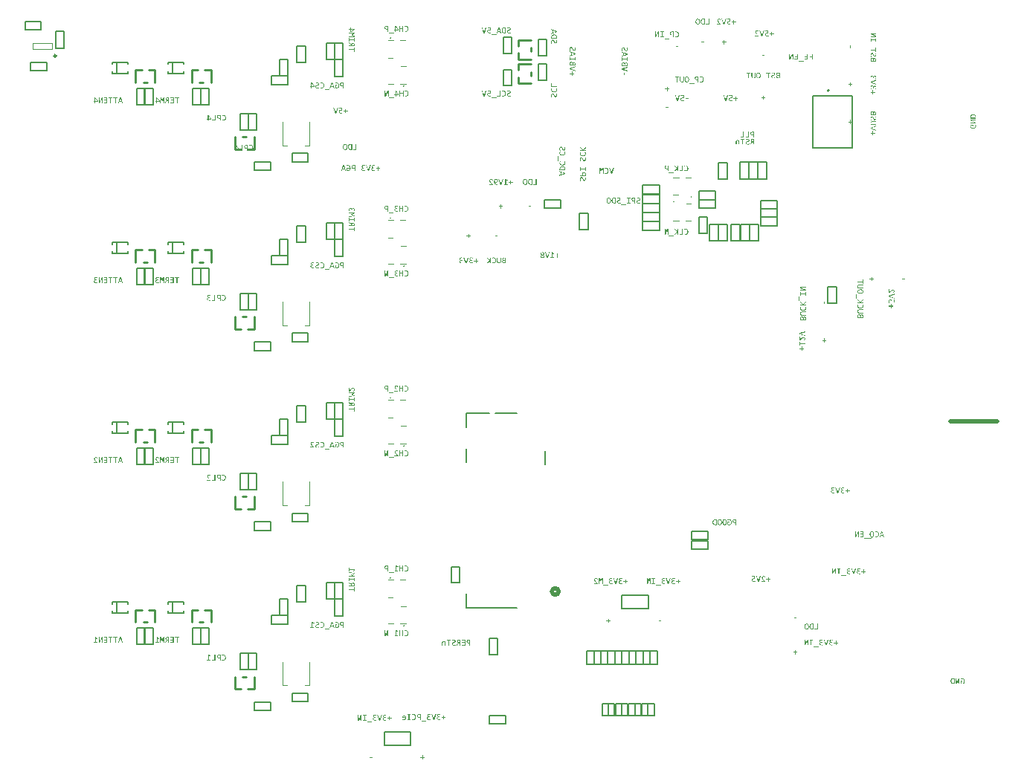
<source format=gbo>
G04*
G04 #@! TF.GenerationSoftware,Altium Limited,Altium Designer,23.0.1 (38)*
G04*
G04 Layer_Color=32896*
%FSAX25Y25*%
%MOIN*%
G70*
G04*
G04 #@! TF.SameCoordinates,6E8D14A1-A76B-48EF-8A5D-7AFE63AE9358*
G04*
G04*
G04 #@! TF.FilePolarity,Positive*
G04*
G01*
G75*
%ADD10C,0.00984*%
%ADD13C,0.00394*%
%ADD15C,0.00787*%
%ADD16C,0.02000*%
%ADD17C,0.00500*%
%ADD18C,0.01000*%
%ADD159C,0.01968*%
%ADD217C,0.00600*%
G36*
X0165800Y0346880D02*
X0165888Y0346870D01*
X0165970Y0346853D01*
X0166039Y0346837D01*
X0166072Y0346827D01*
X0166098Y0346817D01*
X0166121Y0346811D01*
X0166144Y0346804D01*
X0166157Y0346797D01*
X0166170Y0346791D01*
X0166177Y0346788D01*
X0166180D01*
X0166256Y0346748D01*
X0166328Y0346706D01*
X0166390Y0346660D01*
X0166443Y0346617D01*
X0166485Y0346578D01*
X0166518Y0346545D01*
X0166528Y0346532D01*
X0166538Y0346522D01*
X0166541Y0346519D01*
X0166544Y0346515D01*
X0166597Y0346446D01*
X0166643Y0346378D01*
X0166682Y0346305D01*
X0166715Y0346240D01*
X0166741Y0346181D01*
X0166751Y0346155D01*
X0166758Y0346135D01*
X0166764Y0346115D01*
X0166771Y0346102D01*
X0166774Y0346096D01*
Y0346092D01*
X0166800Y0345997D01*
X0166820Y0345899D01*
X0166833Y0345807D01*
X0166843Y0345718D01*
X0166846Y0345679D01*
X0166849Y0345643D01*
Y0345610D01*
X0166853Y0345584D01*
Y0345561D01*
Y0345545D01*
Y0345535D01*
Y0345531D01*
X0166849Y0345417D01*
X0166840Y0345308D01*
X0166826Y0345207D01*
X0166807Y0345112D01*
X0166784Y0345026D01*
X0166761Y0344948D01*
X0166735Y0344875D01*
X0166705Y0344810D01*
X0166679Y0344754D01*
X0166653Y0344705D01*
X0166630Y0344662D01*
X0166607Y0344629D01*
X0166587Y0344603D01*
X0166574Y0344584D01*
X0166564Y0344570D01*
X0166561Y0344567D01*
X0166502Y0344511D01*
X0166439Y0344459D01*
X0166374Y0344416D01*
X0166308Y0344380D01*
X0166236Y0344347D01*
X0166167Y0344321D01*
X0166098Y0344301D01*
X0166033Y0344282D01*
X0165970Y0344269D01*
X0165911Y0344259D01*
X0165859Y0344252D01*
X0165813Y0344249D01*
X0165777Y0344246D01*
X0165747Y0344242D01*
X0165724D01*
X0165600Y0344249D01*
X0165482Y0344262D01*
X0165370Y0344282D01*
X0165321Y0344295D01*
X0165272Y0344308D01*
X0165229Y0344318D01*
X0165190Y0344331D01*
X0165157Y0344341D01*
X0165127Y0344351D01*
X0165104Y0344357D01*
X0165088Y0344364D01*
X0165078Y0344370D01*
X0165075D01*
Y0344702D01*
X0165180Y0344656D01*
X0165229Y0344636D01*
X0165275Y0344623D01*
X0165311Y0344610D01*
X0165341Y0344600D01*
X0165360Y0344597D01*
X0165364Y0344593D01*
X0165367D01*
X0165423Y0344580D01*
X0165482Y0344574D01*
X0165534Y0344567D01*
X0165583Y0344561D01*
X0165623D01*
X0165655Y0344557D01*
X0165685D01*
X0165757Y0344561D01*
X0165823Y0344567D01*
X0165885Y0344580D01*
X0165941Y0344597D01*
X0165997Y0344616D01*
X0166046Y0344636D01*
X0166088Y0344659D01*
X0166128Y0344685D01*
X0166164Y0344708D01*
X0166193Y0344731D01*
X0166220Y0344751D01*
X0166239Y0344770D01*
X0166256Y0344787D01*
X0166269Y0344800D01*
X0166275Y0344807D01*
X0166279Y0344810D01*
X0166315Y0344859D01*
X0166344Y0344915D01*
X0166370Y0344974D01*
X0166393Y0345036D01*
X0166413Y0345098D01*
X0166429Y0345161D01*
X0166453Y0345282D01*
X0166462Y0345341D01*
X0166469Y0345394D01*
X0166472Y0345440D01*
X0166475Y0345482D01*
X0166479Y0345515D01*
Y0345541D01*
Y0345558D01*
Y0345564D01*
X0166475Y0345653D01*
X0166469Y0345731D01*
X0166462Y0345804D01*
X0166453Y0345866D01*
X0166443Y0345915D01*
X0166439Y0345938D01*
X0166433Y0345954D01*
X0166429Y0345968D01*
Y0345977D01*
X0166426Y0345984D01*
Y0345987D01*
X0166403Y0346056D01*
X0166377Y0346115D01*
X0166351Y0346168D01*
X0166328Y0346214D01*
X0166305Y0346253D01*
X0166285Y0346279D01*
X0166272Y0346296D01*
X0166269Y0346302D01*
X0166229Y0346348D01*
X0166187Y0346388D01*
X0166144Y0346424D01*
X0166105Y0346453D01*
X0166072Y0346473D01*
X0166042Y0346489D01*
X0166026Y0346499D01*
X0166019Y0346502D01*
X0165964Y0346525D01*
X0165905Y0346542D01*
X0165852Y0346555D01*
X0165800Y0346561D01*
X0165757Y0346568D01*
X0165721Y0346571D01*
X0165691D01*
X0165626Y0346568D01*
X0165567Y0346565D01*
X0165511Y0346558D01*
X0165462Y0346551D01*
X0165423Y0346542D01*
X0165393Y0346535D01*
X0165373Y0346532D01*
X0165367Y0346529D01*
X0165311Y0346512D01*
X0165259Y0346496D01*
X0165209Y0346476D01*
X0165163Y0346456D01*
X0165127Y0346440D01*
X0165098Y0346427D01*
X0165081Y0346417D01*
X0165075Y0346414D01*
Y0346758D01*
X0165183Y0346797D01*
X0165232Y0346814D01*
X0165278Y0346827D01*
X0165318Y0346837D01*
X0165347Y0346843D01*
X0165367Y0346850D01*
X0165373D01*
X0165488Y0346870D01*
X0165544Y0346876D01*
X0165596Y0346880D01*
X0165639Y0346883D01*
X0165705D01*
X0165800Y0346880D01*
D02*
G37*
G36*
X0172432Y0346883D02*
X0172527Y0346873D01*
X0172612Y0346856D01*
X0172685Y0346840D01*
X0172717Y0346830D01*
X0172747Y0346824D01*
X0172770Y0346817D01*
X0172793Y0346807D01*
X0172809Y0346804D01*
X0172822Y0346797D01*
X0172829Y0346794D01*
X0172832D01*
X0172914Y0346755D01*
X0172989Y0346712D01*
X0173055Y0346670D01*
X0173111Y0346627D01*
X0173157Y0346588D01*
X0173190Y0346555D01*
X0173203Y0346542D01*
X0173213Y0346532D01*
X0173216Y0346529D01*
X0173219Y0346525D01*
X0173275Y0346456D01*
X0173324Y0346384D01*
X0173367Y0346315D01*
X0173399Y0346247D01*
X0173429Y0346187D01*
X0173439Y0346164D01*
X0173449Y0346142D01*
X0173455Y0346122D01*
X0173462Y0346109D01*
X0173465Y0346102D01*
Y0346099D01*
X0173495Y0346004D01*
X0173518Y0345905D01*
X0173531Y0345810D01*
X0173544Y0345722D01*
X0173547Y0345682D01*
X0173550Y0345646D01*
Y0345613D01*
X0173554Y0345584D01*
Y0345561D01*
Y0345545D01*
Y0345535D01*
Y0345531D01*
X0173550Y0345417D01*
X0173541Y0345308D01*
X0173527Y0345213D01*
X0173521Y0345171D01*
X0173514Y0345131D01*
X0173508Y0345095D01*
X0173501Y0345066D01*
X0173495Y0345036D01*
X0173488Y0345013D01*
X0173482Y0344993D01*
X0173478Y0344980D01*
X0173475Y0344974D01*
Y0344970D01*
X0173442Y0344882D01*
X0173406Y0344803D01*
X0173370Y0344734D01*
X0173331Y0344675D01*
X0173298Y0344629D01*
X0173285Y0344610D01*
X0173272Y0344593D01*
X0173262Y0344580D01*
X0173255Y0344570D01*
X0173249Y0344567D01*
Y0344564D01*
X0173190Y0344508D01*
X0173127Y0344459D01*
X0173068Y0344416D01*
X0173012Y0344383D01*
X0172963Y0344357D01*
X0172940Y0344344D01*
X0172924Y0344338D01*
X0172907Y0344331D01*
X0172898Y0344324D01*
X0172891Y0344321D01*
X0172888D01*
X0172806Y0344295D01*
X0172724Y0344275D01*
X0172645Y0344259D01*
X0172570Y0344249D01*
X0172537Y0344246D01*
X0172507Y0344242D01*
X0172481D01*
X0172455Y0344239D01*
X0172412D01*
X0172347Y0344242D01*
X0172317D01*
X0172288Y0344246D01*
X0172265Y0344249D01*
X0172248D01*
X0172235Y0344252D01*
X0172232D01*
X0172163Y0344262D01*
X0172133Y0344265D01*
X0172104Y0344269D01*
X0172081Y0344272D01*
X0172065Y0344275D01*
X0172051Y0344279D01*
X0172048D01*
X0171979Y0344295D01*
X0171950Y0344301D01*
X0171920Y0344311D01*
X0171897Y0344318D01*
X0171881Y0344324D01*
X0171868Y0344328D01*
X0171864D01*
X0171799Y0344351D01*
X0171769Y0344360D01*
X0171743Y0344370D01*
X0171720Y0344380D01*
X0171704Y0344387D01*
X0171694Y0344393D01*
X0171691D01*
Y0345712D01*
X0172563D01*
Y0345423D01*
X0172038D01*
Y0344600D01*
X0172065Y0344590D01*
X0172088Y0344584D01*
X0172107Y0344580D01*
X0172110Y0344577D01*
X0172114D01*
X0172143Y0344570D01*
X0172169Y0344564D01*
X0172189Y0344561D01*
X0172196D01*
X0172229Y0344557D01*
X0172255Y0344554D01*
X0172274Y0344551D01*
X0172281D01*
X0172310Y0344547D01*
X0172363D01*
X0172442Y0344551D01*
X0172514Y0344557D01*
X0172576Y0344570D01*
X0172632Y0344584D01*
X0172675Y0344593D01*
X0172707Y0344606D01*
X0172721Y0344610D01*
X0172730Y0344613D01*
X0172734Y0344616D01*
X0172737D01*
X0172793Y0344646D01*
X0172845Y0344675D01*
X0172888Y0344708D01*
X0172924Y0344741D01*
X0172957Y0344770D01*
X0172976Y0344793D01*
X0172993Y0344807D01*
X0172996Y0344813D01*
X0173029Y0344866D01*
X0173058Y0344918D01*
X0173085Y0344970D01*
X0173104Y0345023D01*
X0173121Y0345066D01*
X0173131Y0345102D01*
X0173134Y0345115D01*
X0173137Y0345125D01*
X0173140Y0345128D01*
Y0345131D01*
X0173157Y0345203D01*
X0173167Y0345276D01*
X0173177Y0345348D01*
X0173180Y0345413D01*
X0173183Y0345469D01*
X0173186Y0345495D01*
Y0345515D01*
Y0345531D01*
Y0345545D01*
Y0345551D01*
Y0345554D01*
X0173183Y0345640D01*
X0173177Y0345715D01*
X0173170Y0345787D01*
X0173157Y0345850D01*
X0173147Y0345899D01*
X0173144Y0345922D01*
X0173140Y0345938D01*
X0173137Y0345951D01*
X0173134Y0345961D01*
X0173131Y0345968D01*
Y0345971D01*
X0173108Y0346040D01*
X0173078Y0346099D01*
X0173052Y0346155D01*
X0173026Y0346200D01*
X0172999Y0346237D01*
X0172980Y0346266D01*
X0172967Y0346283D01*
X0172963Y0346289D01*
X0172921Y0346338D01*
X0172875Y0346378D01*
X0172832Y0346414D01*
X0172789Y0346443D01*
X0172750Y0346466D01*
X0172721Y0346483D01*
X0172701Y0346493D01*
X0172698Y0346496D01*
X0172694D01*
X0172632Y0346522D01*
X0172570Y0346538D01*
X0172507Y0346551D01*
X0172452Y0346561D01*
X0172402Y0346568D01*
X0172383D01*
X0172363Y0346571D01*
X0172330D01*
X0172265Y0346568D01*
X0172206Y0346565D01*
X0172150Y0346558D01*
X0172101Y0346551D01*
X0172058Y0346542D01*
X0172029Y0346535D01*
X0172009Y0346532D01*
X0172002Y0346529D01*
X0171947Y0346512D01*
X0171891Y0346493D01*
X0171842Y0346473D01*
X0171796Y0346453D01*
X0171756Y0346437D01*
X0171730Y0346424D01*
X0171710Y0346414D01*
X0171704Y0346410D01*
Y0346758D01*
X0171759Y0346781D01*
X0171812Y0346801D01*
X0171861Y0346817D01*
X0171907Y0346830D01*
X0171947Y0346840D01*
X0171979Y0346847D01*
X0171999Y0346853D01*
X0172005D01*
X0172124Y0346873D01*
X0172179Y0346880D01*
X0172229Y0346883D01*
X0172271Y0346886D01*
X0172334D01*
X0172432Y0346883D01*
D02*
G37*
G36*
X0175591Y0344275D02*
X0175240D01*
Y0345200D01*
X0174921D01*
X0174826Y0345203D01*
X0174738Y0345213D01*
X0174659Y0345223D01*
X0174593Y0345239D01*
X0174564Y0345246D01*
X0174538Y0345253D01*
X0174515Y0345259D01*
X0174495Y0345262D01*
X0174482Y0345269D01*
X0174472Y0345272D01*
X0174466Y0345276D01*
X0174462D01*
X0174393Y0345305D01*
X0174331Y0345338D01*
X0174275Y0345371D01*
X0174229Y0345404D01*
X0174193Y0345430D01*
X0174167Y0345453D01*
X0174151Y0345466D01*
X0174144Y0345472D01*
X0174101Y0345518D01*
X0174062Y0345567D01*
X0174032Y0345613D01*
X0174006Y0345656D01*
X0173987Y0345692D01*
X0173970Y0345722D01*
X0173964Y0345741D01*
X0173960Y0345745D01*
Y0345748D01*
X0173941Y0345807D01*
X0173928Y0345863D01*
X0173915Y0345915D01*
X0173908Y0345961D01*
X0173905Y0346001D01*
X0173901Y0346033D01*
Y0346053D01*
Y0346056D01*
Y0346059D01*
X0173905Y0346138D01*
X0173915Y0346207D01*
X0173928Y0346269D01*
X0173941Y0346322D01*
X0173957Y0346364D01*
X0173970Y0346397D01*
X0173980Y0346417D01*
X0173983Y0346424D01*
X0174016Y0346476D01*
X0174049Y0346525D01*
X0174085Y0346568D01*
X0174118Y0346604D01*
X0174151Y0346630D01*
X0174174Y0346653D01*
X0174190Y0346666D01*
X0174197Y0346670D01*
X0174246Y0346702D01*
X0174298Y0346732D01*
X0174351Y0346755D01*
X0174397Y0346775D01*
X0174439Y0346788D01*
X0174472Y0346801D01*
X0174485Y0346804D01*
X0174495D01*
X0174498Y0346807D01*
X0174502D01*
X0174567Y0346820D01*
X0174633Y0346834D01*
X0174695Y0346840D01*
X0174751Y0346843D01*
X0174800Y0346847D01*
X0174820Y0346850D01*
X0175591D01*
Y0344275D01*
D02*
G37*
G36*
X0171451D02*
X0171087D01*
X0170907Y0344836D01*
X0169831D01*
X0169654Y0344275D01*
X0169270D01*
X0170116Y0346850D01*
X0170595D01*
X0171451Y0344275D01*
D02*
G37*
G36*
X0162513Y0345148D02*
Y0344846D01*
X0161273D01*
Y0344275D01*
X0160922D01*
Y0344846D01*
X0160483D01*
Y0345148D01*
X0160922D01*
Y0346850D01*
X0161418D01*
X0162513Y0345148D01*
D02*
G37*
G36*
X0163697Y0346883D02*
X0163779Y0346876D01*
X0163855Y0346866D01*
X0163917Y0346856D01*
X0163947Y0346850D01*
X0163970Y0346843D01*
X0163993Y0346837D01*
X0164009Y0346834D01*
X0164022Y0346830D01*
X0164032Y0346827D01*
X0164038Y0346824D01*
X0164042D01*
X0164107Y0346797D01*
X0164166Y0346771D01*
X0164219Y0346745D01*
X0164261Y0346719D01*
X0164297Y0346699D01*
X0164321Y0346679D01*
X0164337Y0346666D01*
X0164343Y0346663D01*
X0164383Y0346624D01*
X0164419Y0346584D01*
X0164448Y0346548D01*
X0164471Y0346512D01*
X0164491Y0346479D01*
X0164504Y0346456D01*
X0164511Y0346440D01*
X0164514Y0346433D01*
X0164530Y0346384D01*
X0164543Y0346338D01*
X0164553Y0346296D01*
X0164560Y0346256D01*
X0164563Y0346223D01*
X0164567Y0346197D01*
Y0346181D01*
Y0346174D01*
X0164563Y0346118D01*
X0164557Y0346069D01*
X0164550Y0346027D01*
X0164537Y0345987D01*
X0164527Y0345954D01*
X0164521Y0345932D01*
X0164514Y0345918D01*
X0164511Y0345912D01*
X0164488Y0345872D01*
X0164462Y0345836D01*
X0164435Y0345804D01*
X0164412Y0345777D01*
X0164389Y0345754D01*
X0164373Y0345735D01*
X0164360Y0345725D01*
X0164357Y0345722D01*
X0164281Y0345666D01*
X0164245Y0345640D01*
X0164212Y0345620D01*
X0164183Y0345600D01*
X0164160Y0345587D01*
X0164147Y0345581D01*
X0164140Y0345577D01*
X0164051Y0345535D01*
X0164009Y0345515D01*
X0163973Y0345499D01*
X0163940Y0345485D01*
X0163914Y0345476D01*
X0163901Y0345469D01*
X0163894Y0345466D01*
X0163802Y0345430D01*
X0163763Y0345413D01*
X0163724Y0345397D01*
X0163694Y0345387D01*
X0163668Y0345377D01*
X0163655Y0345371D01*
X0163648Y0345367D01*
X0163605Y0345348D01*
X0163563Y0345331D01*
X0163527Y0345312D01*
X0163494Y0345295D01*
X0163468Y0345282D01*
X0163448Y0345269D01*
X0163435Y0345262D01*
X0163432Y0345259D01*
X0163399Y0345236D01*
X0163366Y0345216D01*
X0163340Y0345194D01*
X0163320Y0345174D01*
X0163300Y0345154D01*
X0163287Y0345141D01*
X0163281Y0345131D01*
X0163277Y0345128D01*
X0163258Y0345098D01*
X0163245Y0345069D01*
X0163232Y0345039D01*
X0163225Y0345013D01*
X0163222Y0344987D01*
X0163218Y0344967D01*
Y0344954D01*
Y0344951D01*
Y0344915D01*
X0163225Y0344885D01*
X0163228Y0344856D01*
X0163235Y0344830D01*
X0163241Y0344810D01*
X0163248Y0344793D01*
X0163251Y0344784D01*
X0163254Y0344780D01*
X0163271Y0344754D01*
X0163287Y0344728D01*
X0163307Y0344708D01*
X0163323Y0344689D01*
X0163340Y0344672D01*
X0163353Y0344662D01*
X0163363Y0344656D01*
X0163366Y0344652D01*
X0163396Y0344633D01*
X0163428Y0344620D01*
X0163461Y0344603D01*
X0163494Y0344593D01*
X0163520Y0344584D01*
X0163543Y0344580D01*
X0163556Y0344574D01*
X0163563D01*
X0163609Y0344564D01*
X0163658Y0344557D01*
X0163704Y0344554D01*
X0163750Y0344551D01*
X0163789Y0344547D01*
X0163933D01*
X0164012Y0344551D01*
X0164084Y0344557D01*
X0164147Y0344564D01*
X0164196Y0344567D01*
X0164219Y0344570D01*
X0164235Y0344574D01*
X0164248D01*
X0164258Y0344577D01*
X0164268D01*
X0164334Y0344590D01*
X0164396Y0344603D01*
X0164455Y0344620D01*
X0164501Y0344633D01*
X0164543Y0344646D01*
X0164573Y0344656D01*
X0164593Y0344662D01*
X0164596Y0344666D01*
X0164599D01*
Y0344328D01*
X0164547Y0344315D01*
X0164501Y0344301D01*
X0164481Y0344298D01*
X0164465Y0344295D01*
X0164455Y0344292D01*
X0164452D01*
X0164389Y0344282D01*
X0164360Y0344279D01*
X0164334Y0344275D01*
X0164307Y0344272D01*
X0164291D01*
X0164278Y0344269D01*
X0164275D01*
X0164202Y0344259D01*
X0164170Y0344255D01*
X0164140D01*
X0164114Y0344252D01*
X0164094Y0344249D01*
X0164078D01*
X0164002Y0344242D01*
X0163970D01*
X0163937Y0344239D01*
X0163874D01*
X0163792Y0344242D01*
X0163714Y0344246D01*
X0163645Y0344252D01*
X0163583Y0344262D01*
X0163533Y0344269D01*
X0163510Y0344272D01*
X0163494Y0344275D01*
X0163481Y0344279D01*
X0163471D01*
X0163464Y0344282D01*
X0163461D01*
X0163392Y0344301D01*
X0163330Y0344324D01*
X0163274Y0344344D01*
X0163228Y0344367D01*
X0163189Y0344387D01*
X0163159Y0344403D01*
X0163143Y0344416D01*
X0163136Y0344420D01*
X0163087Y0344456D01*
X0163048Y0344495D01*
X0163012Y0344531D01*
X0162982Y0344570D01*
X0162956Y0344600D01*
X0162940Y0344626D01*
X0162930Y0344642D01*
X0162926Y0344649D01*
X0162900Y0344702D01*
X0162884Y0344757D01*
X0162871Y0344810D01*
X0162861Y0344862D01*
X0162854Y0344905D01*
X0162851Y0344941D01*
Y0344954D01*
Y0344964D01*
Y0344967D01*
Y0344970D01*
X0162854Y0345026D01*
X0162861Y0345079D01*
X0162871Y0345121D01*
X0162881Y0345161D01*
X0162890Y0345194D01*
X0162900Y0345216D01*
X0162907Y0345230D01*
X0162910Y0345236D01*
X0162933Y0345276D01*
X0162959Y0345315D01*
X0162986Y0345348D01*
X0163008Y0345374D01*
X0163031Y0345397D01*
X0163048Y0345417D01*
X0163061Y0345427D01*
X0163064Y0345430D01*
X0163140Y0345489D01*
X0163176Y0345515D01*
X0163208Y0345535D01*
X0163238Y0345554D01*
X0163261Y0345567D01*
X0163274Y0345574D01*
X0163281Y0345577D01*
X0163369Y0345620D01*
X0163412Y0345640D01*
X0163448Y0345656D01*
X0163481Y0345669D01*
X0163504Y0345679D01*
X0163520Y0345686D01*
X0163527Y0345689D01*
X0163619Y0345725D01*
X0163658Y0345745D01*
X0163697Y0345758D01*
X0163727Y0345771D01*
X0163753Y0345781D01*
X0163766Y0345784D01*
X0163773Y0345787D01*
X0163815Y0345807D01*
X0163858Y0345827D01*
X0163894Y0345843D01*
X0163927Y0345859D01*
X0163953Y0345876D01*
X0163973Y0345886D01*
X0163986Y0345892D01*
X0163989Y0345896D01*
X0164022Y0345918D01*
X0164055Y0345941D01*
X0164081Y0345964D01*
X0164101Y0345984D01*
X0164120Y0346004D01*
X0164134Y0346017D01*
X0164140Y0346027D01*
X0164143Y0346030D01*
X0164163Y0346059D01*
X0164176Y0346089D01*
X0164186Y0346122D01*
X0164193Y0346148D01*
X0164196Y0346174D01*
X0164199Y0346194D01*
Y0346207D01*
Y0346210D01*
X0164196Y0346240D01*
X0164193Y0346269D01*
X0164176Y0346322D01*
X0164153Y0346368D01*
X0164127Y0346407D01*
X0164104Y0346440D01*
X0164081Y0346460D01*
X0164065Y0346476D01*
X0164058Y0346479D01*
X0164029Y0346496D01*
X0163999Y0346512D01*
X0163930Y0346538D01*
X0163855Y0346555D01*
X0163783Y0346568D01*
X0163717Y0346574D01*
X0163691Y0346578D01*
X0163664Y0346581D01*
X0163615D01*
X0163507Y0346578D01*
X0163458Y0346574D01*
X0163412Y0346571D01*
X0163376Y0346565D01*
X0163346Y0346561D01*
X0163327Y0346558D01*
X0163320D01*
X0163264Y0346548D01*
X0163208Y0346538D01*
X0163156Y0346529D01*
X0163110Y0346515D01*
X0163071Y0346509D01*
X0163041Y0346499D01*
X0163022Y0346496D01*
X0163018Y0346493D01*
X0163015D01*
Y0346807D01*
X0163064Y0346817D01*
X0163110Y0346827D01*
X0163130Y0346830D01*
X0163146D01*
X0163156Y0346834D01*
X0163159D01*
X0163215Y0346843D01*
X0163241Y0346850D01*
X0163264Y0346853D01*
X0163284Y0346856D01*
X0163300D01*
X0163310Y0346860D01*
X0163313D01*
X0163369Y0346870D01*
X0163396Y0346873D01*
X0163418Y0346876D01*
X0163438D01*
X0163454Y0346880D01*
X0163468D01*
X0163520Y0346883D01*
X0163543Y0346886D01*
X0163605D01*
X0163697Y0346883D01*
D02*
G37*
G36*
X0169250Y0343468D02*
X0167033D01*
Y0343750D01*
X0169250D01*
Y0343468D01*
D02*
G37*
G36*
X0178719Y0371005D02*
X0180421D01*
Y0370509D01*
X0178719Y0369414D01*
X0178417D01*
Y0370654D01*
X0177847D01*
Y0371005D01*
X0178417D01*
Y0371444D01*
X0178719D01*
Y0371005D01*
D02*
G37*
G36*
X0180421Y0369109D02*
Y0368682D01*
X0179450Y0368315D01*
X0179122Y0368207D01*
X0179450Y0368095D01*
X0180421Y0367747D01*
Y0367331D01*
X0177847Y0367206D01*
Y0367538D01*
X0179427Y0367583D01*
X0180067Y0367590D01*
X0179670Y0367711D01*
X0178686Y0368072D01*
Y0368315D01*
X0179709Y0368695D01*
X0180067Y0368817D01*
X0179454Y0368840D01*
X0177847Y0368889D01*
Y0369233D01*
X0180421Y0369109D01*
D02*
G37*
G36*
Y0365232D02*
X0180126D01*
Y0365825D01*
X0178145D01*
Y0365232D01*
X0177847D01*
Y0366773D01*
X0178145D01*
Y0366180D01*
X0180126D01*
Y0366773D01*
X0180421D01*
Y0365232D01*
D02*
G37*
G36*
X0178693Y0364340D02*
X0178749Y0364310D01*
X0178798Y0364281D01*
X0178837Y0364254D01*
X0178873Y0364231D01*
X0178903Y0364212D01*
X0178922Y0364195D01*
X0178935Y0364185D01*
X0178939Y0364182D01*
X0178972Y0364153D01*
X0179001Y0364123D01*
X0179021Y0364090D01*
X0179040Y0364061D01*
X0179053Y0364038D01*
X0179063Y0364018D01*
X0179070Y0364002D01*
Y0363999D01*
X0179083Y0364048D01*
X0179099Y0364094D01*
X0179116Y0364133D01*
X0179129Y0364166D01*
X0179142Y0364195D01*
X0179155Y0364218D01*
X0179162Y0364231D01*
X0179165Y0364235D01*
X0179191Y0364271D01*
X0179218Y0364307D01*
X0179241Y0364336D01*
X0179267Y0364363D01*
X0179286Y0364382D01*
X0179303Y0364395D01*
X0179313Y0364405D01*
X0179316Y0364408D01*
X0179349Y0364435D01*
X0179385Y0364454D01*
X0179418Y0364474D01*
X0179447Y0364491D01*
X0179473Y0364500D01*
X0179493Y0364510D01*
X0179509Y0364517D01*
X0179513D01*
X0179555Y0364530D01*
X0179595Y0364536D01*
X0179634Y0364543D01*
X0179667Y0364549D01*
X0179700D01*
X0179723Y0364553D01*
X0179736D01*
X0179742D01*
X0179798Y0364549D01*
X0179850Y0364546D01*
X0179896Y0364536D01*
X0179936Y0364530D01*
X0179972Y0364520D01*
X0179995Y0364510D01*
X0180011Y0364507D01*
X0180018Y0364504D01*
X0180064Y0364484D01*
X0180103Y0364458D01*
X0180139Y0364435D01*
X0180172Y0364408D01*
X0180195Y0364386D01*
X0180215Y0364366D01*
X0180228Y0364353D01*
X0180231Y0364349D01*
X0180264Y0364310D01*
X0180290Y0364264D01*
X0180313Y0364222D01*
X0180333Y0364179D01*
X0180349Y0364140D01*
X0180359Y0364110D01*
X0180366Y0364090D01*
X0180369Y0364087D01*
Y0364084D01*
X0180385Y0364021D01*
X0180398Y0363956D01*
X0180408Y0363890D01*
X0180415Y0363831D01*
X0180418Y0363779D01*
X0180421Y0363756D01*
Y0363011D01*
X0177847D01*
Y0363362D01*
X0178991D01*
Y0363526D01*
X0178988Y0363579D01*
X0178985Y0363602D01*
Y0363625D01*
X0178981Y0363641D01*
X0178978Y0363654D01*
X0178975Y0363661D01*
Y0363664D01*
X0178958Y0363710D01*
X0178942Y0363746D01*
X0178935Y0363759D01*
X0178929Y0363769D01*
X0178926Y0363775D01*
X0178922Y0363779D01*
X0178893Y0363815D01*
X0178860Y0363848D01*
X0178847Y0363861D01*
X0178834Y0363871D01*
X0178827Y0363874D01*
X0178824Y0363877D01*
X0178775Y0363910D01*
X0178722Y0363939D01*
X0178699Y0363949D01*
X0178683Y0363959D01*
X0178670Y0363962D01*
X0178666Y0363966D01*
X0177847Y0364349D01*
Y0364746D01*
X0178693Y0364340D01*
D02*
G37*
G36*
X0180421Y0360630D02*
X0180123D01*
Y0361391D01*
X0177847D01*
Y0361745D01*
X0180123D01*
Y0362506D01*
X0180421D01*
Y0360630D01*
D02*
G37*
G36*
X0200041Y0129700D02*
X0199916Y0129408D01*
X0199296Y0129745D01*
Y0127863D01*
X0199959D01*
Y0127544D01*
X0198342D01*
Y0127863D01*
X0198916D01*
Y0130132D01*
X0199221D01*
X0200041Y0129700D01*
D02*
G37*
G36*
X0202301Y0127544D02*
X0201950D01*
Y0128725D01*
X0200871D01*
Y0127544D01*
X0200520D01*
Y0130119D01*
X0200871D01*
Y0129027D01*
X0201950D01*
Y0130119D01*
X0202301D01*
Y0127544D01*
D02*
G37*
G36*
X0203504Y0130149D02*
X0203593Y0130139D01*
X0203675Y0130123D01*
X0203744Y0130106D01*
X0203777Y0130096D01*
X0203803Y0130087D01*
X0203826Y0130080D01*
X0203849Y0130073D01*
X0203862Y0130067D01*
X0203875Y0130060D01*
X0203882Y0130057D01*
X0203885D01*
X0203960Y0130018D01*
X0204033Y0129975D01*
X0204095Y0129929D01*
X0204147Y0129886D01*
X0204190Y0129847D01*
X0204223Y0129814D01*
X0204233Y0129801D01*
X0204242Y0129791D01*
X0204246Y0129788D01*
X0204249Y0129785D01*
X0204302Y0129716D01*
X0204347Y0129647D01*
X0204387Y0129575D01*
X0204420Y0129509D01*
X0204446Y0129450D01*
X0204456Y0129424D01*
X0204462Y0129404D01*
X0204469Y0129385D01*
X0204475Y0129372D01*
X0204479Y0129365D01*
Y0129362D01*
X0204505Y0129267D01*
X0204525Y0129168D01*
X0204538Y0129076D01*
X0204548Y0128988D01*
X0204551Y0128948D01*
X0204554Y0128912D01*
Y0128879D01*
X0204557Y0128853D01*
Y0128830D01*
Y0128814D01*
Y0128804D01*
Y0128801D01*
X0204554Y0128686D01*
X0204544Y0128578D01*
X0204531Y0128476D01*
X0204511Y0128381D01*
X0204488Y0128296D01*
X0204466Y0128217D01*
X0204439Y0128145D01*
X0204410Y0128079D01*
X0204383Y0128023D01*
X0204357Y0127974D01*
X0204334Y0127932D01*
X0204311Y0127899D01*
X0204292Y0127873D01*
X0204279Y0127853D01*
X0204269Y0127840D01*
X0204265Y0127836D01*
X0204206Y0127781D01*
X0204144Y0127728D01*
X0204079Y0127686D01*
X0204013Y0127649D01*
X0203941Y0127617D01*
X0203872Y0127590D01*
X0203803Y0127571D01*
X0203737Y0127551D01*
X0203675Y0127538D01*
X0203616Y0127528D01*
X0203563Y0127522D01*
X0203518Y0127518D01*
X0203482Y0127515D01*
X0203452Y0127512D01*
X0203429D01*
X0203304Y0127518D01*
X0203186Y0127531D01*
X0203075Y0127551D01*
X0203026Y0127564D01*
X0202976Y0127577D01*
X0202934Y0127587D01*
X0202894Y0127600D01*
X0202862Y0127610D01*
X0202832Y0127620D01*
X0202809Y0127627D01*
X0202793Y0127633D01*
X0202783Y0127640D01*
X0202780D01*
Y0127971D01*
X0202885Y0127925D01*
X0202934Y0127905D01*
X0202980Y0127892D01*
X0203016Y0127879D01*
X0203045Y0127869D01*
X0203065Y0127866D01*
X0203068Y0127863D01*
X0203071D01*
X0203127Y0127850D01*
X0203186Y0127843D01*
X0203239Y0127836D01*
X0203288Y0127830D01*
X0203327D01*
X0203360Y0127827D01*
X0203390D01*
X0203462Y0127830D01*
X0203527Y0127836D01*
X0203590Y0127850D01*
X0203645Y0127866D01*
X0203701Y0127886D01*
X0203750Y0127905D01*
X0203793Y0127928D01*
X0203833Y0127954D01*
X0203869Y0127978D01*
X0203898Y0128000D01*
X0203924Y0128020D01*
X0203944Y0128040D01*
X0203960Y0128056D01*
X0203974Y0128069D01*
X0203980Y0128076D01*
X0203983Y0128079D01*
X0204019Y0128128D01*
X0204049Y0128184D01*
X0204075Y0128243D01*
X0204098Y0128305D01*
X0204118Y0128368D01*
X0204134Y0128430D01*
X0204157Y0128551D01*
X0204167Y0128611D01*
X0204174Y0128663D01*
X0204177Y0128709D01*
X0204180Y0128752D01*
X0204183Y0128784D01*
Y0128811D01*
Y0128827D01*
Y0128834D01*
X0204180Y0128922D01*
X0204174Y0129001D01*
X0204167Y0129073D01*
X0204157Y0129135D01*
X0204147Y0129184D01*
X0204144Y0129208D01*
X0204137Y0129224D01*
X0204134Y0129237D01*
Y0129247D01*
X0204131Y0129253D01*
Y0129257D01*
X0204108Y0129326D01*
X0204082Y0129385D01*
X0204056Y0129437D01*
X0204033Y0129483D01*
X0204010Y0129522D01*
X0203990Y0129549D01*
X0203977Y0129565D01*
X0203974Y0129572D01*
X0203934Y0129618D01*
X0203891Y0129657D01*
X0203849Y0129693D01*
X0203809Y0129722D01*
X0203777Y0129742D01*
X0203747Y0129759D01*
X0203731Y0129768D01*
X0203724Y0129772D01*
X0203668Y0129795D01*
X0203609Y0129811D01*
X0203557Y0129824D01*
X0203504Y0129831D01*
X0203462Y0129837D01*
X0203426Y0129841D01*
X0203396D01*
X0203331Y0129837D01*
X0203272Y0129834D01*
X0203216Y0129827D01*
X0203167Y0129821D01*
X0203127Y0129811D01*
X0203098Y0129804D01*
X0203078Y0129801D01*
X0203071Y0129798D01*
X0203016Y0129781D01*
X0202963Y0129765D01*
X0202914Y0129745D01*
X0202868Y0129726D01*
X0202832Y0129709D01*
X0202803Y0129696D01*
X0202786Y0129686D01*
X0202780Y0129683D01*
Y0130027D01*
X0202888Y0130067D01*
X0202937Y0130083D01*
X0202983Y0130096D01*
X0203022Y0130106D01*
X0203052Y0130113D01*
X0203071Y0130119D01*
X0203078D01*
X0203193Y0130139D01*
X0203249Y0130146D01*
X0203301Y0130149D01*
X0203344Y0130152D01*
X0203409D01*
X0203504Y0130149D01*
D02*
G37*
G36*
X0195557Y0127544D02*
X0195206D01*
Y0128470D01*
X0194888D01*
X0194793Y0128473D01*
X0194704Y0128483D01*
X0194625Y0128492D01*
X0194560Y0128509D01*
X0194530Y0128515D01*
X0194504Y0128522D01*
X0194481Y0128528D01*
X0194462Y0128532D01*
X0194448Y0128538D01*
X0194439Y0128542D01*
X0194432Y0128545D01*
X0194429D01*
X0194360Y0128574D01*
X0194298Y0128607D01*
X0194242Y0128640D01*
X0194196Y0128673D01*
X0194160Y0128699D01*
X0194133Y0128722D01*
X0194117Y0128735D01*
X0194111Y0128742D01*
X0194068Y0128788D01*
X0194029Y0128837D01*
X0193999Y0128883D01*
X0193973Y0128925D01*
X0193953Y0128962D01*
X0193937Y0128991D01*
X0193930Y0129011D01*
X0193927Y0129014D01*
Y0129017D01*
X0193907Y0129076D01*
X0193894Y0129132D01*
X0193881Y0129184D01*
X0193874Y0129230D01*
X0193871Y0129270D01*
X0193868Y0129303D01*
Y0129322D01*
Y0129326D01*
Y0129329D01*
X0193871Y0129408D01*
X0193881Y0129476D01*
X0193894Y0129539D01*
X0193907Y0129591D01*
X0193924Y0129634D01*
X0193937Y0129667D01*
X0193947Y0129686D01*
X0193950Y0129693D01*
X0193983Y0129745D01*
X0194015Y0129795D01*
X0194052Y0129837D01*
X0194084Y0129873D01*
X0194117Y0129900D01*
X0194140Y0129922D01*
X0194157Y0129936D01*
X0194163Y0129939D01*
X0194212Y0129972D01*
X0194265Y0130001D01*
X0194317Y0130024D01*
X0194363Y0130044D01*
X0194406Y0130057D01*
X0194439Y0130070D01*
X0194452Y0130073D01*
X0194462D01*
X0194465Y0130077D01*
X0194468D01*
X0194534Y0130090D01*
X0194599Y0130103D01*
X0194662Y0130110D01*
X0194717Y0130113D01*
X0194767Y0130116D01*
X0194786Y0130119D01*
X0195557D01*
Y0127544D01*
D02*
G37*
G36*
X0198086Y0126738D02*
X0195869D01*
Y0127020D01*
X0198086D01*
Y0126738D01*
D02*
G37*
G36*
X0178673Y0290653D02*
X0178712Y0290650D01*
X0178752Y0290640D01*
X0178785Y0290634D01*
X0178811Y0290624D01*
X0178834Y0290614D01*
X0178847Y0290611D01*
X0178850Y0290608D01*
X0178886Y0290588D01*
X0178919Y0290568D01*
X0178949Y0290545D01*
X0178975Y0290526D01*
X0178995Y0290506D01*
X0179011Y0290493D01*
X0179021Y0290483D01*
X0179024Y0290480D01*
X0179077Y0290421D01*
X0179096Y0290391D01*
X0179113Y0290365D01*
X0179126Y0290342D01*
X0179136Y0290322D01*
X0179142Y0290309D01*
X0179145Y0290306D01*
X0179175Y0290234D01*
X0179188Y0290201D01*
X0179198Y0290168D01*
X0179204Y0290142D01*
X0179208Y0290122D01*
X0179211Y0290109D01*
Y0290106D01*
X0179247Y0290175D01*
X0179286Y0290237D01*
X0179326Y0290289D01*
X0179362Y0290335D01*
X0179395Y0290371D01*
X0179424Y0290398D01*
X0179441Y0290411D01*
X0179447Y0290417D01*
X0179506Y0290457D01*
X0179569Y0290483D01*
X0179631Y0290503D01*
X0179690Y0290519D01*
X0179739Y0290526D01*
X0179762Y0290529D01*
X0179782D01*
X0179798Y0290532D01*
X0179808D01*
X0179815D01*
X0179818D01*
X0179870Y0290529D01*
X0179923Y0290522D01*
X0179965Y0290516D01*
X0180005Y0290506D01*
X0180037Y0290493D01*
X0180064Y0290486D01*
X0180077Y0290480D01*
X0180083Y0290476D01*
X0180126Y0290453D01*
X0180165Y0290430D01*
X0180198Y0290404D01*
X0180228Y0290378D01*
X0180251Y0290355D01*
X0180270Y0290335D01*
X0180280Y0290322D01*
X0180283Y0290319D01*
X0180313Y0290276D01*
X0180339Y0290234D01*
X0180362Y0290191D01*
X0180379Y0290152D01*
X0180395Y0290115D01*
X0180405Y0290086D01*
X0180408Y0290066D01*
X0180411Y0290063D01*
Y0290060D01*
X0180428Y0290001D01*
X0180438Y0289938D01*
X0180447Y0289879D01*
X0180451Y0289820D01*
X0180454Y0289771D01*
X0180457Y0289752D01*
Y0289647D01*
X0180454Y0289601D01*
X0180451Y0289581D01*
Y0289568D01*
X0180447Y0289558D01*
Y0289555D01*
X0180441Y0289499D01*
X0180438Y0289473D01*
X0180434Y0289450D01*
X0180431Y0289433D01*
Y0289417D01*
X0180428Y0289407D01*
Y0289404D01*
X0180418Y0289348D01*
X0180411Y0289322D01*
X0180408Y0289299D01*
X0180402Y0289282D01*
X0180398Y0289266D01*
X0180395Y0289256D01*
Y0289253D01*
X0180382Y0289200D01*
X0180375Y0289174D01*
X0180369Y0289155D01*
X0180366Y0289138D01*
X0180359Y0289125D01*
X0180356Y0289115D01*
Y0289112D01*
X0180057D01*
X0180074Y0289171D01*
X0180090Y0289223D01*
X0180103Y0289276D01*
X0180113Y0289318D01*
X0180123Y0289355D01*
X0180129Y0289384D01*
X0180133Y0289401D01*
Y0289407D01*
X0180142Y0289459D01*
X0180149Y0289506D01*
X0180152Y0289551D01*
X0180156Y0289591D01*
X0180159Y0289623D01*
Y0289673D01*
X0180156Y0289758D01*
X0180146Y0289833D01*
X0180129Y0289899D01*
X0180113Y0289951D01*
X0180093Y0289991D01*
X0180080Y0290020D01*
X0180067Y0290037D01*
X0180064Y0290043D01*
X0180024Y0290086D01*
X0179975Y0290119D01*
X0179926Y0290142D01*
X0179877Y0290155D01*
X0179831Y0290165D01*
X0179795Y0290168D01*
X0179782Y0290171D01*
X0179772D01*
X0179765D01*
X0179762D01*
X0179723D01*
X0179687Y0290165D01*
X0179657Y0290158D01*
X0179628Y0290152D01*
X0179604Y0290145D01*
X0179588Y0290139D01*
X0179575Y0290135D01*
X0179572Y0290132D01*
X0179516Y0290099D01*
X0179490Y0290083D01*
X0179470Y0290066D01*
X0179454Y0290050D01*
X0179441Y0290037D01*
X0179434Y0290030D01*
X0179431Y0290027D01*
X0179395Y0289974D01*
X0179368Y0289922D01*
X0179358Y0289899D01*
X0179352Y0289883D01*
X0179345Y0289869D01*
Y0289866D01*
X0179329Y0289794D01*
X0179323Y0289758D01*
X0179319Y0289725D01*
Y0289696D01*
X0179316Y0289673D01*
Y0289358D01*
X0179034D01*
Y0289702D01*
X0179031Y0289752D01*
X0179024Y0289794D01*
X0179021Y0289833D01*
X0179014Y0289863D01*
X0179008Y0289889D01*
X0179004Y0289902D01*
Y0289909D01*
X0178995Y0289951D01*
X0178981Y0289991D01*
X0178968Y0290027D01*
X0178955Y0290056D01*
X0178945Y0290083D01*
X0178935Y0290099D01*
X0178929Y0290112D01*
X0178926Y0290115D01*
X0178906Y0290148D01*
X0178883Y0290175D01*
X0178860Y0290197D01*
X0178840Y0290217D01*
X0178821Y0290230D01*
X0178807Y0290240D01*
X0178798Y0290247D01*
X0178794Y0290250D01*
X0178765Y0290266D01*
X0178732Y0290280D01*
X0178699Y0290286D01*
X0178673Y0290293D01*
X0178647Y0290296D01*
X0178627Y0290299D01*
X0178611D01*
X0178607D01*
X0178565Y0290296D01*
X0178525Y0290293D01*
X0178489Y0290286D01*
X0178460Y0290280D01*
X0178434Y0290270D01*
X0178414Y0290263D01*
X0178401Y0290260D01*
X0178398Y0290257D01*
X0178365Y0290240D01*
X0178335Y0290220D01*
X0178309Y0290201D01*
X0178286Y0290181D01*
X0178266Y0290161D01*
X0178253Y0290145D01*
X0178243Y0290135D01*
X0178240Y0290132D01*
X0178217Y0290099D01*
X0178197Y0290060D01*
X0178181Y0290024D01*
X0178168Y0289988D01*
X0178158Y0289958D01*
X0178148Y0289932D01*
X0178145Y0289915D01*
X0178142Y0289909D01*
X0178132Y0289856D01*
X0178122Y0289801D01*
X0178115Y0289745D01*
X0178112Y0289692D01*
Y0289647D01*
X0178109Y0289610D01*
Y0289525D01*
X0178112Y0289476D01*
Y0289427D01*
X0178115Y0289384D01*
Y0289351D01*
X0178119Y0289322D01*
Y0289299D01*
X0178125Y0289250D01*
X0178129Y0289204D01*
X0178135Y0289158D01*
X0178142Y0289122D01*
X0178148Y0289089D01*
X0178152Y0289063D01*
X0178155Y0289050D01*
Y0289043D01*
X0177847D01*
X0177837Y0289122D01*
X0177833Y0289161D01*
X0177830Y0289197D01*
X0177827Y0289227D01*
Y0289250D01*
X0177823Y0289263D01*
Y0289269D01*
X0177817Y0289364D01*
X0177814Y0289410D01*
Y0289453D01*
X0177810Y0289489D01*
Y0289545D01*
X0177814Y0289647D01*
X0177820Y0289738D01*
X0177830Y0289820D01*
X0177843Y0289893D01*
X0177847Y0289922D01*
X0177853Y0289951D01*
X0177860Y0289974D01*
X0177863Y0289994D01*
X0177866Y0290011D01*
X0177869Y0290020D01*
X0177873Y0290027D01*
Y0290030D01*
X0177899Y0290106D01*
X0177928Y0290175D01*
X0177958Y0290234D01*
X0177988Y0290283D01*
X0178010Y0290322D01*
X0178030Y0290352D01*
X0178047Y0290371D01*
X0178050Y0290378D01*
X0178093Y0290427D01*
X0178138Y0290470D01*
X0178181Y0290503D01*
X0178220Y0290532D01*
X0178256Y0290555D01*
X0178283Y0290571D01*
X0178302Y0290581D01*
X0178309Y0290585D01*
X0178365Y0290608D01*
X0178420Y0290627D01*
X0178473Y0290640D01*
X0178522Y0290647D01*
X0178565Y0290653D01*
X0178598Y0290657D01*
X0178611D01*
X0178621D01*
X0178624D01*
X0178627D01*
X0178673Y0290653D01*
D02*
G37*
G36*
X0180421Y0288498D02*
Y0288072D01*
X0179450Y0287705D01*
X0179122Y0287597D01*
X0179450Y0287485D01*
X0180421Y0287137D01*
Y0286721D01*
X0177847Y0286596D01*
Y0286927D01*
X0179427Y0286973D01*
X0180067Y0286980D01*
X0179670Y0287101D01*
X0178686Y0287462D01*
Y0287705D01*
X0179709Y0288085D01*
X0180067Y0288207D01*
X0179454Y0288229D01*
X0177847Y0288279D01*
Y0288623D01*
X0180421Y0288498D01*
D02*
G37*
G36*
Y0284622D02*
X0180126D01*
Y0285215D01*
X0178145D01*
Y0284622D01*
X0177847D01*
Y0286163D01*
X0178145D01*
Y0285570D01*
X0180126D01*
Y0286163D01*
X0180421D01*
Y0284622D01*
D02*
G37*
G36*
X0178693Y0283729D02*
X0178749Y0283700D01*
X0178798Y0283670D01*
X0178837Y0283644D01*
X0178873Y0283621D01*
X0178903Y0283601D01*
X0178922Y0283585D01*
X0178935Y0283575D01*
X0178939Y0283572D01*
X0178972Y0283542D01*
X0179001Y0283513D01*
X0179021Y0283480D01*
X0179040Y0283451D01*
X0179053Y0283428D01*
X0179063Y0283408D01*
X0179070Y0283391D01*
Y0283388D01*
X0179083Y0283437D01*
X0179099Y0283483D01*
X0179116Y0283523D01*
X0179129Y0283556D01*
X0179142Y0283585D01*
X0179155Y0283608D01*
X0179162Y0283621D01*
X0179165Y0283624D01*
X0179191Y0283661D01*
X0179218Y0283697D01*
X0179241Y0283726D01*
X0179267Y0283752D01*
X0179286Y0283772D01*
X0179303Y0283785D01*
X0179313Y0283795D01*
X0179316Y0283798D01*
X0179349Y0283824D01*
X0179385Y0283844D01*
X0179418Y0283864D01*
X0179447Y0283880D01*
X0179473Y0283890D01*
X0179493Y0283900D01*
X0179509Y0283907D01*
X0179513D01*
X0179555Y0283920D01*
X0179595Y0283926D01*
X0179634Y0283933D01*
X0179667Y0283939D01*
X0179700D01*
X0179723Y0283943D01*
X0179736D01*
X0179742D01*
X0179798Y0283939D01*
X0179850Y0283936D01*
X0179896Y0283926D01*
X0179936Y0283920D01*
X0179972Y0283910D01*
X0179995Y0283900D01*
X0180011Y0283897D01*
X0180018Y0283893D01*
X0180064Y0283874D01*
X0180103Y0283847D01*
X0180139Y0283824D01*
X0180172Y0283798D01*
X0180195Y0283775D01*
X0180215Y0283756D01*
X0180228Y0283742D01*
X0180231Y0283739D01*
X0180264Y0283700D01*
X0180290Y0283654D01*
X0180313Y0283611D01*
X0180333Y0283569D01*
X0180349Y0283529D01*
X0180359Y0283500D01*
X0180366Y0283480D01*
X0180369Y0283477D01*
Y0283473D01*
X0180385Y0283411D01*
X0180398Y0283346D01*
X0180408Y0283280D01*
X0180415Y0283221D01*
X0180418Y0283169D01*
X0180421Y0283145D01*
Y0282401D01*
X0177847D01*
Y0282752D01*
X0178991D01*
Y0282916D01*
X0178988Y0282968D01*
X0178985Y0282991D01*
Y0283014D01*
X0178981Y0283031D01*
X0178978Y0283044D01*
X0178975Y0283050D01*
Y0283054D01*
X0178958Y0283100D01*
X0178942Y0283136D01*
X0178935Y0283149D01*
X0178929Y0283159D01*
X0178926Y0283165D01*
X0178922Y0283169D01*
X0178893Y0283205D01*
X0178860Y0283237D01*
X0178847Y0283250D01*
X0178834Y0283260D01*
X0178827Y0283264D01*
X0178824Y0283267D01*
X0178775Y0283300D01*
X0178722Y0283329D01*
X0178699Y0283339D01*
X0178683Y0283349D01*
X0178670Y0283352D01*
X0178666Y0283355D01*
X0177847Y0283739D01*
Y0284136D01*
X0178693Y0283729D01*
D02*
G37*
G36*
X0180421Y0280020D02*
X0180123D01*
Y0280781D01*
X0177847D01*
Y0281135D01*
X0180123D01*
Y0281896D01*
X0180421D01*
Y0280020D01*
D02*
G37*
G36*
X0121745Y0332321D02*
X0121833Y0332311D01*
X0121915Y0332295D01*
X0121984Y0332278D01*
X0122017Y0332268D01*
X0122043Y0332259D01*
X0122066Y0332252D01*
X0122089Y0332245D01*
X0122102Y0332239D01*
X0122115Y0332232D01*
X0122122Y0332229D01*
X0122125D01*
X0122201Y0332190D01*
X0122273Y0332147D01*
X0122335Y0332101D01*
X0122388Y0332059D01*
X0122430Y0332019D01*
X0122463Y0331986D01*
X0122473Y0331973D01*
X0122483Y0331963D01*
X0122486Y0331960D01*
X0122489Y0331957D01*
X0122542Y0331888D01*
X0122588Y0331819D01*
X0122627Y0331747D01*
X0122660Y0331681D01*
X0122686Y0331622D01*
X0122696Y0331596D01*
X0122702Y0331576D01*
X0122709Y0331557D01*
X0122715Y0331543D01*
X0122719Y0331537D01*
Y0331534D01*
X0122745Y0331438D01*
X0122765Y0331340D01*
X0122778Y0331248D01*
X0122788Y0331160D01*
X0122791Y0331120D01*
X0122794Y0331084D01*
Y0331051D01*
X0122798Y0331025D01*
Y0331002D01*
Y0330986D01*
Y0330976D01*
Y0330973D01*
X0122794Y0330858D01*
X0122784Y0330750D01*
X0122771Y0330648D01*
X0122751Y0330553D01*
X0122729Y0330468D01*
X0122706Y0330389D01*
X0122679Y0330317D01*
X0122650Y0330251D01*
X0122624Y0330195D01*
X0122597Y0330146D01*
X0122574Y0330104D01*
X0122552Y0330071D01*
X0122532Y0330045D01*
X0122519Y0330025D01*
X0122509Y0330012D01*
X0122505Y0330009D01*
X0122447Y0329953D01*
X0122384Y0329900D01*
X0122319Y0329858D01*
X0122253Y0329821D01*
X0122181Y0329789D01*
X0122112Y0329763D01*
X0122043Y0329743D01*
X0121977Y0329723D01*
X0121915Y0329710D01*
X0121856Y0329700D01*
X0121804Y0329694D01*
X0121758Y0329690D01*
X0121722Y0329687D01*
X0121692Y0329684D01*
X0121669D01*
X0121545Y0329690D01*
X0121426Y0329703D01*
X0121315Y0329723D01*
X0121266Y0329736D01*
X0121216Y0329749D01*
X0121174Y0329759D01*
X0121134Y0329772D01*
X0121102Y0329782D01*
X0121072Y0329792D01*
X0121049Y0329799D01*
X0121033Y0329805D01*
X0121023Y0329812D01*
X0121020D01*
Y0330143D01*
X0121125Y0330097D01*
X0121174Y0330077D01*
X0121220Y0330064D01*
X0121256Y0330051D01*
X0121285Y0330041D01*
X0121305Y0330038D01*
X0121308Y0330035D01*
X0121312D01*
X0121367Y0330022D01*
X0121426Y0330015D01*
X0121479Y0330009D01*
X0121528Y0330002D01*
X0121567D01*
X0121600Y0329999D01*
X0121630D01*
X0121702Y0330002D01*
X0121767Y0330009D01*
X0121830Y0330022D01*
X0121886Y0330038D01*
X0121941Y0330058D01*
X0121991Y0330077D01*
X0122033Y0330100D01*
X0122073Y0330127D01*
X0122109Y0330150D01*
X0122138Y0330172D01*
X0122164Y0330192D01*
X0122184Y0330212D01*
X0122201Y0330228D01*
X0122214Y0330241D01*
X0122220Y0330248D01*
X0122223Y0330251D01*
X0122259Y0330300D01*
X0122289Y0330356D01*
X0122315Y0330415D01*
X0122338Y0330477D01*
X0122358Y0330540D01*
X0122374Y0330602D01*
X0122397Y0330724D01*
X0122407Y0330783D01*
X0122414Y0330835D01*
X0122417Y0330881D01*
X0122420Y0330924D01*
X0122424Y0330956D01*
Y0330983D01*
Y0330999D01*
Y0331006D01*
X0122420Y0331094D01*
X0122414Y0331173D01*
X0122407Y0331245D01*
X0122397Y0331307D01*
X0122388Y0331357D01*
X0122384Y0331380D01*
X0122378Y0331396D01*
X0122374Y0331409D01*
Y0331419D01*
X0122371Y0331425D01*
Y0331429D01*
X0122348Y0331498D01*
X0122322Y0331557D01*
X0122296Y0331609D01*
X0122273Y0331655D01*
X0122250Y0331694D01*
X0122230Y0331721D01*
X0122217Y0331737D01*
X0122214Y0331744D01*
X0122174Y0331789D01*
X0122132Y0331829D01*
X0122089Y0331865D01*
X0122050Y0331894D01*
X0122017Y0331914D01*
X0121987Y0331930D01*
X0121971Y0331940D01*
X0121964Y0331944D01*
X0121909Y0331967D01*
X0121850Y0331983D01*
X0121797Y0331996D01*
X0121745Y0332003D01*
X0121702Y0332009D01*
X0121666Y0332013D01*
X0121636D01*
X0121571Y0332009D01*
X0121512Y0332006D01*
X0121456Y0331999D01*
X0121407Y0331993D01*
X0121367Y0331983D01*
X0121338Y0331977D01*
X0121318Y0331973D01*
X0121312Y0331970D01*
X0121256Y0331954D01*
X0121203Y0331937D01*
X0121154Y0331917D01*
X0121108Y0331898D01*
X0121072Y0331881D01*
X0121043Y0331868D01*
X0121026Y0331858D01*
X0121020Y0331855D01*
Y0332200D01*
X0121128Y0332239D01*
X0121177Y0332255D01*
X0121223Y0332268D01*
X0121262Y0332278D01*
X0121292Y0332285D01*
X0121312Y0332291D01*
X0121318D01*
X0121433Y0332311D01*
X0121489Y0332318D01*
X0121541Y0332321D01*
X0121584Y0332324D01*
X0121650D01*
X0121745Y0332321D01*
D02*
G37*
G36*
X0120449Y0329716D02*
X0120098D01*
Y0330642D01*
X0119780D01*
X0119685Y0330645D01*
X0119596Y0330655D01*
X0119518Y0330664D01*
X0119452Y0330681D01*
X0119422Y0330687D01*
X0119396Y0330694D01*
X0119373Y0330700D01*
X0119353Y0330704D01*
X0119340Y0330710D01*
X0119331Y0330714D01*
X0119324Y0330717D01*
X0119321D01*
X0119252Y0330747D01*
X0119190Y0330779D01*
X0119134Y0330812D01*
X0119088Y0330845D01*
X0119052Y0330871D01*
X0119026Y0330894D01*
X0119009Y0330907D01*
X0119002Y0330914D01*
X0118960Y0330960D01*
X0118921Y0331009D01*
X0118891Y0331055D01*
X0118865Y0331097D01*
X0118845Y0331134D01*
X0118829Y0331163D01*
X0118822Y0331183D01*
X0118819Y0331186D01*
Y0331189D01*
X0118799Y0331248D01*
X0118786Y0331304D01*
X0118773Y0331357D01*
X0118766Y0331402D01*
X0118763Y0331442D01*
X0118760Y0331475D01*
Y0331494D01*
Y0331498D01*
Y0331501D01*
X0118763Y0331580D01*
X0118773Y0331648D01*
X0118786Y0331711D01*
X0118799Y0331763D01*
X0118816Y0331806D01*
X0118829Y0331839D01*
X0118839Y0331858D01*
X0118842Y0331865D01*
X0118875Y0331917D01*
X0118907Y0331967D01*
X0118944Y0332009D01*
X0118976Y0332045D01*
X0119009Y0332072D01*
X0119032Y0332095D01*
X0119048Y0332108D01*
X0119055Y0332111D01*
X0119104Y0332144D01*
X0119157Y0332173D01*
X0119209Y0332196D01*
X0119255Y0332216D01*
X0119298Y0332229D01*
X0119331Y0332242D01*
X0119344Y0332245D01*
X0119353D01*
X0119357Y0332249D01*
X0119360D01*
X0119426Y0332262D01*
X0119491Y0332275D01*
X0119553Y0332281D01*
X0119609Y0332285D01*
X0119659Y0332288D01*
X0119678Y0332291D01*
X0120449D01*
Y0329716D01*
D02*
G37*
G36*
X0118084D02*
X0116602D01*
Y0330015D01*
X0117727D01*
Y0332291D01*
X0118084D01*
Y0329716D01*
D02*
G37*
G36*
X0116241Y0330589D02*
Y0330287D01*
X0115001D01*
Y0329716D01*
X0114650D01*
Y0330287D01*
X0114210D01*
Y0330589D01*
X0114650D01*
Y0332291D01*
X0115145D01*
X0116241Y0330589D01*
D02*
G37*
G36*
X0359547Y0322144D02*
X0359196D01*
Y0323069D01*
X0358878D01*
X0358783Y0323072D01*
X0358694Y0323082D01*
X0358616Y0323092D01*
X0358550Y0323108D01*
X0358521Y0323115D01*
X0358494Y0323121D01*
X0358471Y0323128D01*
X0358452Y0323131D01*
X0358439Y0323138D01*
X0358429Y0323141D01*
X0358422Y0323144D01*
X0358419D01*
X0358350Y0323174D01*
X0358288Y0323207D01*
X0358232Y0323239D01*
X0358186Y0323272D01*
X0358150Y0323299D01*
X0358124Y0323322D01*
X0358107Y0323335D01*
X0358101Y0323341D01*
X0358058Y0323387D01*
X0358019Y0323436D01*
X0357989Y0323482D01*
X0357963Y0323525D01*
X0357943Y0323561D01*
X0357927Y0323590D01*
X0357920Y0323610D01*
X0357917Y0323613D01*
Y0323617D01*
X0357897Y0323676D01*
X0357884Y0323731D01*
X0357871Y0323784D01*
X0357865Y0323830D01*
X0357861Y0323869D01*
X0357858Y0323902D01*
Y0323922D01*
Y0323925D01*
Y0323928D01*
X0357861Y0324007D01*
X0357871Y0324076D01*
X0357884Y0324138D01*
X0357897Y0324191D01*
X0357914Y0324233D01*
X0357927Y0324266D01*
X0357937Y0324286D01*
X0357940Y0324292D01*
X0357973Y0324345D01*
X0358006Y0324394D01*
X0358042Y0324437D01*
X0358074Y0324473D01*
X0358107Y0324499D01*
X0358130Y0324522D01*
X0358147Y0324535D01*
X0358153Y0324538D01*
X0358202Y0324571D01*
X0358255Y0324601D01*
X0358307Y0324624D01*
X0358353Y0324643D01*
X0358396Y0324656D01*
X0358429Y0324670D01*
X0358442Y0324673D01*
X0358452D01*
X0358455Y0324676D01*
X0358458D01*
X0358524Y0324689D01*
X0358590Y0324702D01*
X0358652Y0324709D01*
X0358708Y0324712D01*
X0358757Y0324715D01*
X0358776Y0324719D01*
X0359547D01*
Y0322144D01*
D02*
G37*
G36*
X0357182D02*
X0355700D01*
Y0322442D01*
X0356825D01*
Y0324719D01*
X0357182D01*
Y0322144D01*
D02*
G37*
G36*
X0354965D02*
X0353483D01*
Y0322442D01*
X0354608D01*
Y0324719D01*
X0354965D01*
Y0322144D01*
D02*
G37*
G36*
X0359547Y0319018D02*
X0359196D01*
Y0320163D01*
X0359032D01*
X0358980Y0320160D01*
X0358957Y0320156D01*
X0358934D01*
X0358917Y0320153D01*
X0358904Y0320150D01*
X0358898Y0320146D01*
X0358894D01*
X0358849Y0320130D01*
X0358812Y0320114D01*
X0358799Y0320107D01*
X0358790Y0320100D01*
X0358783Y0320097D01*
X0358780Y0320094D01*
X0358744Y0320064D01*
X0358711Y0320032D01*
X0358698Y0320019D01*
X0358688Y0320005D01*
X0358685Y0319999D01*
X0358681Y0319996D01*
X0358648Y0319946D01*
X0358619Y0319894D01*
X0358609Y0319871D01*
X0358599Y0319854D01*
X0358596Y0319841D01*
X0358593Y0319838D01*
X0358209Y0319018D01*
X0357812D01*
X0358219Y0319864D01*
X0358248Y0319920D01*
X0358278Y0319969D01*
X0358304Y0320009D01*
X0358327Y0320045D01*
X0358347Y0320074D01*
X0358363Y0320094D01*
X0358373Y0320107D01*
X0358376Y0320110D01*
X0358406Y0320143D01*
X0358435Y0320173D01*
X0358468Y0320192D01*
X0358498Y0320212D01*
X0358521Y0320225D01*
X0358540Y0320235D01*
X0358557Y0320242D01*
X0358560D01*
X0358511Y0320255D01*
X0358465Y0320271D01*
X0358425Y0320287D01*
X0358393Y0320301D01*
X0358363Y0320314D01*
X0358340Y0320327D01*
X0358327Y0320333D01*
X0358324Y0320337D01*
X0358288Y0320363D01*
X0358252Y0320389D01*
X0358222Y0320412D01*
X0358196Y0320438D01*
X0358176Y0320458D01*
X0358163Y0320474D01*
X0358153Y0320484D01*
X0358150Y0320488D01*
X0358124Y0320520D01*
X0358104Y0320556D01*
X0358084Y0320589D01*
X0358068Y0320619D01*
X0358058Y0320645D01*
X0358048Y0320665D01*
X0358042Y0320681D01*
Y0320684D01*
X0358029Y0320727D01*
X0358022Y0320766D01*
X0358015Y0320806D01*
X0358009Y0320838D01*
Y0320871D01*
X0358006Y0320894D01*
Y0320907D01*
Y0320914D01*
X0358009Y0320970D01*
X0358012Y0321022D01*
X0358022Y0321068D01*
X0358029Y0321108D01*
X0358038Y0321144D01*
X0358048Y0321166D01*
X0358052Y0321183D01*
X0358055Y0321189D01*
X0358074Y0321235D01*
X0358101Y0321275D01*
X0358124Y0321311D01*
X0358150Y0321344D01*
X0358173Y0321367D01*
X0358193Y0321386D01*
X0358206Y0321399D01*
X0358209Y0321403D01*
X0358248Y0321435D01*
X0358294Y0321462D01*
X0358337Y0321485D01*
X0358380Y0321504D01*
X0358419Y0321521D01*
X0358448Y0321531D01*
X0358468Y0321537D01*
X0358471Y0321540D01*
X0358475D01*
X0358537Y0321557D01*
X0358603Y0321570D01*
X0358668Y0321580D01*
X0358727Y0321586D01*
X0358780Y0321590D01*
X0358803Y0321593D01*
X0359547D01*
Y0319018D01*
D02*
G37*
G36*
X0355277Y0321294D02*
X0354516D01*
Y0319018D01*
X0354162D01*
Y0321294D01*
X0353400D01*
Y0321593D01*
X0355277D01*
Y0321294D01*
D02*
G37*
G36*
X0352007Y0321029D02*
X0352036Y0321025D01*
X0352059Y0321022D01*
X0352082Y0321019D01*
X0352098Y0321016D01*
X0352108Y0321012D01*
X0352112D01*
X0352170Y0320996D01*
X0352197Y0320986D01*
X0352223Y0320976D01*
X0352243Y0320966D01*
X0352259Y0320960D01*
X0352269Y0320957D01*
X0352272Y0320953D01*
X0352328Y0320920D01*
X0352354Y0320901D01*
X0352380Y0320884D01*
X0352400Y0320868D01*
X0352416Y0320858D01*
X0352426Y0320848D01*
X0352430Y0320845D01*
X0352489Y0320789D01*
X0352518Y0320760D01*
X0352541Y0320734D01*
X0352564Y0320711D01*
X0352580Y0320691D01*
X0352594Y0320678D01*
X0352597Y0320674D01*
X0352610Y0320996D01*
X0352915D01*
Y0319018D01*
X0352571D01*
Y0320330D01*
X0352538Y0320373D01*
X0352505Y0320412D01*
X0352479Y0320445D01*
X0352453Y0320474D01*
X0352433Y0320497D01*
X0352416Y0320514D01*
X0352407Y0320524D01*
X0352403Y0320527D01*
X0352377Y0320556D01*
X0352351Y0320579D01*
X0352325Y0320602D01*
X0352305Y0320619D01*
X0352289Y0320632D01*
X0352272Y0320642D01*
X0352266Y0320648D01*
X0352262Y0320652D01*
X0352216Y0320681D01*
X0352174Y0320701D01*
X0352161Y0320707D01*
X0352148Y0320714D01*
X0352141Y0320717D01*
X0352138D01*
X0352092Y0320730D01*
X0352052Y0320734D01*
X0352036Y0320737D01*
X0352013D01*
X0351954Y0320734D01*
X0351902Y0320720D01*
X0351856Y0320701D01*
X0351820Y0320681D01*
X0351793Y0320661D01*
X0351774Y0320642D01*
X0351761Y0320629D01*
X0351757Y0320625D01*
X0351728Y0320579D01*
X0351705Y0320524D01*
X0351692Y0320468D01*
X0351678Y0320412D01*
X0351672Y0320360D01*
Y0320340D01*
X0351669Y0320320D01*
Y0320304D01*
Y0320291D01*
Y0320284D01*
Y0320281D01*
Y0319018D01*
X0351324D01*
Y0320307D01*
X0351328Y0320373D01*
X0351331Y0320435D01*
X0351337Y0320494D01*
X0351347Y0320547D01*
X0351360Y0320596D01*
X0351374Y0320638D01*
X0351387Y0320681D01*
X0351403Y0320717D01*
X0351416Y0320747D01*
X0351432Y0320776D01*
X0351446Y0320799D01*
X0351455Y0320819D01*
X0351469Y0320832D01*
X0351475Y0320842D01*
X0351478Y0320848D01*
X0351482Y0320852D01*
X0351511Y0320884D01*
X0351547Y0320911D01*
X0351583Y0320937D01*
X0351620Y0320957D01*
X0351698Y0320989D01*
X0351770Y0321009D01*
X0351839Y0321022D01*
X0351869Y0321025D01*
X0351895Y0321029D01*
X0351915Y0321032D01*
X0351944D01*
X0352007Y0321029D01*
D02*
G37*
G36*
X0356546Y0321626D02*
X0356628Y0321619D01*
X0356703Y0321609D01*
X0356766Y0321600D01*
X0356795Y0321593D01*
X0356818Y0321586D01*
X0356841Y0321580D01*
X0356858Y0321576D01*
X0356871Y0321573D01*
X0356881Y0321570D01*
X0356887Y0321567D01*
X0356890D01*
X0356956Y0321540D01*
X0357015Y0321514D01*
X0357068Y0321488D01*
X0357110Y0321462D01*
X0357146Y0321442D01*
X0357169Y0321422D01*
X0357186Y0321409D01*
X0357192Y0321406D01*
X0357232Y0321367D01*
X0357268Y0321327D01*
X0357297Y0321291D01*
X0357320Y0321255D01*
X0357340Y0321222D01*
X0357353Y0321199D01*
X0357360Y0321183D01*
X0357363Y0321176D01*
X0357379Y0321127D01*
X0357392Y0321081D01*
X0357402Y0321039D01*
X0357409Y0320999D01*
X0357412Y0320966D01*
X0357415Y0320940D01*
Y0320924D01*
Y0320917D01*
X0357412Y0320862D01*
X0357405Y0320812D01*
X0357399Y0320770D01*
X0357386Y0320730D01*
X0357376Y0320697D01*
X0357369Y0320674D01*
X0357363Y0320661D01*
X0357360Y0320655D01*
X0357336Y0320616D01*
X0357310Y0320579D01*
X0357284Y0320547D01*
X0357261Y0320520D01*
X0357238Y0320497D01*
X0357222Y0320478D01*
X0357209Y0320468D01*
X0357205Y0320465D01*
X0357130Y0320409D01*
X0357094Y0320383D01*
X0357061Y0320363D01*
X0357031Y0320343D01*
X0357009Y0320330D01*
X0356995Y0320323D01*
X0356989Y0320320D01*
X0356900Y0320278D01*
X0356858Y0320258D01*
X0356822Y0320242D01*
X0356789Y0320228D01*
X0356763Y0320219D01*
X0356749Y0320212D01*
X0356743Y0320209D01*
X0356651Y0320173D01*
X0356612Y0320156D01*
X0356572Y0320140D01*
X0356543Y0320130D01*
X0356517Y0320120D01*
X0356503Y0320114D01*
X0356497Y0320110D01*
X0356454Y0320091D01*
X0356412Y0320074D01*
X0356376Y0320055D01*
X0356343Y0320038D01*
X0356316Y0320025D01*
X0356297Y0320012D01*
X0356284Y0320005D01*
X0356280Y0320002D01*
X0356248Y0319979D01*
X0356215Y0319959D01*
X0356189Y0319936D01*
X0356169Y0319917D01*
X0356149Y0319897D01*
X0356136Y0319884D01*
X0356130Y0319874D01*
X0356126Y0319871D01*
X0356106Y0319841D01*
X0356093Y0319812D01*
X0356080Y0319782D01*
X0356074Y0319756D01*
X0356070Y0319730D01*
X0356067Y0319710D01*
Y0319697D01*
Y0319694D01*
Y0319658D01*
X0356074Y0319628D01*
X0356077Y0319599D01*
X0356084Y0319572D01*
X0356090Y0319553D01*
X0356097Y0319536D01*
X0356100Y0319527D01*
X0356103Y0319523D01*
X0356120Y0319497D01*
X0356136Y0319471D01*
X0356156Y0319451D01*
X0356172Y0319431D01*
X0356189Y0319415D01*
X0356202Y0319405D01*
X0356211Y0319399D01*
X0356215Y0319395D01*
X0356244Y0319376D01*
X0356277Y0319362D01*
X0356310Y0319346D01*
X0356343Y0319336D01*
X0356369Y0319326D01*
X0356392Y0319323D01*
X0356405Y0319317D01*
X0356412D01*
X0356457Y0319307D01*
X0356507Y0319300D01*
X0356553Y0319297D01*
X0356598Y0319294D01*
X0356638Y0319290D01*
X0356782D01*
X0356861Y0319294D01*
X0356933Y0319300D01*
X0356995Y0319307D01*
X0357045Y0319310D01*
X0357068Y0319313D01*
X0357084Y0319317D01*
X0357097D01*
X0357107Y0319320D01*
X0357117D01*
X0357182Y0319333D01*
X0357245Y0319346D01*
X0357304Y0319362D01*
X0357350Y0319376D01*
X0357392Y0319389D01*
X0357422Y0319399D01*
X0357441Y0319405D01*
X0357445Y0319408D01*
X0357448D01*
Y0319071D01*
X0357396Y0319057D01*
X0357350Y0319044D01*
X0357330Y0319041D01*
X0357314Y0319038D01*
X0357304Y0319035D01*
X0357300D01*
X0357238Y0319025D01*
X0357209Y0319021D01*
X0357182Y0319018D01*
X0357156Y0319015D01*
X0357140D01*
X0357127Y0319011D01*
X0357123D01*
X0357051Y0319002D01*
X0357018Y0318998D01*
X0356989D01*
X0356963Y0318995D01*
X0356943Y0318992D01*
X0356926D01*
X0356851Y0318985D01*
X0356818D01*
X0356785Y0318982D01*
X0356723D01*
X0356641Y0318985D01*
X0356562Y0318989D01*
X0356494Y0318995D01*
X0356431Y0319005D01*
X0356382Y0319011D01*
X0356359Y0319015D01*
X0356343Y0319018D01*
X0356330Y0319021D01*
X0356320D01*
X0356313Y0319025D01*
X0356310D01*
X0356241Y0319044D01*
X0356179Y0319067D01*
X0356123Y0319087D01*
X0356077Y0319110D01*
X0356038Y0319130D01*
X0356008Y0319146D01*
X0355992Y0319159D01*
X0355985Y0319162D01*
X0355936Y0319198D01*
X0355897Y0319238D01*
X0355860Y0319274D01*
X0355831Y0319313D01*
X0355805Y0319343D01*
X0355788Y0319369D01*
X0355779Y0319386D01*
X0355775Y0319392D01*
X0355749Y0319444D01*
X0355733Y0319500D01*
X0355719Y0319553D01*
X0355710Y0319605D01*
X0355703Y0319648D01*
X0355700Y0319684D01*
Y0319697D01*
Y0319707D01*
Y0319710D01*
Y0319713D01*
X0355703Y0319769D01*
X0355710Y0319822D01*
X0355719Y0319864D01*
X0355729Y0319904D01*
X0355739Y0319936D01*
X0355749Y0319959D01*
X0355756Y0319973D01*
X0355759Y0319979D01*
X0355782Y0320019D01*
X0355808Y0320058D01*
X0355834Y0320091D01*
X0355857Y0320117D01*
X0355880Y0320140D01*
X0355897Y0320160D01*
X0355910Y0320169D01*
X0355913Y0320173D01*
X0355988Y0320232D01*
X0356025Y0320258D01*
X0356057Y0320278D01*
X0356087Y0320297D01*
X0356110Y0320310D01*
X0356123Y0320317D01*
X0356130Y0320320D01*
X0356218Y0320363D01*
X0356261Y0320383D01*
X0356297Y0320399D01*
X0356330Y0320412D01*
X0356352Y0320422D01*
X0356369Y0320428D01*
X0356376Y0320432D01*
X0356467Y0320468D01*
X0356507Y0320488D01*
X0356546Y0320501D01*
X0356576Y0320514D01*
X0356602Y0320524D01*
X0356615Y0320527D01*
X0356622Y0320530D01*
X0356664Y0320550D01*
X0356707Y0320569D01*
X0356743Y0320586D01*
X0356776Y0320602D01*
X0356802Y0320619D01*
X0356822Y0320629D01*
X0356835Y0320635D01*
X0356838Y0320638D01*
X0356871Y0320661D01*
X0356904Y0320684D01*
X0356930Y0320707D01*
X0356949Y0320727D01*
X0356969Y0320747D01*
X0356982Y0320760D01*
X0356989Y0320770D01*
X0356992Y0320773D01*
X0357012Y0320802D01*
X0357025Y0320832D01*
X0357035Y0320865D01*
X0357041Y0320891D01*
X0357045Y0320917D01*
X0357048Y0320937D01*
Y0320950D01*
Y0320953D01*
X0357045Y0320983D01*
X0357041Y0321012D01*
X0357025Y0321065D01*
X0357002Y0321111D01*
X0356976Y0321150D01*
X0356953Y0321183D01*
X0356930Y0321203D01*
X0356913Y0321219D01*
X0356907Y0321222D01*
X0356877Y0321239D01*
X0356848Y0321255D01*
X0356779Y0321281D01*
X0356703Y0321298D01*
X0356631Y0321311D01*
X0356566Y0321317D01*
X0356540Y0321321D01*
X0356513Y0321324D01*
X0356464D01*
X0356356Y0321321D01*
X0356307Y0321317D01*
X0356261Y0321314D01*
X0356225Y0321307D01*
X0356195Y0321304D01*
X0356175Y0321301D01*
X0356169D01*
X0356113Y0321291D01*
X0356057Y0321281D01*
X0356005Y0321271D01*
X0355959Y0321258D01*
X0355920Y0321252D01*
X0355890Y0321242D01*
X0355870Y0321239D01*
X0355867Y0321235D01*
X0355864D01*
Y0321550D01*
X0355913Y0321560D01*
X0355959Y0321570D01*
X0355979Y0321573D01*
X0355995D01*
X0356005Y0321576D01*
X0356008D01*
X0356064Y0321586D01*
X0356090Y0321593D01*
X0356113Y0321596D01*
X0356133Y0321600D01*
X0356149D01*
X0356159Y0321603D01*
X0356162D01*
X0356218Y0321613D01*
X0356244Y0321616D01*
X0356267Y0321619D01*
X0356287D01*
X0356303Y0321622D01*
X0356316D01*
X0356369Y0321626D01*
X0356392Y0321629D01*
X0356454D01*
X0356546Y0321626D01*
D02*
G37*
G36*
X0232872Y0268348D02*
X0232892Y0268344D01*
X0232905D01*
X0232915Y0268341D01*
X0232918D01*
X0232974Y0268335D01*
X0233000Y0268331D01*
X0233023Y0268328D01*
X0233039Y0268325D01*
X0233056D01*
X0233066Y0268321D01*
X0233069D01*
X0233125Y0268312D01*
X0233151Y0268305D01*
X0233174Y0268302D01*
X0233190Y0268295D01*
X0233207Y0268292D01*
X0233216Y0268289D01*
X0233220D01*
X0233272Y0268276D01*
X0233298Y0268269D01*
X0233318Y0268263D01*
X0233334Y0268259D01*
X0233348Y0268253D01*
X0233358Y0268249D01*
X0233361D01*
Y0267951D01*
X0233302Y0267967D01*
X0233249Y0267984D01*
X0233197Y0267997D01*
X0233154Y0268007D01*
X0233118Y0268017D01*
X0233088Y0268023D01*
X0233072Y0268026D01*
X0233066D01*
X0233013Y0268036D01*
X0232967Y0268043D01*
X0232921Y0268046D01*
X0232882Y0268049D01*
X0232849Y0268053D01*
X0232800D01*
X0232715Y0268049D01*
X0232639Y0268039D01*
X0232574Y0268023D01*
X0232521Y0268007D01*
X0232482Y0267987D01*
X0232452Y0267974D01*
X0232436Y0267961D01*
X0232429Y0267957D01*
X0232387Y0267918D01*
X0232354Y0267869D01*
X0232331Y0267820D01*
X0232318Y0267771D01*
X0232308Y0267725D01*
X0232305Y0267688D01*
X0232301Y0267675D01*
Y0267666D01*
Y0267659D01*
Y0267656D01*
Y0267616D01*
X0232308Y0267580D01*
X0232314Y0267551D01*
X0232321Y0267521D01*
X0232328Y0267498D01*
X0232334Y0267482D01*
X0232337Y0267469D01*
X0232341Y0267465D01*
X0232373Y0267410D01*
X0232390Y0267383D01*
X0232406Y0267364D01*
X0232423Y0267347D01*
X0232436Y0267334D01*
X0232442Y0267328D01*
X0232446Y0267324D01*
X0232498Y0267288D01*
X0232551Y0267262D01*
X0232574Y0267252D01*
X0232590Y0267246D01*
X0232603Y0267239D01*
X0232606D01*
X0232679Y0267223D01*
X0232715Y0267216D01*
X0232747Y0267213D01*
X0232777D01*
X0232800Y0267210D01*
X0233115D01*
Y0266928D01*
X0232770D01*
X0232721Y0266924D01*
X0232679Y0266918D01*
X0232639Y0266914D01*
X0232610Y0266908D01*
X0232583Y0266901D01*
X0232570Y0266898D01*
X0232564D01*
X0232521Y0266888D01*
X0232482Y0266875D01*
X0232446Y0266862D01*
X0232416Y0266849D01*
X0232390Y0266839D01*
X0232373Y0266829D01*
X0232360Y0266823D01*
X0232357Y0266819D01*
X0232324Y0266800D01*
X0232298Y0266777D01*
X0232275Y0266754D01*
X0232255Y0266734D01*
X0232242Y0266714D01*
X0232232Y0266701D01*
X0232226Y0266691D01*
X0232223Y0266688D01*
X0232206Y0266659D01*
X0232193Y0266626D01*
X0232187Y0266593D01*
X0232180Y0266567D01*
X0232177Y0266541D01*
X0232173Y0266521D01*
Y0266504D01*
Y0266501D01*
X0232177Y0266459D01*
X0232180Y0266419D01*
X0232187Y0266383D01*
X0232193Y0266354D01*
X0232203Y0266327D01*
X0232209Y0266308D01*
X0232213Y0266295D01*
X0232216Y0266291D01*
X0232232Y0266258D01*
X0232252Y0266229D01*
X0232272Y0266203D01*
X0232292Y0266180D01*
X0232311Y0266160D01*
X0232328Y0266147D01*
X0232337Y0266137D01*
X0232341Y0266134D01*
X0232373Y0266111D01*
X0232413Y0266091D01*
X0232449Y0266075D01*
X0232485Y0266062D01*
X0232515Y0266052D01*
X0232541Y0266042D01*
X0232557Y0266039D01*
X0232564Y0266035D01*
X0232616Y0266025D01*
X0232672Y0266016D01*
X0232728Y0266009D01*
X0232780Y0266006D01*
X0232826D01*
X0232862Y0266003D01*
X0232947D01*
X0232997Y0266006D01*
X0233046D01*
X0233088Y0266009D01*
X0233121D01*
X0233151Y0266012D01*
X0233174D01*
X0233223Y0266019D01*
X0233269Y0266022D01*
X0233315Y0266029D01*
X0233351Y0266035D01*
X0233384Y0266042D01*
X0233410Y0266045D01*
X0233423Y0266049D01*
X0233430D01*
Y0265740D01*
X0233351Y0265730D01*
X0233312Y0265727D01*
X0233276Y0265724D01*
X0233246Y0265721D01*
X0233223D01*
X0233210Y0265717D01*
X0233203D01*
X0233108Y0265711D01*
X0233062Y0265707D01*
X0233020D01*
X0232984Y0265704D01*
X0232928D01*
X0232826Y0265707D01*
X0232734Y0265714D01*
X0232652Y0265724D01*
X0232580Y0265737D01*
X0232551Y0265740D01*
X0232521Y0265747D01*
X0232498Y0265753D01*
X0232478Y0265757D01*
X0232462Y0265760D01*
X0232452Y0265763D01*
X0232446Y0265766D01*
X0232442D01*
X0232367Y0265793D01*
X0232298Y0265822D01*
X0232239Y0265852D01*
X0232190Y0265881D01*
X0232151Y0265904D01*
X0232121Y0265924D01*
X0232101Y0265940D01*
X0232095Y0265944D01*
X0232046Y0265986D01*
X0232003Y0266032D01*
X0231970Y0266075D01*
X0231941Y0266114D01*
X0231918Y0266150D01*
X0231901Y0266176D01*
X0231891Y0266196D01*
X0231888Y0266203D01*
X0231865Y0266258D01*
X0231845Y0266314D01*
X0231832Y0266367D01*
X0231826Y0266416D01*
X0231819Y0266459D01*
X0231816Y0266491D01*
Y0266504D01*
Y0266514D01*
Y0266517D01*
Y0266521D01*
X0231819Y0266567D01*
X0231822Y0266606D01*
X0231832Y0266645D01*
X0231839Y0266678D01*
X0231849Y0266705D01*
X0231858Y0266727D01*
X0231862Y0266741D01*
X0231865Y0266744D01*
X0231885Y0266780D01*
X0231904Y0266813D01*
X0231927Y0266842D01*
X0231947Y0266868D01*
X0231967Y0266888D01*
X0231980Y0266905D01*
X0231990Y0266914D01*
X0231993Y0266918D01*
X0232052Y0266970D01*
X0232082Y0266990D01*
X0232108Y0267006D01*
X0232131Y0267019D01*
X0232151Y0267029D01*
X0232164Y0267036D01*
X0232167Y0267039D01*
X0232239Y0267069D01*
X0232272Y0267082D01*
X0232305Y0267091D01*
X0232331Y0267098D01*
X0232350Y0267101D01*
X0232364Y0267105D01*
X0232367D01*
X0232298Y0267141D01*
X0232236Y0267180D01*
X0232183Y0267219D01*
X0232137Y0267255D01*
X0232101Y0267288D01*
X0232075Y0267318D01*
X0232062Y0267334D01*
X0232055Y0267341D01*
X0232016Y0267400D01*
X0231990Y0267462D01*
X0231970Y0267525D01*
X0231954Y0267583D01*
X0231947Y0267633D01*
X0231944Y0267656D01*
Y0267675D01*
X0231941Y0267692D01*
Y0267702D01*
Y0267708D01*
Y0267711D01*
X0231944Y0267764D01*
X0231950Y0267816D01*
X0231957Y0267859D01*
X0231967Y0267898D01*
X0231980Y0267931D01*
X0231986Y0267957D01*
X0231993Y0267971D01*
X0231996Y0267977D01*
X0232019Y0268020D01*
X0232042Y0268059D01*
X0232068Y0268092D01*
X0232095Y0268121D01*
X0232118Y0268144D01*
X0232137Y0268164D01*
X0232151Y0268174D01*
X0232154Y0268177D01*
X0232196Y0268207D01*
X0232239Y0268233D01*
X0232282Y0268256D01*
X0232321Y0268272D01*
X0232357Y0268289D01*
X0232387Y0268299D01*
X0232406Y0268302D01*
X0232410Y0268305D01*
X0232413D01*
X0232472Y0268321D01*
X0232534Y0268331D01*
X0232593Y0268341D01*
X0232652Y0268344D01*
X0232701Y0268348D01*
X0232721Y0268351D01*
X0232826D01*
X0232872Y0268348D01*
D02*
G37*
G36*
X0228437D02*
X0228457Y0268344D01*
X0228470D01*
X0228480Y0268341D01*
X0228483D01*
X0228539Y0268335D01*
X0228565Y0268331D01*
X0228588Y0268328D01*
X0228605Y0268325D01*
X0228621D01*
X0228631Y0268321D01*
X0228634D01*
X0228690Y0268312D01*
X0228716Y0268305D01*
X0228739Y0268302D01*
X0228756Y0268295D01*
X0228772Y0268292D01*
X0228782Y0268289D01*
X0228785D01*
X0228838Y0268276D01*
X0228864Y0268269D01*
X0228884Y0268263D01*
X0228900Y0268259D01*
X0228913Y0268253D01*
X0228923Y0268249D01*
X0228926D01*
Y0267951D01*
X0228867Y0267967D01*
X0228815Y0267984D01*
X0228762Y0267997D01*
X0228720Y0268007D01*
X0228683Y0268017D01*
X0228654Y0268023D01*
X0228638Y0268026D01*
X0228631D01*
X0228578Y0268036D01*
X0228533Y0268043D01*
X0228487Y0268046D01*
X0228447Y0268049D01*
X0228415Y0268053D01*
X0228365D01*
X0228280Y0268049D01*
X0228205Y0268039D01*
X0228139Y0268023D01*
X0228086Y0268007D01*
X0228047Y0267987D01*
X0228018Y0267974D01*
X0228001Y0267961D01*
X0227995Y0267957D01*
X0227952Y0267918D01*
X0227919Y0267869D01*
X0227896Y0267820D01*
X0227883Y0267771D01*
X0227873Y0267725D01*
X0227870Y0267688D01*
X0227867Y0267675D01*
Y0267666D01*
Y0267659D01*
Y0267656D01*
Y0267616D01*
X0227873Y0267580D01*
X0227880Y0267551D01*
X0227887Y0267521D01*
X0227893Y0267498D01*
X0227900Y0267482D01*
X0227903Y0267469D01*
X0227906Y0267465D01*
X0227939Y0267410D01*
X0227955Y0267383D01*
X0227972Y0267364D01*
X0227988Y0267347D01*
X0228001Y0267334D01*
X0228008Y0267328D01*
X0228011Y0267324D01*
X0228064Y0267288D01*
X0228116Y0267262D01*
X0228139Y0267252D01*
X0228155Y0267246D01*
X0228169Y0267239D01*
X0228172D01*
X0228244Y0267223D01*
X0228280Y0267216D01*
X0228313Y0267213D01*
X0228342D01*
X0228365Y0267210D01*
X0228680D01*
Y0266928D01*
X0228336D01*
X0228287Y0266924D01*
X0228244Y0266918D01*
X0228205Y0266914D01*
X0228175Y0266908D01*
X0228149Y0266901D01*
X0228136Y0266898D01*
X0228129D01*
X0228086Y0266888D01*
X0228047Y0266875D01*
X0228011Y0266862D01*
X0227982Y0266849D01*
X0227955Y0266839D01*
X0227939Y0266829D01*
X0227926Y0266823D01*
X0227923Y0266819D01*
X0227890Y0266800D01*
X0227864Y0266777D01*
X0227840Y0266754D01*
X0227821Y0266734D01*
X0227808Y0266714D01*
X0227798Y0266701D01*
X0227791Y0266691D01*
X0227788Y0266688D01*
X0227772Y0266659D01*
X0227759Y0266626D01*
X0227752Y0266593D01*
X0227745Y0266567D01*
X0227742Y0266541D01*
X0227739Y0266521D01*
Y0266504D01*
Y0266501D01*
X0227742Y0266459D01*
X0227745Y0266419D01*
X0227752Y0266383D01*
X0227759Y0266354D01*
X0227768Y0266327D01*
X0227775Y0266308D01*
X0227778Y0266295D01*
X0227782Y0266291D01*
X0227798Y0266258D01*
X0227818Y0266229D01*
X0227837Y0266203D01*
X0227857Y0266180D01*
X0227877Y0266160D01*
X0227893Y0266147D01*
X0227903Y0266137D01*
X0227906Y0266134D01*
X0227939Y0266111D01*
X0227978Y0266091D01*
X0228014Y0266075D01*
X0228050Y0266062D01*
X0228080Y0266052D01*
X0228106Y0266042D01*
X0228123Y0266039D01*
X0228129Y0266035D01*
X0228182Y0266025D01*
X0228237Y0266016D01*
X0228293Y0266009D01*
X0228346Y0266006D01*
X0228392D01*
X0228428Y0266003D01*
X0228513D01*
X0228562Y0266006D01*
X0228611D01*
X0228654Y0266009D01*
X0228687D01*
X0228716Y0266012D01*
X0228739D01*
X0228788Y0266019D01*
X0228834Y0266022D01*
X0228880Y0266029D01*
X0228916Y0266035D01*
X0228949Y0266042D01*
X0228975Y0266045D01*
X0228989Y0266049D01*
X0228995D01*
Y0265740D01*
X0228916Y0265730D01*
X0228877Y0265727D01*
X0228841Y0265724D01*
X0228811Y0265721D01*
X0228788D01*
X0228775Y0265717D01*
X0228769D01*
X0228674Y0265711D01*
X0228628Y0265707D01*
X0228585D01*
X0228549Y0265704D01*
X0228493D01*
X0228392Y0265707D01*
X0228300Y0265714D01*
X0228218Y0265724D01*
X0228146Y0265737D01*
X0228116Y0265740D01*
X0228086Y0265747D01*
X0228064Y0265753D01*
X0228044Y0265757D01*
X0228028Y0265760D01*
X0228018Y0265763D01*
X0228011Y0265766D01*
X0228008D01*
X0227932Y0265793D01*
X0227864Y0265822D01*
X0227804Y0265852D01*
X0227755Y0265881D01*
X0227716Y0265904D01*
X0227686Y0265924D01*
X0227667Y0265940D01*
X0227660Y0265944D01*
X0227611Y0265986D01*
X0227568Y0266032D01*
X0227536Y0266075D01*
X0227506Y0266114D01*
X0227483Y0266150D01*
X0227467Y0266176D01*
X0227457Y0266196D01*
X0227453Y0266203D01*
X0227431Y0266258D01*
X0227411Y0266314D01*
X0227398Y0266367D01*
X0227391Y0266416D01*
X0227385Y0266459D01*
X0227381Y0266491D01*
Y0266504D01*
Y0266514D01*
Y0266517D01*
Y0266521D01*
X0227385Y0266567D01*
X0227388Y0266606D01*
X0227398Y0266645D01*
X0227404Y0266678D01*
X0227414Y0266705D01*
X0227424Y0266727D01*
X0227427Y0266741D01*
X0227431Y0266744D01*
X0227450Y0266780D01*
X0227470Y0266813D01*
X0227493Y0266842D01*
X0227513Y0266868D01*
X0227532Y0266888D01*
X0227545Y0266905D01*
X0227555Y0266914D01*
X0227558Y0266918D01*
X0227618Y0266970D01*
X0227647Y0266990D01*
X0227673Y0267006D01*
X0227696Y0267019D01*
X0227716Y0267029D01*
X0227729Y0267036D01*
X0227732Y0267039D01*
X0227804Y0267069D01*
X0227837Y0267082D01*
X0227870Y0267091D01*
X0227896Y0267098D01*
X0227916Y0267101D01*
X0227929Y0267105D01*
X0227932D01*
X0227864Y0267141D01*
X0227801Y0267180D01*
X0227749Y0267219D01*
X0227703Y0267255D01*
X0227667Y0267288D01*
X0227641Y0267318D01*
X0227627Y0267334D01*
X0227621Y0267341D01*
X0227581Y0267400D01*
X0227555Y0267462D01*
X0227536Y0267525D01*
X0227519Y0267583D01*
X0227513Y0267633D01*
X0227509Y0267656D01*
Y0267675D01*
X0227506Y0267692D01*
Y0267702D01*
Y0267708D01*
Y0267711D01*
X0227509Y0267764D01*
X0227516Y0267816D01*
X0227522Y0267859D01*
X0227532Y0267898D01*
X0227545Y0267931D01*
X0227552Y0267957D01*
X0227558Y0267971D01*
X0227562Y0267977D01*
X0227585Y0268020D01*
X0227608Y0268059D01*
X0227634Y0268092D01*
X0227660Y0268121D01*
X0227683Y0268144D01*
X0227703Y0268164D01*
X0227716Y0268174D01*
X0227719Y0268177D01*
X0227762Y0268207D01*
X0227804Y0268233D01*
X0227847Y0268256D01*
X0227887Y0268272D01*
X0227923Y0268289D01*
X0227952Y0268299D01*
X0227972Y0268302D01*
X0227975Y0268305D01*
X0227978D01*
X0228037Y0268321D01*
X0228100Y0268331D01*
X0228159Y0268341D01*
X0228218Y0268344D01*
X0228267Y0268348D01*
X0228287Y0268351D01*
X0228392D01*
X0228437Y0268348D01*
D02*
G37*
G36*
X0230674Y0265740D02*
X0230202D01*
X0229330Y0268315D01*
X0229704D01*
X0230261Y0266577D01*
X0230422Y0266068D01*
X0230579Y0266577D01*
X0231134Y0268315D01*
X0231530D01*
X0230674Y0265740D01*
D02*
G37*
G36*
X0235037Y0266964D02*
X0235808D01*
Y0266665D01*
X0235034D01*
Y0265862D01*
X0234696D01*
Y0266665D01*
X0233922D01*
Y0266964D01*
X0234696D01*
Y0267761D01*
X0235037D01*
Y0266964D01*
D02*
G37*
G36*
X0241719Y0303566D02*
X0241804Y0303556D01*
X0241879Y0303540D01*
X0241942Y0303523D01*
X0241971Y0303514D01*
X0241997Y0303504D01*
X0242017Y0303497D01*
X0242037Y0303490D01*
X0242050Y0303484D01*
X0242060Y0303477D01*
X0242066Y0303474D01*
X0242070D01*
X0242139Y0303438D01*
X0242201Y0303399D01*
X0242260Y0303356D01*
X0242309Y0303317D01*
X0242348Y0303281D01*
X0242378Y0303254D01*
X0242398Y0303235D01*
X0242401Y0303231D01*
X0242404Y0303228D01*
X0242217Y0303002D01*
X0242175Y0303044D01*
X0242132Y0303081D01*
X0242089Y0303110D01*
X0242053Y0303139D01*
X0242020Y0303159D01*
X0241994Y0303176D01*
X0241978Y0303186D01*
X0241971Y0303189D01*
X0241919Y0303215D01*
X0241866Y0303231D01*
X0241817Y0303244D01*
X0241771Y0303254D01*
X0241732Y0303261D01*
X0241699Y0303264D01*
X0241630D01*
X0241591Y0303258D01*
X0241558Y0303251D01*
X0241528Y0303244D01*
X0241505Y0303238D01*
X0241486Y0303231D01*
X0241476Y0303228D01*
X0241473Y0303225D01*
X0241443Y0303212D01*
X0241414Y0303195D01*
X0241391Y0303176D01*
X0241371Y0303159D01*
X0241355Y0303146D01*
X0241345Y0303133D01*
X0241338Y0303126D01*
X0241335Y0303123D01*
X0241299Y0303071D01*
X0241273Y0303025D01*
X0241263Y0303002D01*
X0241256Y0302985D01*
X0241253Y0302976D01*
Y0302972D01*
X0241236Y0302907D01*
X0241233Y0302877D01*
X0241230Y0302851D01*
X0241227Y0302828D01*
Y0302808D01*
Y0302795D01*
Y0302792D01*
X0241230Y0302720D01*
X0241233Y0302690D01*
X0241236Y0302661D01*
X0241240Y0302638D01*
X0241243Y0302621D01*
X0241246Y0302608D01*
Y0302605D01*
X0241256Y0302572D01*
X0241266Y0302539D01*
X0241279Y0302510D01*
X0241292Y0302480D01*
X0241305Y0302457D01*
X0241315Y0302438D01*
X0241322Y0302425D01*
X0241325Y0302421D01*
X0241348Y0302385D01*
X0241374Y0302346D01*
X0241401Y0302310D01*
X0241427Y0302277D01*
X0241450Y0302247D01*
X0241469Y0302224D01*
X0241482Y0302211D01*
X0241486Y0302205D01*
X0241525Y0302159D01*
X0241571Y0302113D01*
X0241614Y0302064D01*
X0241656Y0302021D01*
X0241696Y0301982D01*
X0241725Y0301952D01*
X0241745Y0301933D01*
X0241748Y0301929D01*
X0241751Y0301926D01*
X0242414Y0301263D01*
Y0300958D01*
X0240718D01*
Y0301286D01*
X0241968D01*
X0241502Y0301739D01*
X0241443Y0301798D01*
X0241387Y0301854D01*
X0241338Y0301903D01*
X0241299Y0301946D01*
X0241263Y0301982D01*
X0241240Y0302011D01*
X0241223Y0302028D01*
X0241217Y0302034D01*
X0241174Y0302083D01*
X0241135Y0302133D01*
X0241099Y0302175D01*
X0241073Y0302215D01*
X0241050Y0302247D01*
X0241030Y0302270D01*
X0241020Y0302287D01*
X0241017Y0302293D01*
X0240987Y0302339D01*
X0240964Y0302385D01*
X0240941Y0302428D01*
X0240925Y0302464D01*
X0240912Y0302497D01*
X0240902Y0302523D01*
X0240899Y0302536D01*
X0240895Y0302543D01*
X0240882Y0302592D01*
X0240872Y0302641D01*
X0240866Y0302687D01*
X0240859Y0302730D01*
Y0302766D01*
X0240856Y0302792D01*
Y0302812D01*
Y0302818D01*
X0240859Y0302880D01*
X0240866Y0302940D01*
X0240876Y0302992D01*
X0240885Y0303038D01*
X0240895Y0303077D01*
X0240905Y0303107D01*
X0240912Y0303123D01*
X0240915Y0303130D01*
X0240938Y0303179D01*
X0240964Y0303225D01*
X0240990Y0303268D01*
X0241013Y0303300D01*
X0241036Y0303330D01*
X0241056Y0303349D01*
X0241069Y0303363D01*
X0241073Y0303366D01*
X0241112Y0303402D01*
X0241155Y0303432D01*
X0241194Y0303458D01*
X0241233Y0303477D01*
X0241266Y0303494D01*
X0241292Y0303507D01*
X0241309Y0303514D01*
X0241312Y0303517D01*
X0241315D01*
X0241368Y0303533D01*
X0241423Y0303546D01*
X0241476Y0303556D01*
X0241525Y0303563D01*
X0241564Y0303566D01*
X0241597Y0303569D01*
X0241627D01*
X0241719Y0303566D01*
D02*
G37*
G36*
X0249092Y0303113D02*
X0248967Y0302821D01*
X0248347Y0303159D01*
Y0301276D01*
X0249010D01*
Y0300958D01*
X0247393D01*
Y0301276D01*
X0247967D01*
Y0303546D01*
X0248272D01*
X0249092Y0303113D01*
D02*
G37*
G36*
X0243910Y0303566D02*
X0243975Y0303559D01*
X0244038Y0303546D01*
X0244090Y0303536D01*
X0244136Y0303523D01*
X0244169Y0303510D01*
X0244182Y0303507D01*
X0244192Y0303504D01*
X0244195Y0303500D01*
X0244198D01*
X0244257Y0303474D01*
X0244310Y0303445D01*
X0244356Y0303415D01*
X0244398Y0303385D01*
X0244431Y0303356D01*
X0244457Y0303336D01*
X0244471Y0303323D01*
X0244477Y0303317D01*
X0244520Y0303271D01*
X0244556Y0303225D01*
X0244589Y0303182D01*
X0244612Y0303139D01*
X0244635Y0303103D01*
X0244648Y0303074D01*
X0244657Y0303054D01*
X0244661Y0303051D01*
Y0303048D01*
X0244681Y0302989D01*
X0244697Y0302930D01*
X0244707Y0302874D01*
X0244717Y0302821D01*
X0244720Y0302779D01*
X0244723Y0302743D01*
Y0302730D01*
Y0302720D01*
Y0302716D01*
Y0302713D01*
X0244720Y0302654D01*
X0244717Y0302595D01*
X0244707Y0302546D01*
X0244697Y0302500D01*
X0244690Y0302461D01*
X0244681Y0302434D01*
X0244677Y0302415D01*
X0244674Y0302411D01*
Y0302408D01*
X0244654Y0302356D01*
X0244631Y0302310D01*
X0244605Y0302267D01*
X0244582Y0302231D01*
X0244562Y0302202D01*
X0244546Y0302182D01*
X0244533Y0302165D01*
X0244530Y0302162D01*
X0244490Y0302126D01*
X0244451Y0302093D01*
X0244408Y0302067D01*
X0244369Y0302044D01*
X0244336Y0302028D01*
X0244307Y0302014D01*
X0244290Y0302008D01*
X0244284Y0302005D01*
X0244228Y0301985D01*
X0244169Y0301972D01*
X0244110Y0301962D01*
X0244057Y0301956D01*
X0244008Y0301952D01*
X0243972Y0301949D01*
X0243939D01*
X0243870Y0301952D01*
X0243805Y0301956D01*
X0243746Y0301962D01*
X0243696Y0301972D01*
X0243651Y0301978D01*
X0243621Y0301985D01*
X0243608Y0301988D01*
X0243598D01*
X0243595Y0301992D01*
X0243591D01*
X0243532Y0302008D01*
X0243477Y0302028D01*
X0243427Y0302047D01*
X0243385Y0302067D01*
X0243352Y0302083D01*
X0243326Y0302097D01*
X0243309Y0302106D01*
X0243303Y0302110D01*
X0243313Y0302028D01*
X0243319Y0301962D01*
X0243332Y0301900D01*
X0243345Y0301844D01*
X0243359Y0301795D01*
X0243372Y0301755D01*
X0243385Y0301726D01*
X0243391Y0301706D01*
X0243395Y0301703D01*
Y0301700D01*
X0243421Y0301650D01*
X0243450Y0301601D01*
X0243480Y0301562D01*
X0243513Y0301526D01*
X0243539Y0301496D01*
X0243562Y0301477D01*
X0243575Y0301460D01*
X0243582Y0301457D01*
X0243631Y0301421D01*
X0243680Y0301391D01*
X0243733Y0301365D01*
X0243782Y0301345D01*
X0243824Y0301329D01*
X0243857Y0301316D01*
X0243870Y0301313D01*
X0243880Y0301309D01*
X0243887Y0301306D01*
X0243890D01*
X0243962Y0301290D01*
X0244038Y0301276D01*
X0244110Y0301270D01*
X0244179Y0301263D01*
X0244238Y0301260D01*
X0244264Y0301257D01*
X0244566D01*
Y0300958D01*
X0244353D01*
X0244228Y0300962D01*
X0244113Y0300972D01*
X0244061Y0300978D01*
X0244011Y0300985D01*
X0243965Y0300991D01*
X0243923Y0301001D01*
X0243883Y0301008D01*
X0243851Y0301014D01*
X0243821Y0301021D01*
X0243795Y0301027D01*
X0243775Y0301034D01*
X0243762Y0301037D01*
X0243752Y0301040D01*
X0243749D01*
X0243654Y0301076D01*
X0243569Y0301116D01*
X0243493Y0301158D01*
X0243431Y0301198D01*
X0243405Y0301218D01*
X0243378Y0301237D01*
X0243359Y0301254D01*
X0243342Y0301267D01*
X0243326Y0301280D01*
X0243316Y0301290D01*
X0243313Y0301293D01*
X0243309Y0301296D01*
X0243247Y0301365D01*
X0243191Y0301441D01*
X0243145Y0301513D01*
X0243109Y0301585D01*
X0243080Y0301647D01*
X0243067Y0301673D01*
X0243057Y0301696D01*
X0243050Y0301716D01*
X0243044Y0301729D01*
X0243040Y0301739D01*
Y0301742D01*
X0243011Y0301847D01*
X0242988Y0301959D01*
X0242972Y0302067D01*
X0242958Y0302169D01*
X0242955Y0302215D01*
X0242952Y0302257D01*
Y0302293D01*
X0242949Y0302326D01*
Y0302352D01*
Y0302372D01*
Y0302385D01*
Y0302388D01*
X0242952Y0302503D01*
X0242958Y0302608D01*
X0242965Y0302657D01*
X0242972Y0302703D01*
X0242978Y0302743D01*
X0242981Y0302782D01*
X0242988Y0302815D01*
X0242994Y0302844D01*
X0243001Y0302871D01*
X0243008Y0302893D01*
X0243011Y0302910D01*
X0243014Y0302923D01*
X0243018Y0302930D01*
Y0302933D01*
X0243044Y0303015D01*
X0243073Y0303087D01*
X0243103Y0303149D01*
X0243132Y0303202D01*
X0243162Y0303244D01*
X0243181Y0303274D01*
X0243195Y0303294D01*
X0243201Y0303300D01*
X0243247Y0303349D01*
X0243296Y0303392D01*
X0243342Y0303428D01*
X0243385Y0303454D01*
X0243424Y0303477D01*
X0243457Y0303490D01*
X0243477Y0303500D01*
X0243480Y0303504D01*
X0243483D01*
X0243546Y0303527D01*
X0243608Y0303543D01*
X0243667Y0303553D01*
X0243719Y0303563D01*
X0243769Y0303566D01*
X0243805Y0303569D01*
X0243837D01*
X0243910Y0303566D01*
D02*
G37*
G36*
X0246274Y0300958D02*
X0245802D01*
X0244930Y0303533D01*
X0245304D01*
X0245861Y0301795D01*
X0246022Y0301286D01*
X0246179Y0301795D01*
X0246734Y0303533D01*
X0247131D01*
X0246274Y0300958D01*
D02*
G37*
G36*
X0250637Y0302182D02*
X0251408D01*
Y0301883D01*
X0250634D01*
Y0301080D01*
X0250296D01*
Y0301883D01*
X0249522D01*
Y0302182D01*
X0250296D01*
Y0302979D01*
X0250637D01*
Y0302182D01*
D02*
G37*
G36*
X0115355Y0251616D02*
X0115375Y0251612D01*
X0115388D01*
X0115398Y0251609D01*
X0115401D01*
X0115457Y0251602D01*
X0115483Y0251599D01*
X0115506Y0251596D01*
X0115522Y0251592D01*
X0115539D01*
X0115549Y0251589D01*
X0115552D01*
X0115608Y0251579D01*
X0115634Y0251573D01*
X0115657Y0251570D01*
X0115673Y0251563D01*
X0115690Y0251560D01*
X0115700Y0251556D01*
X0115703D01*
X0115755Y0251543D01*
X0115781Y0251537D01*
X0115801Y0251530D01*
X0115818Y0251527D01*
X0115831Y0251520D01*
X0115841Y0251517D01*
X0115844D01*
Y0251219D01*
X0115785Y0251235D01*
X0115732Y0251251D01*
X0115680Y0251265D01*
X0115637Y0251274D01*
X0115601Y0251284D01*
X0115572Y0251291D01*
X0115555Y0251294D01*
X0115549D01*
X0115496Y0251304D01*
X0115450Y0251310D01*
X0115404Y0251314D01*
X0115365Y0251317D01*
X0115332Y0251320D01*
X0115283D01*
X0115198Y0251317D01*
X0115122Y0251307D01*
X0115057Y0251291D01*
X0115004Y0251274D01*
X0114965Y0251255D01*
X0114935Y0251242D01*
X0114919Y0251228D01*
X0114912Y0251225D01*
X0114870Y0251186D01*
X0114837Y0251137D01*
X0114814Y0251087D01*
X0114801Y0251038D01*
X0114791Y0250992D01*
X0114788Y0250956D01*
X0114784Y0250943D01*
Y0250933D01*
Y0250927D01*
Y0250923D01*
Y0250884D01*
X0114791Y0250848D01*
X0114797Y0250818D01*
X0114804Y0250789D01*
X0114811Y0250766D01*
X0114817Y0250750D01*
X0114821Y0250736D01*
X0114824Y0250733D01*
X0114857Y0250677D01*
X0114873Y0250651D01*
X0114889Y0250631D01*
X0114906Y0250615D01*
X0114919Y0250602D01*
X0114926Y0250595D01*
X0114929Y0250592D01*
X0114981Y0250556D01*
X0115034Y0250530D01*
X0115057Y0250520D01*
X0115073Y0250513D01*
X0115086Y0250507D01*
X0115089D01*
X0115162Y0250490D01*
X0115198Y0250484D01*
X0115231Y0250481D01*
X0115260D01*
X0115283Y0250477D01*
X0115598D01*
Y0250195D01*
X0115253D01*
X0115204Y0250192D01*
X0115162Y0250185D01*
X0115122Y0250182D01*
X0115093Y0250176D01*
X0115067Y0250169D01*
X0115053Y0250166D01*
X0115047D01*
X0115004Y0250156D01*
X0114965Y0250143D01*
X0114929Y0250130D01*
X0114899Y0250116D01*
X0114873Y0250107D01*
X0114857Y0250097D01*
X0114843Y0250090D01*
X0114840Y0250087D01*
X0114807Y0250067D01*
X0114781Y0250044D01*
X0114758Y0250021D01*
X0114739Y0250002D01*
X0114725Y0249982D01*
X0114716Y0249969D01*
X0114709Y0249959D01*
X0114706Y0249956D01*
X0114689Y0249926D01*
X0114676Y0249893D01*
X0114670Y0249861D01*
X0114663Y0249834D01*
X0114660Y0249808D01*
X0114656Y0249788D01*
Y0249772D01*
Y0249769D01*
X0114660Y0249726D01*
X0114663Y0249687D01*
X0114670Y0249651D01*
X0114676Y0249621D01*
X0114686Y0249595D01*
X0114693Y0249575D01*
X0114696Y0249562D01*
X0114699Y0249559D01*
X0114716Y0249526D01*
X0114735Y0249497D01*
X0114755Y0249470D01*
X0114775Y0249447D01*
X0114794Y0249428D01*
X0114811Y0249415D01*
X0114821Y0249405D01*
X0114824Y0249401D01*
X0114857Y0249378D01*
X0114896Y0249359D01*
X0114932Y0249342D01*
X0114968Y0249329D01*
X0114998Y0249320D01*
X0115024Y0249310D01*
X0115040Y0249306D01*
X0115047Y0249303D01*
X0115099Y0249293D01*
X0115155Y0249283D01*
X0115211Y0249277D01*
X0115263Y0249274D01*
X0115309D01*
X0115345Y0249270D01*
X0115431D01*
X0115480Y0249274D01*
X0115529D01*
X0115572Y0249277D01*
X0115604D01*
X0115634Y0249280D01*
X0115657D01*
X0115706Y0249287D01*
X0115752Y0249290D01*
X0115798Y0249296D01*
X0115834Y0249303D01*
X0115867Y0249310D01*
X0115893Y0249313D01*
X0115906Y0249316D01*
X0115913D01*
Y0249008D01*
X0115834Y0248998D01*
X0115795Y0248995D01*
X0115759Y0248991D01*
X0115729Y0248988D01*
X0115706D01*
X0115693Y0248985D01*
X0115686D01*
X0115591Y0248978D01*
X0115545Y0248975D01*
X0115503D01*
X0115467Y0248972D01*
X0115411D01*
X0115309Y0248975D01*
X0115217Y0248982D01*
X0115135Y0248991D01*
X0115063Y0249005D01*
X0115034Y0249008D01*
X0115004Y0249014D01*
X0114981Y0249021D01*
X0114962Y0249024D01*
X0114945Y0249028D01*
X0114935Y0249031D01*
X0114929Y0249034D01*
X0114926D01*
X0114850Y0249060D01*
X0114781Y0249090D01*
X0114722Y0249119D01*
X0114673Y0249149D01*
X0114634Y0249172D01*
X0114604Y0249192D01*
X0114584Y0249208D01*
X0114578Y0249211D01*
X0114529Y0249254D01*
X0114486Y0249300D01*
X0114453Y0249342D01*
X0114424Y0249382D01*
X0114401Y0249418D01*
X0114384Y0249444D01*
X0114374Y0249464D01*
X0114371Y0249470D01*
X0114348Y0249526D01*
X0114329Y0249582D01*
X0114315Y0249634D01*
X0114309Y0249684D01*
X0114302Y0249726D01*
X0114299Y0249759D01*
Y0249772D01*
Y0249782D01*
Y0249785D01*
Y0249788D01*
X0114302Y0249834D01*
X0114305Y0249874D01*
X0114315Y0249913D01*
X0114322Y0249946D01*
X0114332Y0249972D01*
X0114342Y0249995D01*
X0114345Y0250008D01*
X0114348Y0250012D01*
X0114368Y0250048D01*
X0114388Y0250080D01*
X0114410Y0250110D01*
X0114430Y0250136D01*
X0114450Y0250156D01*
X0114463Y0250172D01*
X0114473Y0250182D01*
X0114476Y0250185D01*
X0114535Y0250238D01*
X0114565Y0250258D01*
X0114591Y0250274D01*
X0114614Y0250287D01*
X0114634Y0250297D01*
X0114647Y0250304D01*
X0114650Y0250307D01*
X0114722Y0250336D01*
X0114755Y0250349D01*
X0114788Y0250359D01*
X0114814Y0250366D01*
X0114834Y0250369D01*
X0114847Y0250372D01*
X0114850D01*
X0114781Y0250408D01*
X0114719Y0250448D01*
X0114666Y0250487D01*
X0114620Y0250523D01*
X0114584Y0250556D01*
X0114558Y0250586D01*
X0114545Y0250602D01*
X0114538Y0250608D01*
X0114499Y0250668D01*
X0114473Y0250730D01*
X0114453Y0250792D01*
X0114437Y0250851D01*
X0114430Y0250900D01*
X0114427Y0250923D01*
Y0250943D01*
X0114424Y0250959D01*
Y0250969D01*
Y0250976D01*
Y0250979D01*
X0114427Y0251032D01*
X0114434Y0251084D01*
X0114440Y0251127D01*
X0114450Y0251166D01*
X0114463Y0251199D01*
X0114470Y0251225D01*
X0114476Y0251238D01*
X0114479Y0251245D01*
X0114502Y0251288D01*
X0114525Y0251327D01*
X0114551Y0251360D01*
X0114578Y0251389D01*
X0114601Y0251412D01*
X0114620Y0251432D01*
X0114634Y0251442D01*
X0114637Y0251445D01*
X0114680Y0251474D01*
X0114722Y0251501D01*
X0114765Y0251524D01*
X0114804Y0251540D01*
X0114840Y0251556D01*
X0114870Y0251566D01*
X0114889Y0251570D01*
X0114893Y0251573D01*
X0114896D01*
X0114955Y0251589D01*
X0115017Y0251599D01*
X0115076Y0251609D01*
X0115135Y0251612D01*
X0115185Y0251616D01*
X0115204Y0251619D01*
X0115309D01*
X0115355Y0251616D01*
D02*
G37*
G36*
X0121656Y0251612D02*
X0121745Y0251602D01*
X0121827Y0251586D01*
X0121896Y0251570D01*
X0121928Y0251560D01*
X0121955Y0251550D01*
X0121977Y0251543D01*
X0122000Y0251537D01*
X0122013Y0251530D01*
X0122027Y0251524D01*
X0122033Y0251520D01*
X0122037D01*
X0122112Y0251481D01*
X0122184Y0251438D01*
X0122246Y0251392D01*
X0122299Y0251350D01*
X0122342Y0251310D01*
X0122374Y0251278D01*
X0122384Y0251265D01*
X0122394Y0251255D01*
X0122397Y0251251D01*
X0122401Y0251248D01*
X0122453Y0251179D01*
X0122499Y0251110D01*
X0122538Y0251038D01*
X0122571Y0250973D01*
X0122597Y0250914D01*
X0122607Y0250887D01*
X0122614Y0250868D01*
X0122620Y0250848D01*
X0122627Y0250835D01*
X0122630Y0250828D01*
Y0250825D01*
X0122656Y0250730D01*
X0122676Y0250631D01*
X0122689Y0250540D01*
X0122699Y0250451D01*
X0122702Y0250412D01*
X0122706Y0250376D01*
Y0250343D01*
X0122709Y0250317D01*
Y0250294D01*
Y0250277D01*
Y0250267D01*
Y0250264D01*
X0122706Y0250149D01*
X0122696Y0250041D01*
X0122683Y0249939D01*
X0122663Y0249844D01*
X0122640Y0249759D01*
X0122617Y0249680D01*
X0122591Y0249608D01*
X0122561Y0249542D01*
X0122535Y0249487D01*
X0122509Y0249438D01*
X0122486Y0249395D01*
X0122463Y0249362D01*
X0122443Y0249336D01*
X0122430Y0249316D01*
X0122420Y0249303D01*
X0122417Y0249300D01*
X0122358Y0249244D01*
X0122296Y0249192D01*
X0122230Y0249149D01*
X0122164Y0249113D01*
X0122092Y0249080D01*
X0122023Y0249054D01*
X0121955Y0249034D01*
X0121889Y0249014D01*
X0121827Y0249001D01*
X0121767Y0248991D01*
X0121715Y0248985D01*
X0121669Y0248982D01*
X0121633Y0248978D01*
X0121604Y0248975D01*
X0121581D01*
X0121456Y0248982D01*
X0121338Y0248995D01*
X0121226Y0249014D01*
X0121177Y0249028D01*
X0121128Y0249041D01*
X0121085Y0249050D01*
X0121046Y0249064D01*
X0121013Y0249074D01*
X0120984Y0249083D01*
X0120961Y0249090D01*
X0120944Y0249096D01*
X0120934Y0249103D01*
X0120931D01*
Y0249434D01*
X0121036Y0249388D01*
X0121085Y0249369D01*
X0121131Y0249356D01*
X0121167Y0249342D01*
X0121197Y0249333D01*
X0121216Y0249329D01*
X0121220Y0249326D01*
X0121223D01*
X0121279Y0249313D01*
X0121338Y0249306D01*
X0121390Y0249300D01*
X0121440Y0249293D01*
X0121479D01*
X0121512Y0249290D01*
X0121541D01*
X0121613Y0249293D01*
X0121679Y0249300D01*
X0121741Y0249313D01*
X0121797Y0249329D01*
X0121853Y0249349D01*
X0121902Y0249369D01*
X0121945Y0249392D01*
X0121984Y0249418D01*
X0122020Y0249441D01*
X0122050Y0249464D01*
X0122076Y0249483D01*
X0122096Y0249503D01*
X0122112Y0249520D01*
X0122125Y0249533D01*
X0122132Y0249539D01*
X0122135Y0249542D01*
X0122171Y0249592D01*
X0122201Y0249647D01*
X0122227Y0249707D01*
X0122250Y0249769D01*
X0122269Y0249831D01*
X0122286Y0249893D01*
X0122309Y0250015D01*
X0122319Y0250074D01*
X0122325Y0250126D01*
X0122328Y0250172D01*
X0122332Y0250215D01*
X0122335Y0250248D01*
Y0250274D01*
Y0250290D01*
Y0250297D01*
X0122332Y0250385D01*
X0122325Y0250464D01*
X0122319Y0250536D01*
X0122309Y0250599D01*
X0122299Y0250648D01*
X0122296Y0250671D01*
X0122289Y0250687D01*
X0122286Y0250700D01*
Y0250710D01*
X0122283Y0250717D01*
Y0250720D01*
X0122259Y0250789D01*
X0122233Y0250848D01*
X0122207Y0250900D01*
X0122184Y0250946D01*
X0122161Y0250986D01*
X0122142Y0251012D01*
X0122128Y0251028D01*
X0122125Y0251035D01*
X0122086Y0251081D01*
X0122043Y0251120D01*
X0122000Y0251156D01*
X0121961Y0251186D01*
X0121928Y0251205D01*
X0121899Y0251222D01*
X0121882Y0251232D01*
X0121876Y0251235D01*
X0121820Y0251258D01*
X0121761Y0251274D01*
X0121709Y0251288D01*
X0121656Y0251294D01*
X0121613Y0251301D01*
X0121577Y0251304D01*
X0121548D01*
X0121482Y0251301D01*
X0121423Y0251297D01*
X0121367Y0251291D01*
X0121318Y0251284D01*
X0121279Y0251274D01*
X0121249Y0251268D01*
X0121230Y0251265D01*
X0121223Y0251261D01*
X0121167Y0251245D01*
X0121115Y0251228D01*
X0121066Y0251209D01*
X0121020Y0251189D01*
X0120984Y0251173D01*
X0120954Y0251160D01*
X0120938Y0251150D01*
X0120931Y0251146D01*
Y0251491D01*
X0121039Y0251530D01*
X0121089Y0251547D01*
X0121134Y0251560D01*
X0121174Y0251570D01*
X0121203Y0251576D01*
X0121223Y0251583D01*
X0121230D01*
X0121344Y0251602D01*
X0121400Y0251609D01*
X0121453Y0251612D01*
X0121495Y0251616D01*
X0121561D01*
X0121656Y0251612D01*
D02*
G37*
G36*
X0120360Y0249008D02*
X0120010D01*
Y0249933D01*
X0119691D01*
X0119596Y0249936D01*
X0119508Y0249946D01*
X0119429Y0249956D01*
X0119363Y0249972D01*
X0119334Y0249979D01*
X0119307Y0249985D01*
X0119285Y0249992D01*
X0119265Y0249995D01*
X0119252Y0250002D01*
X0119242Y0250005D01*
X0119235Y0250008D01*
X0119232D01*
X0119163Y0250038D01*
X0119101Y0250071D01*
X0119045Y0250103D01*
X0118999Y0250136D01*
X0118963Y0250162D01*
X0118937Y0250185D01*
X0118921Y0250199D01*
X0118914Y0250205D01*
X0118871Y0250251D01*
X0118832Y0250300D01*
X0118802Y0250346D01*
X0118776Y0250389D01*
X0118756Y0250425D01*
X0118740Y0250454D01*
X0118734Y0250474D01*
X0118730Y0250477D01*
Y0250481D01*
X0118711Y0250540D01*
X0118698Y0250595D01*
X0118684Y0250648D01*
X0118678Y0250694D01*
X0118675Y0250733D01*
X0118671Y0250766D01*
Y0250786D01*
Y0250789D01*
Y0250792D01*
X0118675Y0250871D01*
X0118684Y0250940D01*
X0118698Y0251002D01*
X0118711Y0251055D01*
X0118727Y0251097D01*
X0118740Y0251130D01*
X0118750Y0251150D01*
X0118753Y0251156D01*
X0118786Y0251209D01*
X0118819Y0251258D01*
X0118855Y0251301D01*
X0118888Y0251337D01*
X0118921Y0251363D01*
X0118944Y0251386D01*
X0118960Y0251399D01*
X0118966Y0251402D01*
X0119016Y0251435D01*
X0119068Y0251465D01*
X0119121Y0251488D01*
X0119167Y0251507D01*
X0119209Y0251520D01*
X0119242Y0251534D01*
X0119255Y0251537D01*
X0119265D01*
X0119268Y0251540D01*
X0119272D01*
X0119337Y0251553D01*
X0119403Y0251566D01*
X0119465Y0251573D01*
X0119521Y0251576D01*
X0119570Y0251579D01*
X0119590Y0251583D01*
X0120360D01*
Y0249008D01*
D02*
G37*
G36*
X0117996D02*
X0116513D01*
Y0249306D01*
X0117638D01*
Y0251583D01*
X0117996D01*
Y0249008D01*
D02*
G37*
G36*
X0199311Y0181824D02*
X0199396Y0181814D01*
X0199472Y0181798D01*
X0199534Y0181781D01*
X0199564Y0181771D01*
X0199590Y0181761D01*
X0199609Y0181755D01*
X0199629Y0181748D01*
X0199642Y0181742D01*
X0199652Y0181735D01*
X0199659Y0181732D01*
X0199662D01*
X0199731Y0181696D01*
X0199793Y0181656D01*
X0199852Y0181614D01*
X0199901Y0181574D01*
X0199941Y0181538D01*
X0199970Y0181512D01*
X0199990Y0181492D01*
X0199993Y0181489D01*
X0199996Y0181486D01*
X0199810Y0181260D01*
X0199767Y0181302D01*
X0199724Y0181338D01*
X0199682Y0181368D01*
X0199646Y0181397D01*
X0199613Y0181417D01*
X0199586Y0181433D01*
X0199570Y0181443D01*
X0199564Y0181447D01*
X0199511Y0181473D01*
X0199459Y0181489D01*
X0199409Y0181502D01*
X0199364Y0181512D01*
X0199324Y0181519D01*
X0199291Y0181522D01*
X0199222D01*
X0199183Y0181515D01*
X0199150Y0181509D01*
X0199121Y0181502D01*
X0199098Y0181496D01*
X0199078Y0181489D01*
X0199068Y0181486D01*
X0199065Y0181483D01*
X0199036Y0181470D01*
X0199006Y0181453D01*
X0198983Y0181433D01*
X0198963Y0181417D01*
X0198947Y0181404D01*
X0198937Y0181391D01*
X0198931Y0181384D01*
X0198927Y0181381D01*
X0198891Y0181328D01*
X0198865Y0181282D01*
X0198855Y0181260D01*
X0198848Y0181243D01*
X0198845Y0181233D01*
Y0181230D01*
X0198829Y0181164D01*
X0198826Y0181135D01*
X0198822Y0181109D01*
X0198819Y0181086D01*
Y0181066D01*
Y0181053D01*
Y0181050D01*
X0198822Y0180977D01*
X0198826Y0180948D01*
X0198829Y0180918D01*
X0198832Y0180895D01*
X0198835Y0180879D01*
X0198839Y0180866D01*
Y0180863D01*
X0198848Y0180830D01*
X0198858Y0180797D01*
X0198872Y0180768D01*
X0198885Y0180738D01*
X0198898Y0180715D01*
X0198908Y0180695D01*
X0198914Y0180682D01*
X0198917Y0180679D01*
X0198940Y0180643D01*
X0198967Y0180604D01*
X0198993Y0180568D01*
X0199019Y0180535D01*
X0199042Y0180505D01*
X0199062Y0180482D01*
X0199075Y0180469D01*
X0199078Y0180463D01*
X0199118Y0180417D01*
X0199163Y0180371D01*
X0199206Y0180322D01*
X0199249Y0180279D01*
X0199288Y0180239D01*
X0199318Y0180210D01*
X0199337Y0180190D01*
X0199340Y0180187D01*
X0199344Y0180184D01*
X0200006Y0179521D01*
Y0179216D01*
X0198311D01*
Y0179544D01*
X0199560D01*
X0199094Y0179997D01*
X0199036Y0180056D01*
X0198980Y0180112D01*
X0198931Y0180161D01*
X0198891Y0180203D01*
X0198855Y0180239D01*
X0198832Y0180269D01*
X0198816Y0180285D01*
X0198809Y0180292D01*
X0198767Y0180341D01*
X0198727Y0180390D01*
X0198691Y0180433D01*
X0198665Y0180472D01*
X0198642Y0180505D01*
X0198622Y0180528D01*
X0198612Y0180544D01*
X0198609Y0180551D01*
X0198580Y0180597D01*
X0198557Y0180643D01*
X0198534Y0180685D01*
X0198517Y0180722D01*
X0198504Y0180754D01*
X0198494Y0180781D01*
X0198491Y0180794D01*
X0198488Y0180800D01*
X0198475Y0180850D01*
X0198465Y0180899D01*
X0198458Y0180945D01*
X0198452Y0180987D01*
Y0181023D01*
X0198448Y0181050D01*
Y0181069D01*
Y0181076D01*
X0198452Y0181138D01*
X0198458Y0181197D01*
X0198468Y0181250D01*
X0198478Y0181296D01*
X0198488Y0181335D01*
X0198498Y0181365D01*
X0198504Y0181381D01*
X0198507Y0181387D01*
X0198530Y0181437D01*
X0198557Y0181483D01*
X0198583Y0181525D01*
X0198606Y0181558D01*
X0198629Y0181588D01*
X0198648Y0181607D01*
X0198662Y0181620D01*
X0198665Y0181624D01*
X0198704Y0181660D01*
X0198747Y0181689D01*
X0198786Y0181716D01*
X0198826Y0181735D01*
X0198858Y0181752D01*
X0198885Y0181765D01*
X0198901Y0181771D01*
X0198904Y0181774D01*
X0198908D01*
X0198960Y0181791D01*
X0199016Y0181804D01*
X0199068Y0181814D01*
X0199118Y0181820D01*
X0199157Y0181824D01*
X0199190Y0181827D01*
X0199219D01*
X0199311Y0181824D01*
D02*
G37*
G36*
X0202292Y0179216D02*
X0201942D01*
Y0180397D01*
X0200862D01*
Y0179216D01*
X0200512D01*
Y0181791D01*
X0200862D01*
Y0180699D01*
X0201942D01*
Y0181791D01*
X0202292D01*
Y0179216D01*
D02*
G37*
G36*
X0195628D02*
X0195277D01*
Y0180039D01*
Y0181338D01*
X0195070Y0180820D01*
X0194352Y0179216D01*
X0193876D01*
Y0181791D01*
X0194227D01*
Y0181056D01*
Y0179679D01*
X0194476Y0180266D01*
X0195159Y0181791D01*
X0195628D01*
Y0179216D01*
D02*
G37*
G36*
X0203496Y0181820D02*
X0203585Y0181811D01*
X0203667Y0181794D01*
X0203736Y0181778D01*
X0203768Y0181768D01*
X0203795Y0181758D01*
X0203818Y0181752D01*
X0203841Y0181745D01*
X0203854Y0181738D01*
X0203867Y0181732D01*
X0203873Y0181729D01*
X0203877D01*
X0203952Y0181689D01*
X0204024Y0181647D01*
X0204087Y0181601D01*
X0204139Y0181558D01*
X0204182Y0181519D01*
X0204215Y0181486D01*
X0204224Y0181473D01*
X0204234Y0181463D01*
X0204238Y0181460D01*
X0204241Y0181456D01*
X0204293Y0181387D01*
X0204339Y0181319D01*
X0204379Y0181246D01*
X0204411Y0181181D01*
X0204438Y0181122D01*
X0204448Y0181096D01*
X0204454Y0181076D01*
X0204461Y0181056D01*
X0204467Y0181043D01*
X0204470Y0181036D01*
Y0181033D01*
X0204497Y0180938D01*
X0204516Y0180840D01*
X0204530Y0180748D01*
X0204539Y0180659D01*
X0204543Y0180620D01*
X0204546Y0180584D01*
Y0180551D01*
X0204549Y0180525D01*
Y0180502D01*
Y0180485D01*
Y0180476D01*
Y0180472D01*
X0204546Y0180358D01*
X0204536Y0180249D01*
X0204523Y0180148D01*
X0204503Y0180052D01*
X0204480Y0179967D01*
X0204457Y0179888D01*
X0204431Y0179816D01*
X0204402Y0179751D01*
X0204375Y0179695D01*
X0204349Y0179646D01*
X0204326Y0179603D01*
X0204303Y0179570D01*
X0204283Y0179544D01*
X0204270Y0179524D01*
X0204260Y0179511D01*
X0204257Y0179508D01*
X0204198Y0179452D01*
X0204136Y0179400D01*
X0204070Y0179357D01*
X0204005Y0179321D01*
X0203932Y0179288D01*
X0203864Y0179262D01*
X0203795Y0179242D01*
X0203729Y0179223D01*
X0203667Y0179209D01*
X0203608Y0179200D01*
X0203555Y0179193D01*
X0203509Y0179190D01*
X0203473Y0179187D01*
X0203444Y0179183D01*
X0203421D01*
X0203296Y0179190D01*
X0203178Y0179203D01*
X0203067Y0179223D01*
X0203017Y0179236D01*
X0202968Y0179249D01*
X0202926Y0179259D01*
X0202886Y0179272D01*
X0202853Y0179282D01*
X0202824Y0179292D01*
X0202801Y0179298D01*
X0202784Y0179305D01*
X0202775Y0179311D01*
X0202771D01*
Y0179642D01*
X0202876Y0179597D01*
X0202926Y0179577D01*
X0202972Y0179564D01*
X0203008Y0179551D01*
X0203037Y0179541D01*
X0203057Y0179538D01*
X0203060Y0179534D01*
X0203063D01*
X0203119Y0179521D01*
X0203178Y0179515D01*
X0203231Y0179508D01*
X0203280Y0179501D01*
X0203319D01*
X0203352Y0179498D01*
X0203381D01*
X0203454Y0179501D01*
X0203519Y0179508D01*
X0203582Y0179521D01*
X0203637Y0179538D01*
X0203693Y0179557D01*
X0203742Y0179577D01*
X0203785Y0179600D01*
X0203824Y0179626D01*
X0203860Y0179649D01*
X0203890Y0179672D01*
X0203916Y0179692D01*
X0203936Y0179711D01*
X0203952Y0179728D01*
X0203965Y0179741D01*
X0203972Y0179747D01*
X0203975Y0179751D01*
X0204011Y0179800D01*
X0204041Y0179856D01*
X0204067Y0179915D01*
X0204090Y0179977D01*
X0204110Y0180039D01*
X0204126Y0180102D01*
X0204149Y0180223D01*
X0204159Y0180282D01*
X0204165Y0180335D01*
X0204169Y0180380D01*
X0204172Y0180423D01*
X0204175Y0180456D01*
Y0180482D01*
Y0180499D01*
Y0180505D01*
X0204172Y0180594D01*
X0204165Y0180672D01*
X0204159Y0180745D01*
X0204149Y0180807D01*
X0204139Y0180856D01*
X0204136Y0180879D01*
X0204129Y0180895D01*
X0204126Y0180909D01*
Y0180918D01*
X0204123Y0180925D01*
Y0180928D01*
X0204100Y0180997D01*
X0204074Y0181056D01*
X0204047Y0181109D01*
X0204024Y0181155D01*
X0204001Y0181194D01*
X0203982Y0181220D01*
X0203969Y0181237D01*
X0203965Y0181243D01*
X0203926Y0181289D01*
X0203883Y0181328D01*
X0203841Y0181365D01*
X0203801Y0181394D01*
X0203768Y0181414D01*
X0203739Y0181430D01*
X0203723Y0181440D01*
X0203716Y0181443D01*
X0203660Y0181466D01*
X0203601Y0181483D01*
X0203549Y0181496D01*
X0203496Y0181502D01*
X0203454Y0181509D01*
X0203418Y0181512D01*
X0203388D01*
X0203322Y0181509D01*
X0203263Y0181506D01*
X0203208Y0181499D01*
X0203158Y0181492D01*
X0203119Y0181483D01*
X0203090Y0181476D01*
X0203070Y0181473D01*
X0203063Y0181470D01*
X0203008Y0181453D01*
X0202955Y0181437D01*
X0202906Y0181417D01*
X0202860Y0181397D01*
X0202824Y0181381D01*
X0202794Y0181368D01*
X0202778Y0181358D01*
X0202771Y0181355D01*
Y0181699D01*
X0202880Y0181738D01*
X0202929Y0181755D01*
X0202975Y0181768D01*
X0203014Y0181778D01*
X0203044Y0181784D01*
X0203063Y0181791D01*
X0203070D01*
X0203185Y0181811D01*
X0203240Y0181817D01*
X0203293Y0181820D01*
X0203336Y0181824D01*
X0203401D01*
X0203496Y0181820D01*
D02*
G37*
G36*
X0198078Y0178409D02*
X0195860D01*
Y0178691D01*
X0198078D01*
Y0178409D01*
D02*
G37*
G36*
X0161716Y0266174D02*
X0161736Y0266171D01*
X0161749D01*
X0161759Y0266167D01*
X0161762D01*
X0161818Y0266161D01*
X0161844Y0266158D01*
X0161867Y0266154D01*
X0161883Y0266151D01*
X0161900D01*
X0161910Y0266148D01*
X0161913D01*
X0161969Y0266138D01*
X0161995Y0266131D01*
X0162018Y0266128D01*
X0162034Y0266122D01*
X0162051Y0266118D01*
X0162060Y0266115D01*
X0162064D01*
X0162116Y0266102D01*
X0162143Y0266095D01*
X0162162Y0266089D01*
X0162179Y0266086D01*
X0162192Y0266079D01*
X0162202Y0266076D01*
X0162205D01*
Y0265777D01*
X0162146Y0265794D01*
X0162093Y0265810D01*
X0162041Y0265823D01*
X0161998Y0265833D01*
X0161962Y0265843D01*
X0161933Y0265849D01*
X0161916Y0265853D01*
X0161910D01*
X0161857Y0265862D01*
X0161811Y0265869D01*
X0161765Y0265872D01*
X0161726Y0265876D01*
X0161693Y0265879D01*
X0161644D01*
X0161559Y0265876D01*
X0161483Y0265866D01*
X0161418Y0265849D01*
X0161365Y0265833D01*
X0161326Y0265813D01*
X0161296Y0265800D01*
X0161280Y0265787D01*
X0161273Y0265784D01*
X0161231Y0265744D01*
X0161198Y0265695D01*
X0161175Y0265646D01*
X0161162Y0265597D01*
X0161152Y0265551D01*
X0161149Y0265515D01*
X0161145Y0265502D01*
Y0265492D01*
Y0265485D01*
Y0265482D01*
Y0265443D01*
X0161152Y0265407D01*
X0161159Y0265377D01*
X0161165Y0265348D01*
X0161172Y0265325D01*
X0161178Y0265308D01*
X0161181Y0265295D01*
X0161185Y0265292D01*
X0161218Y0265236D01*
X0161234Y0265210D01*
X0161250Y0265190D01*
X0161267Y0265174D01*
X0161280Y0265161D01*
X0161286Y0265154D01*
X0161290Y0265151D01*
X0161342Y0265115D01*
X0161395Y0265088D01*
X0161418Y0265079D01*
X0161434Y0265072D01*
X0161447Y0265066D01*
X0161451D01*
X0161523Y0265049D01*
X0161559Y0265042D01*
X0161591Y0265039D01*
X0161621D01*
X0161644Y0265036D01*
X0161959D01*
Y0264754D01*
X0161615D01*
X0161565Y0264751D01*
X0161523Y0264744D01*
X0161483Y0264741D01*
X0161454Y0264734D01*
X0161427Y0264728D01*
X0161414Y0264724D01*
X0161408D01*
X0161365Y0264715D01*
X0161326Y0264701D01*
X0161290Y0264688D01*
X0161260Y0264675D01*
X0161234Y0264665D01*
X0161218Y0264655D01*
X0161205Y0264649D01*
X0161201Y0264646D01*
X0161168Y0264626D01*
X0161142Y0264603D01*
X0161119Y0264580D01*
X0161100Y0264560D01*
X0161086Y0264541D01*
X0161076Y0264528D01*
X0161070Y0264518D01*
X0161067Y0264514D01*
X0161050Y0264485D01*
X0161037Y0264452D01*
X0161031Y0264419D01*
X0161024Y0264393D01*
X0161021Y0264367D01*
X0161018Y0264347D01*
Y0264331D01*
Y0264328D01*
X0161021Y0264285D01*
X0161024Y0264246D01*
X0161031Y0264209D01*
X0161037Y0264180D01*
X0161047Y0264154D01*
X0161054Y0264134D01*
X0161057Y0264121D01*
X0161060Y0264118D01*
X0161076Y0264085D01*
X0161096Y0264055D01*
X0161116Y0264029D01*
X0161136Y0264006D01*
X0161155Y0263986D01*
X0161172Y0263973D01*
X0161181Y0263963D01*
X0161185Y0263960D01*
X0161218Y0263937D01*
X0161257Y0263917D01*
X0161293Y0263901D01*
X0161329Y0263888D01*
X0161359Y0263878D01*
X0161385Y0263868D01*
X0161401Y0263865D01*
X0161408Y0263862D01*
X0161460Y0263852D01*
X0161516Y0263842D01*
X0161572Y0263836D01*
X0161624Y0263832D01*
X0161670D01*
X0161706Y0263829D01*
X0161792D01*
X0161841Y0263832D01*
X0161890D01*
X0161933Y0263836D01*
X0161965D01*
X0161995Y0263839D01*
X0162018D01*
X0162067Y0263845D01*
X0162113Y0263849D01*
X0162159Y0263855D01*
X0162195Y0263862D01*
X0162228Y0263868D01*
X0162254Y0263872D01*
X0162267Y0263875D01*
X0162274D01*
Y0263566D01*
X0162195Y0263557D01*
X0162156Y0263553D01*
X0162120Y0263550D01*
X0162090Y0263547D01*
X0162067D01*
X0162054Y0263544D01*
X0162047D01*
X0161952Y0263537D01*
X0161906Y0263534D01*
X0161864D01*
X0161828Y0263530D01*
X0161772D01*
X0161670Y0263534D01*
X0161578Y0263540D01*
X0161496Y0263550D01*
X0161424Y0263563D01*
X0161395Y0263566D01*
X0161365Y0263573D01*
X0161342Y0263580D01*
X0161323Y0263583D01*
X0161306Y0263586D01*
X0161296Y0263590D01*
X0161290Y0263593D01*
X0161286D01*
X0161211Y0263619D01*
X0161142Y0263649D01*
X0161083Y0263678D01*
X0161034Y0263707D01*
X0160995Y0263731D01*
X0160965Y0263750D01*
X0160945Y0263767D01*
X0160939Y0263770D01*
X0160890Y0263812D01*
X0160847Y0263858D01*
X0160814Y0263901D01*
X0160785Y0263940D01*
X0160762Y0263977D01*
X0160745Y0264003D01*
X0160735Y0264022D01*
X0160732Y0264029D01*
X0160709Y0264085D01*
X0160689Y0264141D01*
X0160676Y0264193D01*
X0160670Y0264242D01*
X0160663Y0264285D01*
X0160660Y0264318D01*
Y0264331D01*
Y0264341D01*
Y0264344D01*
Y0264347D01*
X0160663Y0264393D01*
X0160667Y0264432D01*
X0160676Y0264472D01*
X0160683Y0264505D01*
X0160693Y0264531D01*
X0160703Y0264554D01*
X0160706Y0264567D01*
X0160709Y0264570D01*
X0160729Y0264606D01*
X0160749Y0264639D01*
X0160772Y0264669D01*
X0160791Y0264695D01*
X0160811Y0264715D01*
X0160824Y0264731D01*
X0160834Y0264741D01*
X0160837Y0264744D01*
X0160896Y0264796D01*
X0160926Y0264816D01*
X0160952Y0264833D01*
X0160975Y0264846D01*
X0160995Y0264856D01*
X0161008Y0264862D01*
X0161011Y0264865D01*
X0161083Y0264895D01*
X0161116Y0264908D01*
X0161149Y0264918D01*
X0161175Y0264924D01*
X0161195Y0264928D01*
X0161208Y0264931D01*
X0161211D01*
X0161142Y0264967D01*
X0161080Y0265006D01*
X0161027Y0265046D01*
X0160981Y0265082D01*
X0160945Y0265115D01*
X0160919Y0265144D01*
X0160906Y0265161D01*
X0160899Y0265167D01*
X0160860Y0265226D01*
X0160834Y0265288D01*
X0160814Y0265351D01*
X0160798Y0265410D01*
X0160791Y0265459D01*
X0160788Y0265482D01*
Y0265502D01*
X0160785Y0265518D01*
Y0265528D01*
Y0265534D01*
Y0265538D01*
X0160788Y0265590D01*
X0160794Y0265643D01*
X0160801Y0265685D01*
X0160811Y0265725D01*
X0160824Y0265757D01*
X0160830Y0265784D01*
X0160837Y0265797D01*
X0160840Y0265804D01*
X0160863Y0265846D01*
X0160886Y0265885D01*
X0160913Y0265918D01*
X0160939Y0265948D01*
X0160962Y0265971D01*
X0160981Y0265990D01*
X0160995Y0266000D01*
X0160998Y0266003D01*
X0161040Y0266033D01*
X0161083Y0266059D01*
X0161126Y0266082D01*
X0161165Y0266099D01*
X0161201Y0266115D01*
X0161231Y0266125D01*
X0161250Y0266128D01*
X0161254Y0266131D01*
X0161257D01*
X0161316Y0266148D01*
X0161378Y0266158D01*
X0161437Y0266167D01*
X0161496Y0266171D01*
X0161546Y0266174D01*
X0161565Y0266177D01*
X0161670D01*
X0161716Y0266174D01*
D02*
G37*
G36*
X0165800Y0266171D02*
X0165888Y0266161D01*
X0165970Y0266145D01*
X0166039Y0266128D01*
X0166072Y0266118D01*
X0166098Y0266108D01*
X0166121Y0266102D01*
X0166144Y0266095D01*
X0166157Y0266089D01*
X0166170Y0266082D01*
X0166177Y0266079D01*
X0166180D01*
X0166256Y0266040D01*
X0166328Y0265997D01*
X0166390Y0265951D01*
X0166443Y0265908D01*
X0166485Y0265869D01*
X0166518Y0265836D01*
X0166528Y0265823D01*
X0166538Y0265813D01*
X0166541Y0265810D01*
X0166544Y0265807D01*
X0166597Y0265738D01*
X0166643Y0265669D01*
X0166682Y0265597D01*
X0166715Y0265531D01*
X0166741Y0265472D01*
X0166751Y0265446D01*
X0166758Y0265426D01*
X0166764Y0265407D01*
X0166771Y0265393D01*
X0166774Y0265387D01*
Y0265384D01*
X0166800Y0265288D01*
X0166820Y0265190D01*
X0166833Y0265098D01*
X0166843Y0265010D01*
X0166846Y0264970D01*
X0166849Y0264934D01*
Y0264901D01*
X0166853Y0264875D01*
Y0264852D01*
Y0264836D01*
Y0264826D01*
Y0264823D01*
X0166849Y0264708D01*
X0166840Y0264600D01*
X0166826Y0264498D01*
X0166807Y0264403D01*
X0166784Y0264318D01*
X0166761Y0264239D01*
X0166735Y0264167D01*
X0166705Y0264101D01*
X0166679Y0264045D01*
X0166653Y0263996D01*
X0166630Y0263953D01*
X0166607Y0263921D01*
X0166587Y0263895D01*
X0166574Y0263875D01*
X0166564Y0263862D01*
X0166561Y0263858D01*
X0166502Y0263803D01*
X0166439Y0263750D01*
X0166374Y0263707D01*
X0166308Y0263671D01*
X0166236Y0263639D01*
X0166167Y0263612D01*
X0166098Y0263593D01*
X0166033Y0263573D01*
X0165970Y0263560D01*
X0165911Y0263550D01*
X0165859Y0263544D01*
X0165813Y0263540D01*
X0165777Y0263537D01*
X0165747Y0263534D01*
X0165724D01*
X0165600Y0263540D01*
X0165482Y0263553D01*
X0165370Y0263573D01*
X0165321Y0263586D01*
X0165272Y0263599D01*
X0165229Y0263609D01*
X0165190Y0263622D01*
X0165157Y0263632D01*
X0165127Y0263642D01*
X0165104Y0263649D01*
X0165088Y0263655D01*
X0165078Y0263662D01*
X0165075D01*
Y0263993D01*
X0165180Y0263947D01*
X0165229Y0263927D01*
X0165275Y0263914D01*
X0165311Y0263901D01*
X0165341Y0263891D01*
X0165360Y0263888D01*
X0165364Y0263885D01*
X0165367D01*
X0165423Y0263872D01*
X0165482Y0263865D01*
X0165534Y0263858D01*
X0165583Y0263852D01*
X0165623D01*
X0165655Y0263849D01*
X0165685D01*
X0165757Y0263852D01*
X0165823Y0263858D01*
X0165885Y0263872D01*
X0165941Y0263888D01*
X0165997Y0263908D01*
X0166046Y0263927D01*
X0166088Y0263950D01*
X0166128Y0263977D01*
X0166164Y0264000D01*
X0166193Y0264022D01*
X0166220Y0264042D01*
X0166239Y0264062D01*
X0166256Y0264078D01*
X0166269Y0264091D01*
X0166275Y0264098D01*
X0166279Y0264101D01*
X0166315Y0264150D01*
X0166344Y0264206D01*
X0166370Y0264265D01*
X0166393Y0264328D01*
X0166413Y0264390D01*
X0166429Y0264452D01*
X0166453Y0264574D01*
X0166462Y0264633D01*
X0166469Y0264685D01*
X0166472Y0264731D01*
X0166475Y0264774D01*
X0166479Y0264806D01*
Y0264833D01*
Y0264849D01*
Y0264856D01*
X0166475Y0264944D01*
X0166469Y0265023D01*
X0166462Y0265095D01*
X0166453Y0265157D01*
X0166443Y0265207D01*
X0166439Y0265230D01*
X0166433Y0265246D01*
X0166429Y0265259D01*
Y0265269D01*
X0166426Y0265275D01*
Y0265279D01*
X0166403Y0265348D01*
X0166377Y0265407D01*
X0166351Y0265459D01*
X0166328Y0265505D01*
X0166305Y0265544D01*
X0166285Y0265571D01*
X0166272Y0265587D01*
X0166269Y0265594D01*
X0166229Y0265639D01*
X0166187Y0265679D01*
X0166144Y0265715D01*
X0166105Y0265744D01*
X0166072Y0265764D01*
X0166042Y0265780D01*
X0166026Y0265790D01*
X0166019Y0265794D01*
X0165964Y0265817D01*
X0165905Y0265833D01*
X0165852Y0265846D01*
X0165800Y0265853D01*
X0165757Y0265859D01*
X0165721Y0265862D01*
X0165691D01*
X0165626Y0265859D01*
X0165567Y0265856D01*
X0165511Y0265849D01*
X0165462Y0265843D01*
X0165423Y0265833D01*
X0165393Y0265826D01*
X0165373Y0265823D01*
X0165367Y0265820D01*
X0165311Y0265804D01*
X0165259Y0265787D01*
X0165209Y0265767D01*
X0165163Y0265748D01*
X0165127Y0265731D01*
X0165098Y0265718D01*
X0165081Y0265708D01*
X0165075Y0265705D01*
Y0266050D01*
X0165183Y0266089D01*
X0165232Y0266105D01*
X0165278Y0266118D01*
X0165318Y0266128D01*
X0165347Y0266135D01*
X0165367Y0266141D01*
X0165373D01*
X0165488Y0266161D01*
X0165544Y0266167D01*
X0165596Y0266171D01*
X0165639Y0266174D01*
X0165705D01*
X0165800Y0266171D01*
D02*
G37*
G36*
X0172432Y0266174D02*
X0172527Y0266164D01*
X0172612Y0266148D01*
X0172685Y0266131D01*
X0172717Y0266122D01*
X0172747Y0266115D01*
X0172770Y0266108D01*
X0172793Y0266099D01*
X0172809Y0266095D01*
X0172822Y0266089D01*
X0172829Y0266086D01*
X0172832D01*
X0172914Y0266046D01*
X0172989Y0266003D01*
X0173055Y0265961D01*
X0173111Y0265918D01*
X0173157Y0265879D01*
X0173190Y0265846D01*
X0173203Y0265833D01*
X0173213Y0265823D01*
X0173216Y0265820D01*
X0173219Y0265817D01*
X0173275Y0265748D01*
X0173324Y0265675D01*
X0173367Y0265607D01*
X0173399Y0265538D01*
X0173429Y0265479D01*
X0173439Y0265456D01*
X0173449Y0265433D01*
X0173455Y0265413D01*
X0173462Y0265400D01*
X0173465Y0265393D01*
Y0265390D01*
X0173495Y0265295D01*
X0173518Y0265197D01*
X0173531Y0265102D01*
X0173544Y0265013D01*
X0173547Y0264974D01*
X0173550Y0264937D01*
Y0264905D01*
X0173554Y0264875D01*
Y0264852D01*
Y0264836D01*
Y0264826D01*
Y0264823D01*
X0173550Y0264708D01*
X0173541Y0264600D01*
X0173527Y0264505D01*
X0173521Y0264462D01*
X0173514Y0264423D01*
X0173508Y0264387D01*
X0173501Y0264357D01*
X0173495Y0264328D01*
X0173488Y0264304D01*
X0173482Y0264285D01*
X0173478Y0264272D01*
X0173475Y0264265D01*
Y0264262D01*
X0173442Y0264173D01*
X0173406Y0264095D01*
X0173370Y0264026D01*
X0173331Y0263967D01*
X0173298Y0263921D01*
X0173285Y0263901D01*
X0173272Y0263885D01*
X0173262Y0263872D01*
X0173255Y0263862D01*
X0173249Y0263858D01*
Y0263855D01*
X0173190Y0263799D01*
X0173127Y0263750D01*
X0173068Y0263707D01*
X0173012Y0263675D01*
X0172963Y0263649D01*
X0172940Y0263635D01*
X0172924Y0263629D01*
X0172907Y0263622D01*
X0172898Y0263616D01*
X0172891Y0263612D01*
X0172888D01*
X0172806Y0263586D01*
X0172724Y0263566D01*
X0172645Y0263550D01*
X0172570Y0263540D01*
X0172537Y0263537D01*
X0172507Y0263534D01*
X0172481D01*
X0172455Y0263530D01*
X0172412D01*
X0172347Y0263534D01*
X0172317D01*
X0172288Y0263537D01*
X0172265Y0263540D01*
X0172248D01*
X0172235Y0263544D01*
X0172232D01*
X0172163Y0263553D01*
X0172133Y0263557D01*
X0172104Y0263560D01*
X0172081Y0263563D01*
X0172065Y0263566D01*
X0172051Y0263570D01*
X0172048D01*
X0171979Y0263586D01*
X0171950Y0263593D01*
X0171920Y0263603D01*
X0171897Y0263609D01*
X0171881Y0263616D01*
X0171868Y0263619D01*
X0171864D01*
X0171799Y0263642D01*
X0171769Y0263652D01*
X0171743Y0263662D01*
X0171720Y0263671D01*
X0171704Y0263678D01*
X0171694Y0263685D01*
X0171691D01*
Y0265003D01*
X0172563D01*
Y0264715D01*
X0172038D01*
Y0263891D01*
X0172065Y0263881D01*
X0172088Y0263875D01*
X0172107Y0263872D01*
X0172110Y0263868D01*
X0172114D01*
X0172143Y0263862D01*
X0172169Y0263855D01*
X0172189Y0263852D01*
X0172196D01*
X0172229Y0263849D01*
X0172255Y0263845D01*
X0172274Y0263842D01*
X0172281D01*
X0172310Y0263839D01*
X0172363D01*
X0172442Y0263842D01*
X0172514Y0263849D01*
X0172576Y0263862D01*
X0172632Y0263875D01*
X0172675Y0263885D01*
X0172707Y0263898D01*
X0172721Y0263901D01*
X0172730Y0263904D01*
X0172734Y0263908D01*
X0172737D01*
X0172793Y0263937D01*
X0172845Y0263967D01*
X0172888Y0264000D01*
X0172924Y0264032D01*
X0172957Y0264062D01*
X0172976Y0264085D01*
X0172993Y0264098D01*
X0172996Y0264104D01*
X0173029Y0264157D01*
X0173058Y0264209D01*
X0173085Y0264262D01*
X0173104Y0264314D01*
X0173121Y0264357D01*
X0173131Y0264393D01*
X0173134Y0264406D01*
X0173137Y0264416D01*
X0173140Y0264419D01*
Y0264423D01*
X0173157Y0264495D01*
X0173167Y0264567D01*
X0173177Y0264639D01*
X0173180Y0264705D01*
X0173183Y0264760D01*
X0173186Y0264787D01*
Y0264806D01*
Y0264823D01*
Y0264836D01*
Y0264842D01*
Y0264846D01*
X0173183Y0264931D01*
X0173177Y0265006D01*
X0173170Y0265079D01*
X0173157Y0265141D01*
X0173147Y0265190D01*
X0173144Y0265213D01*
X0173140Y0265230D01*
X0173137Y0265243D01*
X0173134Y0265252D01*
X0173131Y0265259D01*
Y0265262D01*
X0173108Y0265331D01*
X0173078Y0265390D01*
X0173052Y0265446D01*
X0173026Y0265492D01*
X0172999Y0265528D01*
X0172980Y0265558D01*
X0172967Y0265574D01*
X0172963Y0265580D01*
X0172921Y0265630D01*
X0172875Y0265669D01*
X0172832Y0265705D01*
X0172789Y0265735D01*
X0172750Y0265757D01*
X0172721Y0265774D01*
X0172701Y0265784D01*
X0172698Y0265787D01*
X0172694D01*
X0172632Y0265813D01*
X0172570Y0265830D01*
X0172507Y0265843D01*
X0172452Y0265853D01*
X0172402Y0265859D01*
X0172383D01*
X0172363Y0265862D01*
X0172330D01*
X0172265Y0265859D01*
X0172206Y0265856D01*
X0172150Y0265849D01*
X0172101Y0265843D01*
X0172058Y0265833D01*
X0172029Y0265826D01*
X0172009Y0265823D01*
X0172002Y0265820D01*
X0171947Y0265804D01*
X0171891Y0265784D01*
X0171842Y0265764D01*
X0171796Y0265744D01*
X0171756Y0265728D01*
X0171730Y0265715D01*
X0171710Y0265705D01*
X0171704Y0265702D01*
Y0266050D01*
X0171759Y0266072D01*
X0171812Y0266092D01*
X0171861Y0266108D01*
X0171907Y0266122D01*
X0171947Y0266131D01*
X0171979Y0266138D01*
X0171999Y0266145D01*
X0172005D01*
X0172124Y0266164D01*
X0172179Y0266171D01*
X0172229Y0266174D01*
X0172271Y0266177D01*
X0172334D01*
X0172432Y0266174D01*
D02*
G37*
G36*
X0175591Y0263566D02*
X0175240D01*
Y0264492D01*
X0174921D01*
X0174826Y0264495D01*
X0174738Y0264505D01*
X0174659Y0264514D01*
X0174593Y0264531D01*
X0174564Y0264537D01*
X0174538Y0264544D01*
X0174515Y0264550D01*
X0174495Y0264554D01*
X0174482Y0264560D01*
X0174472Y0264564D01*
X0174466Y0264567D01*
X0174462D01*
X0174393Y0264596D01*
X0174331Y0264629D01*
X0174275Y0264662D01*
X0174229Y0264695D01*
X0174193Y0264721D01*
X0174167Y0264744D01*
X0174151Y0264757D01*
X0174144Y0264764D01*
X0174101Y0264810D01*
X0174062Y0264859D01*
X0174032Y0264905D01*
X0174006Y0264947D01*
X0173987Y0264984D01*
X0173970Y0265013D01*
X0173964Y0265033D01*
X0173960Y0265036D01*
Y0265039D01*
X0173941Y0265098D01*
X0173928Y0265154D01*
X0173915Y0265207D01*
X0173908Y0265252D01*
X0173905Y0265292D01*
X0173901Y0265325D01*
Y0265344D01*
Y0265348D01*
Y0265351D01*
X0173905Y0265429D01*
X0173915Y0265498D01*
X0173928Y0265561D01*
X0173941Y0265613D01*
X0173957Y0265656D01*
X0173970Y0265689D01*
X0173980Y0265708D01*
X0173983Y0265715D01*
X0174016Y0265767D01*
X0174049Y0265817D01*
X0174085Y0265859D01*
X0174118Y0265895D01*
X0174151Y0265921D01*
X0174174Y0265945D01*
X0174190Y0265958D01*
X0174197Y0265961D01*
X0174246Y0265994D01*
X0174298Y0266023D01*
X0174351Y0266046D01*
X0174397Y0266066D01*
X0174439Y0266079D01*
X0174472Y0266092D01*
X0174485Y0266095D01*
X0174495D01*
X0174498Y0266099D01*
X0174502D01*
X0174567Y0266112D01*
X0174633Y0266125D01*
X0174695Y0266131D01*
X0174751Y0266135D01*
X0174800Y0266138D01*
X0174820Y0266141D01*
X0175591D01*
Y0263566D01*
D02*
G37*
G36*
X0171451D02*
X0171087D01*
X0170907Y0264127D01*
X0169831D01*
X0169654Y0263566D01*
X0169270D01*
X0170116Y0266141D01*
X0170595D01*
X0171451Y0263566D01*
D02*
G37*
G36*
X0163697Y0266174D02*
X0163779Y0266167D01*
X0163855Y0266158D01*
X0163917Y0266148D01*
X0163947Y0266141D01*
X0163970Y0266135D01*
X0163993Y0266128D01*
X0164009Y0266125D01*
X0164022Y0266122D01*
X0164032Y0266118D01*
X0164038Y0266115D01*
X0164042D01*
X0164107Y0266089D01*
X0164166Y0266063D01*
X0164219Y0266036D01*
X0164261Y0266010D01*
X0164297Y0265990D01*
X0164321Y0265971D01*
X0164337Y0265958D01*
X0164343Y0265954D01*
X0164383Y0265915D01*
X0164419Y0265876D01*
X0164448Y0265840D01*
X0164471Y0265804D01*
X0164491Y0265771D01*
X0164504Y0265748D01*
X0164511Y0265731D01*
X0164514Y0265725D01*
X0164530Y0265675D01*
X0164543Y0265630D01*
X0164553Y0265587D01*
X0164560Y0265548D01*
X0164563Y0265515D01*
X0164567Y0265489D01*
Y0265472D01*
Y0265466D01*
X0164563Y0265410D01*
X0164557Y0265361D01*
X0164550Y0265318D01*
X0164537Y0265279D01*
X0164527Y0265246D01*
X0164521Y0265223D01*
X0164514Y0265210D01*
X0164511Y0265203D01*
X0164488Y0265164D01*
X0164462Y0265128D01*
X0164435Y0265095D01*
X0164412Y0265069D01*
X0164389Y0265046D01*
X0164373Y0265026D01*
X0164360Y0265016D01*
X0164357Y0265013D01*
X0164281Y0264957D01*
X0164245Y0264931D01*
X0164212Y0264911D01*
X0164183Y0264892D01*
X0164160Y0264879D01*
X0164147Y0264872D01*
X0164140Y0264869D01*
X0164051Y0264826D01*
X0164009Y0264806D01*
X0163973Y0264790D01*
X0163940Y0264777D01*
X0163914Y0264767D01*
X0163901Y0264760D01*
X0163894Y0264757D01*
X0163802Y0264721D01*
X0163763Y0264705D01*
X0163724Y0264688D01*
X0163694Y0264678D01*
X0163668Y0264669D01*
X0163655Y0264662D01*
X0163648Y0264659D01*
X0163605Y0264639D01*
X0163563Y0264623D01*
X0163527Y0264603D01*
X0163494Y0264587D01*
X0163468Y0264574D01*
X0163448Y0264560D01*
X0163435Y0264554D01*
X0163432Y0264550D01*
X0163399Y0264528D01*
X0163366Y0264508D01*
X0163340Y0264485D01*
X0163320Y0264465D01*
X0163300Y0264445D01*
X0163287Y0264432D01*
X0163281Y0264423D01*
X0163277Y0264419D01*
X0163258Y0264390D01*
X0163245Y0264360D01*
X0163232Y0264331D01*
X0163225Y0264304D01*
X0163222Y0264278D01*
X0163218Y0264259D01*
Y0264246D01*
Y0264242D01*
Y0264206D01*
X0163225Y0264177D01*
X0163228Y0264147D01*
X0163235Y0264121D01*
X0163241Y0264101D01*
X0163248Y0264085D01*
X0163251Y0264075D01*
X0163254Y0264072D01*
X0163271Y0264045D01*
X0163287Y0264019D01*
X0163307Y0264000D01*
X0163323Y0263980D01*
X0163340Y0263963D01*
X0163353Y0263953D01*
X0163363Y0263947D01*
X0163366Y0263944D01*
X0163396Y0263924D01*
X0163428Y0263911D01*
X0163461Y0263895D01*
X0163494Y0263885D01*
X0163520Y0263875D01*
X0163543Y0263872D01*
X0163556Y0263865D01*
X0163563D01*
X0163609Y0263855D01*
X0163658Y0263849D01*
X0163704Y0263845D01*
X0163750Y0263842D01*
X0163789Y0263839D01*
X0163933D01*
X0164012Y0263842D01*
X0164084Y0263849D01*
X0164147Y0263855D01*
X0164196Y0263858D01*
X0164219Y0263862D01*
X0164235Y0263865D01*
X0164248D01*
X0164258Y0263868D01*
X0164268D01*
X0164334Y0263881D01*
X0164396Y0263895D01*
X0164455Y0263911D01*
X0164501Y0263924D01*
X0164543Y0263937D01*
X0164573Y0263947D01*
X0164593Y0263953D01*
X0164596Y0263957D01*
X0164599D01*
Y0263619D01*
X0164547Y0263606D01*
X0164501Y0263593D01*
X0164481Y0263590D01*
X0164465Y0263586D01*
X0164455Y0263583D01*
X0164452D01*
X0164389Y0263573D01*
X0164360Y0263570D01*
X0164334Y0263566D01*
X0164307Y0263563D01*
X0164291D01*
X0164278Y0263560D01*
X0164275D01*
X0164202Y0263550D01*
X0164170Y0263547D01*
X0164140D01*
X0164114Y0263544D01*
X0164094Y0263540D01*
X0164078D01*
X0164002Y0263534D01*
X0163970D01*
X0163937Y0263530D01*
X0163874D01*
X0163792Y0263534D01*
X0163714Y0263537D01*
X0163645Y0263544D01*
X0163583Y0263553D01*
X0163533Y0263560D01*
X0163510Y0263563D01*
X0163494Y0263566D01*
X0163481Y0263570D01*
X0163471D01*
X0163464Y0263573D01*
X0163461D01*
X0163392Y0263593D01*
X0163330Y0263616D01*
X0163274Y0263635D01*
X0163228Y0263658D01*
X0163189Y0263678D01*
X0163159Y0263694D01*
X0163143Y0263707D01*
X0163136Y0263711D01*
X0163087Y0263747D01*
X0163048Y0263786D01*
X0163012Y0263822D01*
X0162982Y0263862D01*
X0162956Y0263891D01*
X0162940Y0263917D01*
X0162930Y0263934D01*
X0162926Y0263940D01*
X0162900Y0263993D01*
X0162884Y0264049D01*
X0162871Y0264101D01*
X0162861Y0264154D01*
X0162854Y0264196D01*
X0162851Y0264232D01*
Y0264246D01*
Y0264255D01*
Y0264259D01*
Y0264262D01*
X0162854Y0264318D01*
X0162861Y0264370D01*
X0162871Y0264413D01*
X0162881Y0264452D01*
X0162890Y0264485D01*
X0162900Y0264508D01*
X0162907Y0264521D01*
X0162910Y0264528D01*
X0162933Y0264567D01*
X0162959Y0264606D01*
X0162986Y0264639D01*
X0163008Y0264665D01*
X0163031Y0264688D01*
X0163048Y0264708D01*
X0163061Y0264718D01*
X0163064Y0264721D01*
X0163140Y0264780D01*
X0163176Y0264806D01*
X0163208Y0264826D01*
X0163238Y0264846D01*
X0163261Y0264859D01*
X0163274Y0264865D01*
X0163281Y0264869D01*
X0163369Y0264911D01*
X0163412Y0264931D01*
X0163448Y0264947D01*
X0163481Y0264961D01*
X0163504Y0264970D01*
X0163520Y0264977D01*
X0163527Y0264980D01*
X0163619Y0265016D01*
X0163658Y0265036D01*
X0163697Y0265049D01*
X0163727Y0265062D01*
X0163753Y0265072D01*
X0163766Y0265075D01*
X0163773Y0265079D01*
X0163815Y0265098D01*
X0163858Y0265118D01*
X0163894Y0265134D01*
X0163927Y0265151D01*
X0163953Y0265167D01*
X0163973Y0265177D01*
X0163986Y0265183D01*
X0163989Y0265187D01*
X0164022Y0265210D01*
X0164055Y0265233D01*
X0164081Y0265256D01*
X0164101Y0265275D01*
X0164120Y0265295D01*
X0164134Y0265308D01*
X0164140Y0265318D01*
X0164143Y0265321D01*
X0164163Y0265351D01*
X0164176Y0265380D01*
X0164186Y0265413D01*
X0164193Y0265439D01*
X0164196Y0265466D01*
X0164199Y0265485D01*
Y0265498D01*
Y0265502D01*
X0164196Y0265531D01*
X0164193Y0265561D01*
X0164176Y0265613D01*
X0164153Y0265659D01*
X0164127Y0265699D01*
X0164104Y0265731D01*
X0164081Y0265751D01*
X0164065Y0265767D01*
X0164058Y0265771D01*
X0164029Y0265787D01*
X0163999Y0265804D01*
X0163930Y0265830D01*
X0163855Y0265846D01*
X0163783Y0265859D01*
X0163717Y0265866D01*
X0163691Y0265869D01*
X0163664Y0265872D01*
X0163615D01*
X0163507Y0265869D01*
X0163458Y0265866D01*
X0163412Y0265862D01*
X0163376Y0265856D01*
X0163346Y0265853D01*
X0163327Y0265849D01*
X0163320D01*
X0163264Y0265840D01*
X0163208Y0265830D01*
X0163156Y0265820D01*
X0163110Y0265807D01*
X0163071Y0265800D01*
X0163041Y0265790D01*
X0163022Y0265787D01*
X0163018Y0265784D01*
X0163015D01*
Y0266099D01*
X0163064Y0266108D01*
X0163110Y0266118D01*
X0163130Y0266122D01*
X0163146D01*
X0163156Y0266125D01*
X0163159D01*
X0163215Y0266135D01*
X0163241Y0266141D01*
X0163264Y0266145D01*
X0163284Y0266148D01*
X0163300D01*
X0163310Y0266151D01*
X0163313D01*
X0163369Y0266161D01*
X0163396Y0266164D01*
X0163418Y0266167D01*
X0163438D01*
X0163454Y0266171D01*
X0163468D01*
X0163520Y0266174D01*
X0163543Y0266177D01*
X0163605D01*
X0163697Y0266174D01*
D02*
G37*
G36*
X0169250Y0262760D02*
X0167033D01*
Y0263042D01*
X0169250D01*
Y0262760D01*
D02*
G37*
G36*
X0199221Y0210859D02*
X0199306Y0210849D01*
X0199381Y0210833D01*
X0199444Y0210817D01*
X0199473Y0210807D01*
X0199500Y0210797D01*
X0199519Y0210790D01*
X0199539Y0210784D01*
X0199552Y0210777D01*
X0199562Y0210771D01*
X0199568Y0210767D01*
X0199572D01*
X0199641Y0210731D01*
X0199703Y0210692D01*
X0199762Y0210649D01*
X0199811Y0210610D01*
X0199850Y0210574D01*
X0199880Y0210547D01*
X0199900Y0210528D01*
X0199903Y0210525D01*
X0199906Y0210521D01*
X0199719Y0210295D01*
X0199677Y0210338D01*
X0199634Y0210374D01*
X0199591Y0210403D01*
X0199555Y0210433D01*
X0199522Y0210452D01*
X0199496Y0210469D01*
X0199480Y0210479D01*
X0199473Y0210482D01*
X0199421Y0210508D01*
X0199368Y0210525D01*
X0199319Y0210538D01*
X0199273Y0210547D01*
X0199234Y0210554D01*
X0199201Y0210557D01*
X0199132D01*
X0199093Y0210551D01*
X0199060Y0210544D01*
X0199030Y0210538D01*
X0199008Y0210531D01*
X0198988Y0210525D01*
X0198978Y0210521D01*
X0198975Y0210518D01*
X0198945Y0210505D01*
X0198916Y0210489D01*
X0198893Y0210469D01*
X0198873Y0210452D01*
X0198857Y0210439D01*
X0198847Y0210426D01*
X0198840Y0210420D01*
X0198837Y0210416D01*
X0198801Y0210364D01*
X0198775Y0210318D01*
X0198765Y0210295D01*
X0198758Y0210279D01*
X0198755Y0210269D01*
Y0210265D01*
X0198739Y0210200D01*
X0198735Y0210170D01*
X0198732Y0210144D01*
X0198729Y0210121D01*
Y0210102D01*
Y0210088D01*
Y0210085D01*
X0198732Y0210013D01*
X0198735Y0209983D01*
X0198739Y0209954D01*
X0198742Y0209931D01*
X0198745Y0209914D01*
X0198749Y0209901D01*
Y0209898D01*
X0198758Y0209865D01*
X0198768Y0209833D01*
X0198781Y0209803D01*
X0198794Y0209773D01*
X0198808Y0209751D01*
X0198817Y0209731D01*
X0198824Y0209718D01*
X0198827Y0209714D01*
X0198850Y0209678D01*
X0198876Y0209639D01*
X0198903Y0209603D01*
X0198929Y0209570D01*
X0198952Y0209541D01*
X0198971Y0209518D01*
X0198985Y0209505D01*
X0198988Y0209498D01*
X0199027Y0209452D01*
X0199073Y0209406D01*
X0199116Y0209357D01*
X0199158Y0209314D01*
X0199198Y0209275D01*
X0199227Y0209245D01*
X0199247Y0209226D01*
X0199250Y0209222D01*
X0199254Y0209219D01*
X0199916Y0208557D01*
Y0208252D01*
X0198220D01*
Y0208579D01*
X0199470D01*
X0199004Y0209032D01*
X0198945Y0209091D01*
X0198890Y0209147D01*
X0198840Y0209196D01*
X0198801Y0209239D01*
X0198765Y0209275D01*
X0198742Y0209304D01*
X0198725Y0209321D01*
X0198719Y0209327D01*
X0198676Y0209377D01*
X0198637Y0209426D01*
X0198601Y0209468D01*
X0198575Y0209508D01*
X0198552Y0209541D01*
X0198532Y0209563D01*
X0198522Y0209580D01*
X0198519Y0209587D01*
X0198489Y0209632D01*
X0198466Y0209678D01*
X0198443Y0209721D01*
X0198427Y0209757D01*
X0198414Y0209790D01*
X0198404Y0209816D01*
X0198401Y0209829D01*
X0198398Y0209836D01*
X0198384Y0209885D01*
X0198374Y0209934D01*
X0198368Y0209980D01*
X0198361Y0210023D01*
Y0210059D01*
X0198358Y0210085D01*
Y0210105D01*
Y0210111D01*
X0198361Y0210174D01*
X0198368Y0210233D01*
X0198378Y0210285D01*
X0198388Y0210331D01*
X0198398Y0210370D01*
X0198407Y0210400D01*
X0198414Y0210416D01*
X0198417Y0210423D01*
X0198440Y0210472D01*
X0198466Y0210518D01*
X0198493Y0210561D01*
X0198516Y0210594D01*
X0198538Y0210623D01*
X0198558Y0210643D01*
X0198571Y0210656D01*
X0198575Y0210659D01*
X0198614Y0210695D01*
X0198657Y0210725D01*
X0198696Y0210751D01*
X0198735Y0210771D01*
X0198768Y0210787D01*
X0198794Y0210800D01*
X0198811Y0210807D01*
X0198814Y0210810D01*
X0198817D01*
X0198870Y0210826D01*
X0198926Y0210840D01*
X0198978Y0210849D01*
X0199027Y0210856D01*
X0199067Y0210859D01*
X0199099Y0210862D01*
X0199129D01*
X0199221Y0210859D01*
D02*
G37*
G36*
X0202202Y0208252D02*
X0201851D01*
Y0209432D01*
X0200772D01*
Y0208252D01*
X0200421D01*
Y0210826D01*
X0200772D01*
Y0209734D01*
X0201851D01*
Y0210826D01*
X0202202D01*
Y0208252D01*
D02*
G37*
G36*
X0203406Y0210856D02*
X0203495Y0210846D01*
X0203577Y0210830D01*
X0203645Y0210813D01*
X0203678Y0210803D01*
X0203705Y0210793D01*
X0203728Y0210787D01*
X0203750Y0210780D01*
X0203764Y0210774D01*
X0203777Y0210767D01*
X0203783Y0210764D01*
X0203786D01*
X0203862Y0210725D01*
X0203934Y0210682D01*
X0203996Y0210636D01*
X0204049Y0210594D01*
X0204092Y0210554D01*
X0204124Y0210521D01*
X0204134Y0210508D01*
X0204144Y0210498D01*
X0204147Y0210495D01*
X0204151Y0210492D01*
X0204203Y0210423D01*
X0204249Y0210354D01*
X0204288Y0210282D01*
X0204321Y0210216D01*
X0204347Y0210157D01*
X0204357Y0210131D01*
X0204364Y0210111D01*
X0204370Y0210092D01*
X0204377Y0210079D01*
X0204380Y0210072D01*
Y0210069D01*
X0204406Y0209974D01*
X0204426Y0209875D01*
X0204439Y0209783D01*
X0204449Y0209695D01*
X0204452Y0209655D01*
X0204456Y0209619D01*
Y0209587D01*
X0204459Y0209560D01*
Y0209537D01*
Y0209521D01*
Y0209511D01*
Y0209508D01*
X0204456Y0209393D01*
X0204446Y0209285D01*
X0204433Y0209183D01*
X0204413Y0209088D01*
X0204390Y0209003D01*
X0204367Y0208924D01*
X0204341Y0208852D01*
X0204311Y0208786D01*
X0204285Y0208730D01*
X0204259Y0208681D01*
X0204236Y0208639D01*
X0204213Y0208606D01*
X0204193Y0208579D01*
X0204180Y0208560D01*
X0204170Y0208547D01*
X0204167Y0208543D01*
X0204108Y0208488D01*
X0204046Y0208435D01*
X0203980Y0208393D01*
X0203914Y0208356D01*
X0203842Y0208324D01*
X0203773Y0208297D01*
X0203705Y0208278D01*
X0203639Y0208258D01*
X0203577Y0208245D01*
X0203518Y0208235D01*
X0203465Y0208229D01*
X0203419Y0208225D01*
X0203383Y0208222D01*
X0203354Y0208219D01*
X0203331D01*
X0203206Y0208225D01*
X0203088Y0208238D01*
X0202976Y0208258D01*
X0202927Y0208271D01*
X0202878Y0208284D01*
X0202835Y0208294D01*
X0202796Y0208307D01*
X0202763Y0208317D01*
X0202734Y0208327D01*
X0202711Y0208333D01*
X0202694Y0208340D01*
X0202684Y0208347D01*
X0202681D01*
Y0208678D01*
X0202786Y0208632D01*
X0202835Y0208612D01*
X0202881Y0208599D01*
X0202917Y0208586D01*
X0202947Y0208576D01*
X0202966Y0208573D01*
X0202970Y0208570D01*
X0202973D01*
X0203029Y0208557D01*
X0203088Y0208550D01*
X0203140Y0208543D01*
X0203190Y0208537D01*
X0203229D01*
X0203262Y0208534D01*
X0203291D01*
X0203363Y0208537D01*
X0203429Y0208543D01*
X0203491Y0208557D01*
X0203547Y0208573D01*
X0203603Y0208593D01*
X0203652Y0208612D01*
X0203695Y0208635D01*
X0203734Y0208662D01*
X0203770Y0208684D01*
X0203800Y0208707D01*
X0203826Y0208727D01*
X0203846Y0208747D01*
X0203862Y0208763D01*
X0203875Y0208776D01*
X0203882Y0208783D01*
X0203885Y0208786D01*
X0203921Y0208835D01*
X0203951Y0208891D01*
X0203977Y0208950D01*
X0204000Y0209013D01*
X0204019Y0209075D01*
X0204036Y0209137D01*
X0204059Y0209259D01*
X0204069Y0209317D01*
X0204075Y0209370D01*
X0204078Y0209416D01*
X0204082Y0209459D01*
X0204085Y0209491D01*
Y0209518D01*
Y0209534D01*
Y0209541D01*
X0204082Y0209629D01*
X0204075Y0209708D01*
X0204069Y0209780D01*
X0204059Y0209842D01*
X0204049Y0209892D01*
X0204046Y0209914D01*
X0204039Y0209931D01*
X0204036Y0209944D01*
Y0209954D01*
X0204032Y0209960D01*
Y0209964D01*
X0204010Y0210033D01*
X0203983Y0210092D01*
X0203957Y0210144D01*
X0203934Y0210190D01*
X0203911Y0210229D01*
X0203891Y0210256D01*
X0203878Y0210272D01*
X0203875Y0210279D01*
X0203836Y0210325D01*
X0203793Y0210364D01*
X0203750Y0210400D01*
X0203711Y0210430D01*
X0203678Y0210449D01*
X0203649Y0210466D01*
X0203632Y0210475D01*
X0203626Y0210479D01*
X0203570Y0210502D01*
X0203511Y0210518D01*
X0203458Y0210531D01*
X0203406Y0210538D01*
X0203363Y0210544D01*
X0203327Y0210547D01*
X0203298D01*
X0203232Y0210544D01*
X0203173Y0210541D01*
X0203117Y0210534D01*
X0203068Y0210528D01*
X0203029Y0210518D01*
X0202999Y0210511D01*
X0202980Y0210508D01*
X0202973Y0210505D01*
X0202917Y0210489D01*
X0202865Y0210472D01*
X0202816Y0210452D01*
X0202770Y0210433D01*
X0202734Y0210416D01*
X0202704Y0210403D01*
X0202688Y0210393D01*
X0202681Y0210390D01*
Y0210735D01*
X0202789Y0210774D01*
X0202839Y0210790D01*
X0202885Y0210803D01*
X0202924Y0210813D01*
X0202953Y0210820D01*
X0202973Y0210826D01*
X0202980D01*
X0203095Y0210846D01*
X0203150Y0210853D01*
X0203203Y0210856D01*
X0203245Y0210859D01*
X0203311D01*
X0203406Y0210856D01*
D02*
G37*
G36*
X0195459Y0208252D02*
X0195108D01*
Y0209176D01*
X0194790D01*
X0194694Y0209180D01*
X0194606Y0209190D01*
X0194527Y0209200D01*
X0194462Y0209216D01*
X0194432Y0209222D01*
X0194406Y0209229D01*
X0194383Y0209236D01*
X0194363Y0209239D01*
X0194350Y0209245D01*
X0194340Y0209249D01*
X0194334Y0209252D01*
X0194330D01*
X0194261Y0209281D01*
X0194199Y0209314D01*
X0194143Y0209347D01*
X0194097Y0209380D01*
X0194061Y0209406D01*
X0194035Y0209429D01*
X0194019Y0209442D01*
X0194012Y0209449D01*
X0193970Y0209495D01*
X0193930Y0209544D01*
X0193901Y0209590D01*
X0193874Y0209632D01*
X0193855Y0209668D01*
X0193838Y0209698D01*
X0193832Y0209718D01*
X0193828Y0209721D01*
Y0209724D01*
X0193809Y0209783D01*
X0193796Y0209839D01*
X0193782Y0209892D01*
X0193776Y0209938D01*
X0193773Y0209977D01*
X0193769Y0210010D01*
Y0210029D01*
Y0210033D01*
Y0210036D01*
X0193773Y0210115D01*
X0193782Y0210184D01*
X0193796Y0210246D01*
X0193809Y0210298D01*
X0193825Y0210341D01*
X0193838Y0210374D01*
X0193848Y0210393D01*
X0193851Y0210400D01*
X0193884Y0210452D01*
X0193917Y0210502D01*
X0193953Y0210544D01*
X0193986Y0210580D01*
X0194019Y0210607D01*
X0194042Y0210630D01*
X0194058Y0210643D01*
X0194065Y0210646D01*
X0194114Y0210679D01*
X0194166Y0210708D01*
X0194219Y0210731D01*
X0194265Y0210751D01*
X0194307Y0210764D01*
X0194340Y0210777D01*
X0194353Y0210780D01*
X0194363D01*
X0194366Y0210784D01*
X0194370D01*
X0194435Y0210797D01*
X0194501Y0210810D01*
X0194563Y0210817D01*
X0194619Y0210820D01*
X0194668Y0210823D01*
X0194688Y0210826D01*
X0195459D01*
Y0208252D01*
D02*
G37*
G36*
X0197987Y0207445D02*
X0195770D01*
Y0207727D01*
X0197987D01*
Y0207445D01*
D02*
G37*
G36*
X0202391Y0340635D02*
X0202040D01*
Y0341816D01*
X0200961D01*
Y0340635D01*
X0200610D01*
Y0343210D01*
X0200961D01*
Y0342118D01*
X0202040D01*
Y0343210D01*
X0202391D01*
Y0340635D01*
D02*
G37*
G36*
X0195726D02*
X0195375D01*
Y0341458D01*
Y0342757D01*
X0195168Y0342239D01*
X0194450Y0340635D01*
X0193974D01*
Y0343210D01*
X0194325D01*
Y0342475D01*
Y0341098D01*
X0194575Y0341685D01*
X0195257Y0343210D01*
X0195726D01*
Y0340635D01*
D02*
G37*
G36*
X0203595Y0343239D02*
X0203683Y0343230D01*
X0203765Y0343213D01*
X0203834Y0343197D01*
X0203867Y0343187D01*
X0203893Y0343177D01*
X0203916Y0343170D01*
X0203939Y0343164D01*
X0203952Y0343157D01*
X0203965Y0343151D01*
X0203972Y0343148D01*
X0203975D01*
X0204051Y0343108D01*
X0204123Y0343066D01*
X0204185Y0343020D01*
X0204238Y0342977D01*
X0204280Y0342938D01*
X0204313Y0342905D01*
X0204323Y0342892D01*
X0204333Y0342882D01*
X0204336Y0342879D01*
X0204339Y0342875D01*
X0204392Y0342806D01*
X0204438Y0342738D01*
X0204477Y0342665D01*
X0204510Y0342600D01*
X0204536Y0342541D01*
X0204546Y0342514D01*
X0204553Y0342495D01*
X0204559Y0342475D01*
X0204566Y0342462D01*
X0204569Y0342456D01*
Y0342452D01*
X0204595Y0342357D01*
X0204615Y0342259D01*
X0204628Y0342167D01*
X0204638Y0342078D01*
X0204641Y0342039D01*
X0204644Y0342003D01*
Y0341970D01*
X0204648Y0341944D01*
Y0341921D01*
Y0341904D01*
Y0341895D01*
Y0341891D01*
X0204644Y0341776D01*
X0204634Y0341668D01*
X0204621Y0341567D01*
X0204602Y0341472D01*
X0204579Y0341386D01*
X0204556Y0341307D01*
X0204530Y0341235D01*
X0204500Y0341170D01*
X0204474Y0341114D01*
X0204448Y0341065D01*
X0204425Y0341022D01*
X0204402Y0340989D01*
X0204382Y0340963D01*
X0204369Y0340943D01*
X0204359Y0340930D01*
X0204356Y0340927D01*
X0204297Y0340871D01*
X0204234Y0340819D01*
X0204169Y0340776D01*
X0204103Y0340740D01*
X0204031Y0340707D01*
X0203962Y0340681D01*
X0203893Y0340661D01*
X0203828Y0340642D01*
X0203765Y0340629D01*
X0203706Y0340619D01*
X0203654Y0340612D01*
X0203608Y0340609D01*
X0203572Y0340605D01*
X0203542Y0340602D01*
X0203519D01*
X0203395Y0340609D01*
X0203276Y0340622D01*
X0203165Y0340642D01*
X0203116Y0340655D01*
X0203067Y0340668D01*
X0203024Y0340678D01*
X0202985Y0340691D01*
X0202952Y0340701D01*
X0202922Y0340710D01*
X0202899Y0340717D01*
X0202883Y0340724D01*
X0202873Y0340730D01*
X0202870D01*
Y0341061D01*
X0202975Y0341016D01*
X0203024Y0340996D01*
X0203070Y0340983D01*
X0203106Y0340970D01*
X0203135Y0340960D01*
X0203155Y0340956D01*
X0203158Y0340953D01*
X0203162D01*
X0203218Y0340940D01*
X0203276Y0340934D01*
X0203329Y0340927D01*
X0203378Y0340920D01*
X0203418D01*
X0203450Y0340917D01*
X0203480D01*
X0203552Y0340920D01*
X0203618Y0340927D01*
X0203680Y0340940D01*
X0203736Y0340956D01*
X0203791Y0340976D01*
X0203841Y0340996D01*
X0203883Y0341019D01*
X0203923Y0341045D01*
X0203959Y0341068D01*
X0203988Y0341091D01*
X0204014Y0341111D01*
X0204034Y0341130D01*
X0204051Y0341147D01*
X0204064Y0341160D01*
X0204070Y0341166D01*
X0204074Y0341170D01*
X0204110Y0341219D01*
X0204139Y0341275D01*
X0204165Y0341334D01*
X0204188Y0341396D01*
X0204208Y0341458D01*
X0204224Y0341521D01*
X0204247Y0341642D01*
X0204257Y0341701D01*
X0204264Y0341754D01*
X0204267Y0341799D01*
X0204270Y0341842D01*
X0204274Y0341875D01*
Y0341901D01*
Y0341917D01*
Y0341924D01*
X0204270Y0342013D01*
X0204264Y0342091D01*
X0204257Y0342163D01*
X0204247Y0342226D01*
X0204238Y0342275D01*
X0204234Y0342298D01*
X0204228Y0342314D01*
X0204224Y0342328D01*
Y0342337D01*
X0204221Y0342344D01*
Y0342347D01*
X0204198Y0342416D01*
X0204172Y0342475D01*
X0204146Y0342528D01*
X0204123Y0342573D01*
X0204100Y0342613D01*
X0204080Y0342639D01*
X0204067Y0342655D01*
X0204064Y0342662D01*
X0204024Y0342708D01*
X0203982Y0342747D01*
X0203939Y0342783D01*
X0203900Y0342813D01*
X0203867Y0342833D01*
X0203837Y0342849D01*
X0203821Y0342859D01*
X0203815Y0342862D01*
X0203759Y0342885D01*
X0203700Y0342901D01*
X0203647Y0342915D01*
X0203595Y0342921D01*
X0203552Y0342928D01*
X0203516Y0342931D01*
X0203486D01*
X0203421Y0342928D01*
X0203362Y0342924D01*
X0203306Y0342918D01*
X0203257Y0342911D01*
X0203218Y0342901D01*
X0203188Y0342895D01*
X0203168Y0342892D01*
X0203162Y0342888D01*
X0203106Y0342872D01*
X0203053Y0342856D01*
X0203004Y0342836D01*
X0202958Y0342816D01*
X0202922Y0342800D01*
X0202893Y0342787D01*
X0202876Y0342777D01*
X0202870Y0342774D01*
Y0343118D01*
X0202978Y0343157D01*
X0203027Y0343174D01*
X0203073Y0343187D01*
X0203113Y0343197D01*
X0203142Y0343203D01*
X0203162Y0343210D01*
X0203168D01*
X0203283Y0343230D01*
X0203339Y0343236D01*
X0203391Y0343239D01*
X0203434Y0343243D01*
X0203500D01*
X0203595Y0343239D01*
D02*
G37*
G36*
X0200308Y0341508D02*
Y0341206D01*
X0199068D01*
Y0340635D01*
X0198717D01*
Y0341206D01*
X0198278D01*
Y0341508D01*
X0198717D01*
Y0343210D01*
X0199213D01*
X0200308Y0341508D01*
D02*
G37*
G36*
X0198176Y0339828D02*
X0195959D01*
Y0340110D01*
X0198176D01*
Y0339828D01*
D02*
G37*
G36*
X0064521Y0178763D02*
X0064606Y0178753D01*
X0064682Y0178736D01*
X0064744Y0178720D01*
X0064773Y0178710D01*
X0064800Y0178700D01*
X0064819Y0178694D01*
X0064839Y0178687D01*
X0064852Y0178681D01*
X0064862Y0178674D01*
X0064868Y0178671D01*
X0064872D01*
X0064941Y0178635D01*
X0065003Y0178595D01*
X0065062Y0178553D01*
X0065111Y0178514D01*
X0065151Y0178477D01*
X0065180Y0178451D01*
X0065200Y0178431D01*
X0065203Y0178428D01*
X0065206Y0178425D01*
X0065019Y0178199D01*
X0064977Y0178241D01*
X0064934Y0178277D01*
X0064891Y0178307D01*
X0064855Y0178336D01*
X0064823Y0178356D01*
X0064796Y0178373D01*
X0064780Y0178382D01*
X0064773Y0178386D01*
X0064721Y0178412D01*
X0064668Y0178428D01*
X0064619Y0178441D01*
X0064573Y0178451D01*
X0064534Y0178458D01*
X0064501Y0178461D01*
X0064432D01*
X0064393Y0178454D01*
X0064360Y0178448D01*
X0064331Y0178441D01*
X0064308Y0178435D01*
X0064288Y0178428D01*
X0064278Y0178425D01*
X0064275Y0178422D01*
X0064245Y0178409D01*
X0064216Y0178392D01*
X0064193Y0178373D01*
X0064173Y0178356D01*
X0064157Y0178343D01*
X0064147Y0178330D01*
X0064140Y0178323D01*
X0064137Y0178320D01*
X0064101Y0178268D01*
X0064075Y0178222D01*
X0064065Y0178199D01*
X0064058Y0178182D01*
X0064055Y0178172D01*
Y0178169D01*
X0064039Y0178103D01*
X0064035Y0178074D01*
X0064032Y0178048D01*
X0064029Y0178025D01*
Y0178005D01*
Y0177992D01*
Y0177989D01*
X0064032Y0177917D01*
X0064035Y0177887D01*
X0064039Y0177857D01*
X0064042Y0177834D01*
X0064045Y0177818D01*
X0064048Y0177805D01*
Y0177802D01*
X0064058Y0177769D01*
X0064068Y0177736D01*
X0064081Y0177707D01*
X0064094Y0177677D01*
X0064108Y0177654D01*
X0064117Y0177635D01*
X0064124Y0177621D01*
X0064127Y0177618D01*
X0064150Y0177582D01*
X0064176Y0177543D01*
X0064203Y0177506D01*
X0064229Y0177474D01*
X0064252Y0177444D01*
X0064271Y0177421D01*
X0064285Y0177408D01*
X0064288Y0177402D01*
X0064327Y0177356D01*
X0064373Y0177310D01*
X0064416Y0177260D01*
X0064459Y0177218D01*
X0064498Y0177179D01*
X0064527Y0177149D01*
X0064547Y0177129D01*
X0064550Y0177126D01*
X0064554Y0177123D01*
X0065216Y0176460D01*
Y0176155D01*
X0063520D01*
Y0176483D01*
X0064770D01*
X0064304Y0176936D01*
X0064245Y0176995D01*
X0064189Y0177051D01*
X0064140Y0177100D01*
X0064101Y0177143D01*
X0064065Y0177179D01*
X0064042Y0177208D01*
X0064025Y0177225D01*
X0064019Y0177231D01*
X0063976Y0177280D01*
X0063937Y0177329D01*
X0063901Y0177372D01*
X0063875Y0177411D01*
X0063852Y0177444D01*
X0063832Y0177467D01*
X0063822Y0177484D01*
X0063819Y0177490D01*
X0063789Y0177536D01*
X0063766Y0177582D01*
X0063743Y0177625D01*
X0063727Y0177661D01*
X0063714Y0177693D01*
X0063704Y0177720D01*
X0063701Y0177733D01*
X0063697Y0177739D01*
X0063684Y0177789D01*
X0063675Y0177838D01*
X0063668Y0177884D01*
X0063661Y0177926D01*
Y0177963D01*
X0063658Y0177989D01*
Y0178008D01*
Y0178015D01*
X0063661Y0178077D01*
X0063668Y0178136D01*
X0063678Y0178189D01*
X0063688Y0178235D01*
X0063697Y0178274D01*
X0063707Y0178304D01*
X0063714Y0178320D01*
X0063717Y0178326D01*
X0063740Y0178376D01*
X0063766Y0178422D01*
X0063793Y0178464D01*
X0063816Y0178497D01*
X0063839Y0178527D01*
X0063858Y0178546D01*
X0063871Y0178559D01*
X0063875Y0178563D01*
X0063914Y0178599D01*
X0063957Y0178628D01*
X0063996Y0178655D01*
X0064035Y0178674D01*
X0064068Y0178691D01*
X0064094Y0178704D01*
X0064111Y0178710D01*
X0064114Y0178714D01*
X0064117D01*
X0064170Y0178730D01*
X0064226Y0178743D01*
X0064278Y0178753D01*
X0064327Y0178760D01*
X0064367Y0178763D01*
X0064399Y0178766D01*
X0064429D01*
X0064521Y0178763D01*
D02*
G37*
G36*
X0067489Y0176155D02*
X0067138D01*
Y0176979D01*
Y0178277D01*
X0066932Y0177759D01*
X0066213Y0176155D01*
X0065738D01*
Y0178730D01*
X0066089D01*
Y0177995D01*
Y0176618D01*
X0066338Y0177205D01*
X0067020Y0178730D01*
X0067489D01*
Y0176155D01*
D02*
G37*
G36*
X0076575D02*
X0076211D01*
X0076030Y0176716D01*
X0074954D01*
X0074777Y0176155D01*
X0074394D01*
X0075240Y0178730D01*
X0075719D01*
X0076575Y0176155D01*
D02*
G37*
G36*
X0074203Y0178431D02*
X0073442D01*
Y0176155D01*
X0073088D01*
Y0178431D01*
X0072327D01*
Y0178730D01*
X0074203D01*
Y0178431D01*
D02*
G37*
G36*
X0071986D02*
X0071225D01*
Y0176155D01*
X0070871D01*
Y0178431D01*
X0070110D01*
Y0178730D01*
X0071986D01*
Y0178431D01*
D02*
G37*
G36*
X0069542Y0176155D02*
X0068080D01*
Y0176454D01*
X0069191D01*
Y0177342D01*
X0068125D01*
Y0177638D01*
X0069191D01*
Y0178435D01*
X0068080D01*
Y0178730D01*
X0069542D01*
Y0176155D01*
D02*
G37*
G36*
X0115987Y0089745D02*
X0115862Y0089454D01*
X0115242Y0089791D01*
Y0087909D01*
X0115904D01*
Y0087590D01*
X0114287D01*
Y0087909D01*
X0114862D01*
Y0090179D01*
X0115166D01*
X0115987Y0089745D01*
D02*
G37*
G36*
X0121668Y0090195D02*
X0121756Y0090185D01*
X0121838Y0090169D01*
X0121907Y0090152D01*
X0121940Y0090142D01*
X0121966Y0090133D01*
X0121989Y0090126D01*
X0122012Y0090119D01*
X0122025Y0090113D01*
X0122038Y0090106D01*
X0122045Y0090103D01*
X0122048D01*
X0122123Y0090064D01*
X0122196Y0090021D01*
X0122258Y0089975D01*
X0122310Y0089933D01*
X0122353Y0089893D01*
X0122386Y0089860D01*
X0122396Y0089847D01*
X0122406Y0089837D01*
X0122409Y0089834D01*
X0122412Y0089831D01*
X0122465Y0089762D01*
X0122511Y0089693D01*
X0122550Y0089621D01*
X0122583Y0089555D01*
X0122609Y0089496D01*
X0122619Y0089470D01*
X0122625Y0089450D01*
X0122632Y0089431D01*
X0122638Y0089417D01*
X0122642Y0089411D01*
Y0089408D01*
X0122668Y0089312D01*
X0122688Y0089214D01*
X0122701Y0089122D01*
X0122711Y0089034D01*
X0122714Y0088994D01*
X0122717Y0088958D01*
Y0088925D01*
X0122720Y0088899D01*
Y0088876D01*
Y0088860D01*
Y0088850D01*
Y0088847D01*
X0122717Y0088732D01*
X0122707Y0088624D01*
X0122694Y0088522D01*
X0122675Y0088427D01*
X0122652Y0088342D01*
X0122628Y0088263D01*
X0122602Y0088191D01*
X0122573Y0088125D01*
X0122547Y0088069D01*
X0122520Y0088020D01*
X0122497Y0087978D01*
X0122474Y0087945D01*
X0122455Y0087919D01*
X0122442Y0087899D01*
X0122432Y0087886D01*
X0122429Y0087883D01*
X0122369Y0087827D01*
X0122307Y0087774D01*
X0122241Y0087732D01*
X0122176Y0087695D01*
X0122104Y0087663D01*
X0122035Y0087637D01*
X0121966Y0087617D01*
X0121900Y0087597D01*
X0121838Y0087584D01*
X0121779Y0087574D01*
X0121727Y0087568D01*
X0121681Y0087564D01*
X0121644Y0087561D01*
X0121615Y0087558D01*
X0121592D01*
X0121467Y0087564D01*
X0121349Y0087577D01*
X0121238Y0087597D01*
X0121189Y0087610D01*
X0121139Y0087623D01*
X0121097Y0087633D01*
X0121057Y0087646D01*
X0121025Y0087656D01*
X0120995Y0087666D01*
X0120972Y0087673D01*
X0120956Y0087679D01*
X0120946Y0087686D01*
X0120943D01*
Y0088017D01*
X0121048Y0087971D01*
X0121097Y0087951D01*
X0121143Y0087938D01*
X0121179Y0087925D01*
X0121208Y0087915D01*
X0121228Y0087912D01*
X0121231Y0087909D01*
X0121235D01*
X0121290Y0087896D01*
X0121349Y0087889D01*
X0121402Y0087883D01*
X0121451Y0087876D01*
X0121490D01*
X0121523Y0087873D01*
X0121553D01*
X0121625Y0087876D01*
X0121690Y0087883D01*
X0121753Y0087896D01*
X0121809Y0087912D01*
X0121864Y0087932D01*
X0121914Y0087951D01*
X0121956Y0087974D01*
X0121995Y0088001D01*
X0122032Y0088024D01*
X0122061Y0088046D01*
X0122087Y0088066D01*
X0122107Y0088086D01*
X0122123Y0088102D01*
X0122136Y0088115D01*
X0122143Y0088122D01*
X0122146Y0088125D01*
X0122183Y0088174D01*
X0122212Y0088230D01*
X0122238Y0088289D01*
X0122261Y0088352D01*
X0122281Y0088414D01*
X0122297Y0088476D01*
X0122320Y0088598D01*
X0122330Y0088657D01*
X0122337Y0088709D01*
X0122340Y0088755D01*
X0122343Y0088798D01*
X0122346Y0088830D01*
Y0088857D01*
Y0088873D01*
Y0088880D01*
X0122343Y0088968D01*
X0122337Y0089047D01*
X0122330Y0089119D01*
X0122320Y0089181D01*
X0122310Y0089231D01*
X0122307Y0089253D01*
X0122301Y0089270D01*
X0122297Y0089283D01*
Y0089293D01*
X0122294Y0089299D01*
Y0089303D01*
X0122271Y0089372D01*
X0122245Y0089431D01*
X0122219Y0089483D01*
X0122196Y0089529D01*
X0122173Y0089568D01*
X0122153Y0089595D01*
X0122140Y0089611D01*
X0122136Y0089618D01*
X0122097Y0089663D01*
X0122055Y0089703D01*
X0122012Y0089739D01*
X0121973Y0089768D01*
X0121940Y0089788D01*
X0121910Y0089805D01*
X0121894Y0089814D01*
X0121887Y0089818D01*
X0121832Y0089841D01*
X0121773Y0089857D01*
X0121720Y0089870D01*
X0121668Y0089877D01*
X0121625Y0089883D01*
X0121589Y0089886D01*
X0121559D01*
X0121494Y0089883D01*
X0121435Y0089880D01*
X0121379Y0089873D01*
X0121330Y0089867D01*
X0121290Y0089857D01*
X0121261Y0089850D01*
X0121241Y0089847D01*
X0121235Y0089844D01*
X0121179Y0089828D01*
X0121126Y0089811D01*
X0121077Y0089791D01*
X0121031Y0089772D01*
X0120995Y0089755D01*
X0120966Y0089742D01*
X0120949Y0089732D01*
X0120943Y0089729D01*
Y0090074D01*
X0121051Y0090113D01*
X0121100Y0090129D01*
X0121146Y0090142D01*
X0121185Y0090152D01*
X0121215Y0090159D01*
X0121235Y0090165D01*
X0121241D01*
X0121356Y0090185D01*
X0121412Y0090192D01*
X0121464Y0090195D01*
X0121507Y0090198D01*
X0121572D01*
X0121668Y0090195D01*
D02*
G37*
G36*
X0120372Y0087590D02*
X0120021D01*
Y0088516D01*
X0119703D01*
X0119608Y0088519D01*
X0119519Y0088529D01*
X0119440Y0088538D01*
X0119375Y0088555D01*
X0119345Y0088561D01*
X0119319Y0088568D01*
X0119296Y0088574D01*
X0119276Y0088578D01*
X0119263Y0088584D01*
X0119253Y0088588D01*
X0119247Y0088591D01*
X0119244D01*
X0119175Y0088621D01*
X0119112Y0088653D01*
X0119057Y0088686D01*
X0119011Y0088719D01*
X0118975Y0088745D01*
X0118948Y0088768D01*
X0118932Y0088781D01*
X0118925Y0088788D01*
X0118883Y0088834D01*
X0118843Y0088883D01*
X0118814Y0088929D01*
X0118788Y0088971D01*
X0118768Y0089008D01*
X0118752Y0089037D01*
X0118745Y0089057D01*
X0118742Y0089060D01*
Y0089063D01*
X0118722Y0089122D01*
X0118709Y0089178D01*
X0118696Y0089231D01*
X0118689Y0089276D01*
X0118686Y0089316D01*
X0118683Y0089349D01*
Y0089368D01*
Y0089372D01*
Y0089375D01*
X0118686Y0089454D01*
X0118696Y0089522D01*
X0118709Y0089585D01*
X0118722Y0089637D01*
X0118738Y0089680D01*
X0118752Y0089713D01*
X0118761Y0089732D01*
X0118765Y0089739D01*
X0118798Y0089791D01*
X0118830Y0089841D01*
X0118866Y0089883D01*
X0118899Y0089919D01*
X0118932Y0089946D01*
X0118955Y0089969D01*
X0118971Y0089982D01*
X0118978Y0089985D01*
X0119027Y0090018D01*
X0119080Y0090047D01*
X0119132Y0090070D01*
X0119178Y0090090D01*
X0119221Y0090103D01*
X0119253Y0090116D01*
X0119266Y0090119D01*
X0119276D01*
X0119280Y0090123D01*
X0119283D01*
X0119349Y0090136D01*
X0119414Y0090149D01*
X0119476Y0090156D01*
X0119532Y0090159D01*
X0119581Y0090162D01*
X0119601Y0090165D01*
X0120372D01*
Y0087590D01*
D02*
G37*
G36*
X0118007D02*
X0116525D01*
Y0087889D01*
X0117649D01*
Y0090165D01*
X0118007D01*
Y0087590D01*
D02*
G37*
G36*
X0202301Y0369671D02*
X0201950D01*
Y0370851D01*
X0200871D01*
Y0369671D01*
X0200520D01*
Y0372245D01*
X0200871D01*
Y0371153D01*
X0201950D01*
Y0372245D01*
X0202301D01*
Y0369671D01*
D02*
G37*
G36*
X0203504Y0372275D02*
X0203593Y0372265D01*
X0203675Y0372249D01*
X0203744Y0372232D01*
X0203777Y0372222D01*
X0203803Y0372213D01*
X0203826Y0372206D01*
X0203849Y0372199D01*
X0203862Y0372193D01*
X0203875Y0372186D01*
X0203882Y0372183D01*
X0203885D01*
X0203960Y0372144D01*
X0204033Y0372101D01*
X0204095Y0372055D01*
X0204147Y0372012D01*
X0204190Y0371973D01*
X0204223Y0371940D01*
X0204233Y0371927D01*
X0204242Y0371917D01*
X0204246Y0371914D01*
X0204249Y0371911D01*
X0204302Y0371842D01*
X0204347Y0371773D01*
X0204387Y0371701D01*
X0204420Y0371635D01*
X0204446Y0371576D01*
X0204456Y0371550D01*
X0204462Y0371530D01*
X0204469Y0371511D01*
X0204475Y0371498D01*
X0204479Y0371491D01*
Y0371488D01*
X0204505Y0371392D01*
X0204525Y0371294D01*
X0204538Y0371202D01*
X0204548Y0371114D01*
X0204551Y0371074D01*
X0204554Y0371038D01*
Y0371006D01*
X0204557Y0370979D01*
Y0370956D01*
Y0370940D01*
Y0370930D01*
Y0370927D01*
X0204554Y0370812D01*
X0204544Y0370704D01*
X0204531Y0370602D01*
X0204511Y0370507D01*
X0204488Y0370422D01*
X0204466Y0370343D01*
X0204439Y0370271D01*
X0204410Y0370205D01*
X0204383Y0370149D01*
X0204357Y0370100D01*
X0204334Y0370058D01*
X0204311Y0370025D01*
X0204292Y0369999D01*
X0204279Y0369979D01*
X0204269Y0369966D01*
X0204265Y0369962D01*
X0204206Y0369907D01*
X0204144Y0369854D01*
X0204079Y0369812D01*
X0204013Y0369776D01*
X0203941Y0369743D01*
X0203872Y0369716D01*
X0203803Y0369697D01*
X0203737Y0369677D01*
X0203675Y0369664D01*
X0203616Y0369654D01*
X0203563Y0369648D01*
X0203518Y0369644D01*
X0203482Y0369641D01*
X0203452Y0369638D01*
X0203429D01*
X0203304Y0369644D01*
X0203186Y0369657D01*
X0203075Y0369677D01*
X0203026Y0369690D01*
X0202976Y0369703D01*
X0202934Y0369713D01*
X0202894Y0369726D01*
X0202862Y0369736D01*
X0202832Y0369746D01*
X0202809Y0369753D01*
X0202793Y0369759D01*
X0202783Y0369766D01*
X0202780D01*
Y0370097D01*
X0202885Y0370051D01*
X0202934Y0370031D01*
X0202980Y0370018D01*
X0203016Y0370005D01*
X0203045Y0369995D01*
X0203065Y0369992D01*
X0203068Y0369989D01*
X0203071D01*
X0203127Y0369976D01*
X0203186Y0369969D01*
X0203239Y0369962D01*
X0203288Y0369956D01*
X0203327D01*
X0203360Y0369953D01*
X0203390D01*
X0203462Y0369956D01*
X0203527Y0369962D01*
X0203590Y0369976D01*
X0203645Y0369992D01*
X0203701Y0370012D01*
X0203750Y0370031D01*
X0203793Y0370054D01*
X0203833Y0370080D01*
X0203869Y0370104D01*
X0203898Y0370126D01*
X0203924Y0370146D01*
X0203944Y0370166D01*
X0203960Y0370182D01*
X0203974Y0370195D01*
X0203980Y0370202D01*
X0203983Y0370205D01*
X0204019Y0370254D01*
X0204049Y0370310D01*
X0204075Y0370369D01*
X0204098Y0370431D01*
X0204118Y0370494D01*
X0204134Y0370556D01*
X0204157Y0370677D01*
X0204167Y0370737D01*
X0204174Y0370789D01*
X0204177Y0370835D01*
X0204180Y0370878D01*
X0204183Y0370910D01*
Y0370937D01*
Y0370953D01*
Y0370959D01*
X0204180Y0371048D01*
X0204174Y0371127D01*
X0204167Y0371199D01*
X0204157Y0371261D01*
X0204147Y0371310D01*
X0204144Y0371334D01*
X0204137Y0371350D01*
X0204134Y0371363D01*
Y0371373D01*
X0204131Y0371379D01*
Y0371383D01*
X0204108Y0371451D01*
X0204082Y0371511D01*
X0204056Y0371563D01*
X0204033Y0371609D01*
X0204010Y0371648D01*
X0203990Y0371675D01*
X0203977Y0371691D01*
X0203974Y0371698D01*
X0203934Y0371743D01*
X0203891Y0371783D01*
X0203849Y0371819D01*
X0203809Y0371848D01*
X0203777Y0371868D01*
X0203747Y0371884D01*
X0203731Y0371894D01*
X0203724Y0371898D01*
X0203668Y0371921D01*
X0203609Y0371937D01*
X0203557Y0371950D01*
X0203504Y0371957D01*
X0203462Y0371963D01*
X0203426Y0371967D01*
X0203396D01*
X0203331Y0371963D01*
X0203272Y0371960D01*
X0203216Y0371953D01*
X0203167Y0371947D01*
X0203127Y0371937D01*
X0203098Y0371930D01*
X0203078Y0371927D01*
X0203071Y0371924D01*
X0203016Y0371907D01*
X0202963Y0371891D01*
X0202914Y0371871D01*
X0202868Y0371852D01*
X0202832Y0371835D01*
X0202803Y0371822D01*
X0202786Y0371812D01*
X0202780Y0371809D01*
Y0372153D01*
X0202888Y0372193D01*
X0202937Y0372209D01*
X0202983Y0372222D01*
X0203022Y0372232D01*
X0203052Y0372239D01*
X0203071Y0372245D01*
X0203078D01*
X0203193Y0372265D01*
X0203249Y0372271D01*
X0203301Y0372275D01*
X0203344Y0372278D01*
X0203409D01*
X0203504Y0372275D01*
D02*
G37*
G36*
X0200218Y0370543D02*
Y0370241D01*
X0198978D01*
Y0369671D01*
X0198627D01*
Y0370241D01*
X0198188D01*
Y0370543D01*
X0198627D01*
Y0372245D01*
X0199122D01*
X0200218Y0370543D01*
D02*
G37*
G36*
X0195557Y0369671D02*
X0195206D01*
Y0370596D01*
X0194888D01*
X0194793Y0370599D01*
X0194704Y0370609D01*
X0194625Y0370618D01*
X0194560Y0370635D01*
X0194530Y0370641D01*
X0194504Y0370648D01*
X0194481Y0370655D01*
X0194462Y0370658D01*
X0194448Y0370664D01*
X0194439Y0370668D01*
X0194432Y0370671D01*
X0194429D01*
X0194360Y0370700D01*
X0194298Y0370733D01*
X0194242Y0370766D01*
X0194196Y0370799D01*
X0194160Y0370825D01*
X0194133Y0370848D01*
X0194117Y0370861D01*
X0194111Y0370868D01*
X0194068Y0370914D01*
X0194029Y0370963D01*
X0193999Y0371009D01*
X0193973Y0371051D01*
X0193953Y0371088D01*
X0193937Y0371117D01*
X0193930Y0371137D01*
X0193927Y0371140D01*
Y0371143D01*
X0193907Y0371202D01*
X0193894Y0371258D01*
X0193881Y0371310D01*
X0193874Y0371356D01*
X0193871Y0371396D01*
X0193868Y0371429D01*
Y0371448D01*
Y0371451D01*
Y0371455D01*
X0193871Y0371534D01*
X0193881Y0371602D01*
X0193894Y0371665D01*
X0193907Y0371717D01*
X0193924Y0371760D01*
X0193937Y0371793D01*
X0193947Y0371812D01*
X0193950Y0371819D01*
X0193983Y0371871D01*
X0194015Y0371921D01*
X0194052Y0371963D01*
X0194084Y0371999D01*
X0194117Y0372026D01*
X0194140Y0372048D01*
X0194157Y0372062D01*
X0194163Y0372065D01*
X0194212Y0372098D01*
X0194265Y0372127D01*
X0194317Y0372150D01*
X0194363Y0372170D01*
X0194406Y0372183D01*
X0194439Y0372196D01*
X0194452Y0372199D01*
X0194462D01*
X0194465Y0372203D01*
X0194468D01*
X0194534Y0372216D01*
X0194599Y0372229D01*
X0194662Y0372235D01*
X0194717Y0372239D01*
X0194767Y0372242D01*
X0194786Y0372245D01*
X0195557D01*
Y0369671D01*
D02*
G37*
G36*
X0198086Y0368864D02*
X0195869D01*
Y0369146D01*
X0198086D01*
Y0368864D01*
D02*
G37*
G36*
X0095287Y0337591D02*
X0094956D01*
X0094910Y0339172D01*
X0094904Y0339811D01*
X0094782Y0339414D01*
X0094421Y0338430D01*
X0094179D01*
X0093798Y0339454D01*
X0093677Y0339811D01*
X0093654Y0339198D01*
X0093605Y0337591D01*
X0093260D01*
X0093385Y0340165D01*
X0093811D01*
X0094179Y0339194D01*
X0094287Y0338866D01*
X0094398Y0339194D01*
X0094746Y0340165D01*
X0095163D01*
X0095287Y0337591D01*
D02*
G37*
G36*
X0101864Y0339867D02*
X0101103D01*
Y0337591D01*
X0100749D01*
Y0339867D01*
X0099988D01*
Y0340165D01*
X0101864D01*
Y0339867D01*
D02*
G37*
G36*
X0099420Y0337591D02*
X0097957D01*
Y0337889D01*
X0099069D01*
Y0338778D01*
X0098003D01*
Y0339073D01*
X0099069D01*
Y0339870D01*
X0097957D01*
Y0340165D01*
X0099420D01*
Y0337591D01*
D02*
G37*
G36*
X0097265D02*
X0096914D01*
Y0338735D01*
X0096750D01*
X0096698Y0338732D01*
X0096675Y0338729D01*
X0096652D01*
X0096636Y0338725D01*
X0096622Y0338722D01*
X0096616Y0338719D01*
X0096613D01*
X0096567Y0338703D01*
X0096530Y0338686D01*
X0096517Y0338680D01*
X0096508Y0338673D01*
X0096501Y0338670D01*
X0096498Y0338666D01*
X0096462Y0338637D01*
X0096429Y0338604D01*
X0096416Y0338591D01*
X0096406Y0338578D01*
X0096403Y0338571D01*
X0096399Y0338568D01*
X0096367Y0338519D01*
X0096337Y0338466D01*
X0096327Y0338443D01*
X0096317Y0338427D01*
X0096314Y0338414D01*
X0096311Y0338411D01*
X0095927Y0337591D01*
X0095530D01*
X0095937Y0338437D01*
X0095966Y0338492D01*
X0095996Y0338542D01*
X0096022Y0338581D01*
X0096045Y0338617D01*
X0096065Y0338647D01*
X0096081Y0338666D01*
X0096091Y0338680D01*
X0096094Y0338683D01*
X0096124Y0338716D01*
X0096153Y0338745D01*
X0096186Y0338765D01*
X0096216Y0338785D01*
X0096239Y0338798D01*
X0096258Y0338807D01*
X0096275Y0338814D01*
X0096278D01*
X0096229Y0338827D01*
X0096183Y0338843D01*
X0096143Y0338860D01*
X0096111Y0338873D01*
X0096081Y0338886D01*
X0096058Y0338899D01*
X0096045Y0338906D01*
X0096042Y0338909D01*
X0096006Y0338935D01*
X0095970Y0338962D01*
X0095940Y0338984D01*
X0095914Y0339011D01*
X0095894Y0339031D01*
X0095881Y0339047D01*
X0095871Y0339057D01*
X0095868Y0339060D01*
X0095842Y0339093D01*
X0095822Y0339129D01*
X0095802Y0339162D01*
X0095786Y0339191D01*
X0095776Y0339217D01*
X0095766Y0339237D01*
X0095760Y0339253D01*
Y0339257D01*
X0095747Y0339299D01*
X0095740Y0339339D01*
X0095733Y0339378D01*
X0095727Y0339411D01*
Y0339444D01*
X0095724Y0339467D01*
Y0339480D01*
Y0339486D01*
X0095727Y0339542D01*
X0095730Y0339595D01*
X0095740Y0339640D01*
X0095747Y0339680D01*
X0095756Y0339716D01*
X0095766Y0339739D01*
X0095770Y0339755D01*
X0095773Y0339762D01*
X0095793Y0339808D01*
X0095819Y0339847D01*
X0095842Y0339883D01*
X0095868Y0339916D01*
X0095891Y0339939D01*
X0095911Y0339959D01*
X0095924Y0339972D01*
X0095927Y0339975D01*
X0095966Y0340008D01*
X0096012Y0340034D01*
X0096055Y0340057D01*
X0096097Y0340077D01*
X0096137Y0340093D01*
X0096166Y0340103D01*
X0096186Y0340110D01*
X0096189Y0340113D01*
X0096193D01*
X0096255Y0340129D01*
X0096321Y0340142D01*
X0096386Y0340152D01*
X0096445Y0340159D01*
X0096498Y0340162D01*
X0096521Y0340165D01*
X0097265D01*
Y0337591D01*
D02*
G37*
G36*
X0093080Y0338463D02*
Y0338161D01*
X0091840D01*
Y0337591D01*
X0091489D01*
Y0338161D01*
X0091050D01*
Y0338463D01*
X0091489D01*
Y0340165D01*
X0091984D01*
X0093080Y0338463D01*
D02*
G37*
G36*
X0133949Y0318837D02*
X0134038Y0318827D01*
X0134120Y0318810D01*
X0134189Y0318794D01*
X0134221Y0318784D01*
X0134248Y0318774D01*
X0134271Y0318768D01*
X0134294Y0318761D01*
X0134307Y0318755D01*
X0134320Y0318748D01*
X0134327Y0318745D01*
X0134330D01*
X0134405Y0318705D01*
X0134477Y0318663D01*
X0134540Y0318617D01*
X0134592Y0318574D01*
X0134635Y0318535D01*
X0134668Y0318502D01*
X0134678Y0318489D01*
X0134687Y0318479D01*
X0134691Y0318476D01*
X0134694Y0318473D01*
X0134746Y0318404D01*
X0134792Y0318335D01*
X0134832Y0318263D01*
X0134864Y0318197D01*
X0134891Y0318138D01*
X0134900Y0318112D01*
X0134907Y0318092D01*
X0134914Y0318072D01*
X0134920Y0318059D01*
X0134924Y0318053D01*
Y0318049D01*
X0134950Y0317954D01*
X0134969Y0317856D01*
X0134983Y0317764D01*
X0134992Y0317675D01*
X0134996Y0317636D01*
X0134999Y0317600D01*
Y0317567D01*
X0135002Y0317541D01*
Y0317518D01*
Y0317502D01*
Y0317492D01*
Y0317489D01*
X0134999Y0317374D01*
X0134989Y0317266D01*
X0134976Y0317164D01*
X0134956Y0317069D01*
X0134933Y0316983D01*
X0134910Y0316905D01*
X0134884Y0316832D01*
X0134855Y0316767D01*
X0134828Y0316711D01*
X0134802Y0316662D01*
X0134779Y0316619D01*
X0134756Y0316586D01*
X0134737Y0316560D01*
X0134723Y0316541D01*
X0134713Y0316528D01*
X0134710Y0316524D01*
X0134651Y0316468D01*
X0134589Y0316416D01*
X0134523Y0316373D01*
X0134458Y0316337D01*
X0134386Y0316304D01*
X0134317Y0316278D01*
X0134248Y0316259D01*
X0134182Y0316239D01*
X0134120Y0316226D01*
X0134061Y0316216D01*
X0134008Y0316209D01*
X0133962Y0316206D01*
X0133926Y0316203D01*
X0133897Y0316199D01*
X0133874D01*
X0133749Y0316206D01*
X0133631Y0316219D01*
X0133520Y0316239D01*
X0133470Y0316252D01*
X0133421Y0316265D01*
X0133379Y0316275D01*
X0133339Y0316288D01*
X0133306Y0316298D01*
X0133277Y0316308D01*
X0133254Y0316314D01*
X0133238Y0316321D01*
X0133228Y0316327D01*
X0133224D01*
Y0316659D01*
X0133329Y0316613D01*
X0133379Y0316593D01*
X0133424Y0316580D01*
X0133461Y0316567D01*
X0133490Y0316557D01*
X0133510Y0316554D01*
X0133513Y0316550D01*
X0133516D01*
X0133572Y0316537D01*
X0133631Y0316531D01*
X0133684Y0316524D01*
X0133733Y0316518D01*
X0133772D01*
X0133805Y0316514D01*
X0133835D01*
X0133907Y0316518D01*
X0133972Y0316524D01*
X0134035Y0316537D01*
X0134090Y0316554D01*
X0134146Y0316573D01*
X0134195Y0316593D01*
X0134238Y0316616D01*
X0134277Y0316642D01*
X0134313Y0316665D01*
X0134343Y0316688D01*
X0134369Y0316708D01*
X0134389Y0316728D01*
X0134405Y0316744D01*
X0134418Y0316757D01*
X0134425Y0316764D01*
X0134428Y0316767D01*
X0134464Y0316816D01*
X0134494Y0316872D01*
X0134520Y0316931D01*
X0134543Y0316993D01*
X0134563Y0317056D01*
X0134579Y0317118D01*
X0134602Y0317239D01*
X0134612Y0317298D01*
X0134618Y0317351D01*
X0134622Y0317397D01*
X0134625Y0317439D01*
X0134628Y0317472D01*
Y0317498D01*
Y0317515D01*
Y0317521D01*
X0134625Y0317610D01*
X0134618Y0317689D01*
X0134612Y0317761D01*
X0134602Y0317823D01*
X0134592Y0317872D01*
X0134589Y0317895D01*
X0134582Y0317912D01*
X0134579Y0317925D01*
Y0317935D01*
X0134576Y0317941D01*
Y0317944D01*
X0134553Y0318013D01*
X0134527Y0318072D01*
X0134500Y0318125D01*
X0134477Y0318171D01*
X0134454Y0318210D01*
X0134435Y0318236D01*
X0134422Y0318253D01*
X0134418Y0318259D01*
X0134379Y0318305D01*
X0134336Y0318345D01*
X0134294Y0318381D01*
X0134254Y0318410D01*
X0134221Y0318430D01*
X0134192Y0318446D01*
X0134176Y0318456D01*
X0134169Y0318459D01*
X0134113Y0318482D01*
X0134054Y0318499D01*
X0134002Y0318512D01*
X0133949Y0318518D01*
X0133907Y0318525D01*
X0133871Y0318528D01*
X0133841D01*
X0133775Y0318525D01*
X0133716Y0318522D01*
X0133661Y0318515D01*
X0133612Y0318509D01*
X0133572Y0318499D01*
X0133543Y0318492D01*
X0133523Y0318489D01*
X0133516Y0318486D01*
X0133461Y0318469D01*
X0133408Y0318453D01*
X0133359Y0318433D01*
X0133313Y0318413D01*
X0133277Y0318397D01*
X0133247Y0318384D01*
X0133231Y0318374D01*
X0133224Y0318371D01*
Y0318715D01*
X0133333Y0318755D01*
X0133382Y0318771D01*
X0133428Y0318784D01*
X0133467Y0318794D01*
X0133497Y0318800D01*
X0133516Y0318807D01*
X0133523D01*
X0133638Y0318827D01*
X0133694Y0318833D01*
X0133746Y0318837D01*
X0133789Y0318840D01*
X0133854D01*
X0133949Y0318837D01*
D02*
G37*
G36*
X0132654Y0316232D02*
X0132303D01*
Y0317157D01*
X0131985D01*
X0131889Y0317161D01*
X0131801Y0317170D01*
X0131722Y0317180D01*
X0131657Y0317197D01*
X0131627Y0317203D01*
X0131601Y0317210D01*
X0131578Y0317216D01*
X0131558Y0317220D01*
X0131545Y0317226D01*
X0131535Y0317229D01*
X0131529Y0317233D01*
X0131525D01*
X0131456Y0317262D01*
X0131394Y0317295D01*
X0131338Y0317328D01*
X0131292Y0317361D01*
X0131256Y0317387D01*
X0131230Y0317410D01*
X0131214Y0317423D01*
X0131207Y0317429D01*
X0131165Y0317475D01*
X0131125Y0317525D01*
X0131096Y0317570D01*
X0131070Y0317613D01*
X0131050Y0317649D01*
X0131033Y0317679D01*
X0131027Y0317698D01*
X0131024Y0317702D01*
Y0317705D01*
X0131004Y0317764D01*
X0130991Y0317820D01*
X0130978Y0317872D01*
X0130971Y0317918D01*
X0130968Y0317958D01*
X0130965Y0317990D01*
Y0318010D01*
Y0318013D01*
Y0318017D01*
X0130968Y0318095D01*
X0130978Y0318164D01*
X0130991Y0318227D01*
X0131004Y0318279D01*
X0131020Y0318322D01*
X0131033Y0318354D01*
X0131043Y0318374D01*
X0131046Y0318381D01*
X0131079Y0318433D01*
X0131112Y0318482D01*
X0131148Y0318525D01*
X0131181Y0318561D01*
X0131214Y0318587D01*
X0131237Y0318610D01*
X0131253Y0318623D01*
X0131260Y0318627D01*
X0131309Y0318659D01*
X0131361Y0318689D01*
X0131414Y0318712D01*
X0131460Y0318732D01*
X0131502Y0318745D01*
X0131535Y0318758D01*
X0131548Y0318761D01*
X0131558D01*
X0131562Y0318764D01*
X0131565D01*
X0131630Y0318778D01*
X0131696Y0318791D01*
X0131758Y0318797D01*
X0131814Y0318800D01*
X0131863Y0318804D01*
X0131883Y0318807D01*
X0132654D01*
Y0316232D01*
D02*
G37*
G36*
X0130289D02*
X0128806D01*
Y0316531D01*
X0129931D01*
Y0318807D01*
X0130289D01*
Y0316232D01*
D02*
G37*
G36*
X0128445Y0317105D02*
Y0316803D01*
X0127206D01*
Y0316232D01*
X0126855D01*
Y0316803D01*
X0126415D01*
Y0317105D01*
X0126855D01*
Y0318807D01*
X0127350D01*
X0128445Y0317105D01*
D02*
G37*
G36*
X0065242Y0097613D02*
X0065118Y0097321D01*
X0064498Y0097659D01*
Y0095776D01*
X0065160D01*
Y0095458D01*
X0063543D01*
Y0095776D01*
X0064117D01*
Y0098046D01*
X0064422D01*
X0065242Y0097613D01*
D02*
G37*
G36*
X0067489Y0095458D02*
X0067138D01*
Y0096281D01*
Y0097580D01*
X0066932Y0097062D01*
X0066213Y0095458D01*
X0065738D01*
Y0098033D01*
X0066089D01*
Y0097298D01*
Y0095920D01*
X0066338Y0096508D01*
X0067020Y0098033D01*
X0067489D01*
Y0095458D01*
D02*
G37*
G36*
X0076575D02*
X0076211D01*
X0076030Y0096019D01*
X0074954D01*
X0074777Y0095458D01*
X0074394D01*
X0075240Y0098033D01*
X0075719D01*
X0076575Y0095458D01*
D02*
G37*
G36*
X0074203Y0097734D02*
X0073442D01*
Y0095458D01*
X0073088D01*
Y0097734D01*
X0072327D01*
Y0098033D01*
X0074203D01*
Y0097734D01*
D02*
G37*
G36*
X0071986D02*
X0071225D01*
Y0095458D01*
X0070871D01*
Y0097734D01*
X0070110D01*
Y0098033D01*
X0071986D01*
Y0097734D01*
D02*
G37*
G36*
X0069542Y0095458D02*
X0068080D01*
Y0095757D01*
X0069191D01*
Y0096645D01*
X0068125D01*
Y0096941D01*
X0069191D01*
Y0097738D01*
X0068080D01*
Y0098033D01*
X0069542D01*
Y0095458D01*
D02*
G37*
G36*
X0189011Y0309776D02*
X0189031Y0309773D01*
X0189044D01*
X0189054Y0309770D01*
X0189057D01*
X0189113Y0309763D01*
X0189139Y0309760D01*
X0189162Y0309757D01*
X0189178Y0309753D01*
X0189195D01*
X0189205Y0309750D01*
X0189208D01*
X0189263Y0309740D01*
X0189290Y0309734D01*
X0189313Y0309731D01*
X0189329Y0309724D01*
X0189346Y0309721D01*
X0189355Y0309717D01*
X0189359D01*
X0189411Y0309704D01*
X0189437Y0309698D01*
X0189457Y0309691D01*
X0189473Y0309688D01*
X0189487Y0309681D01*
X0189496Y0309678D01*
X0189500D01*
Y0309380D01*
X0189441Y0309396D01*
X0189388Y0309412D01*
X0189336Y0309425D01*
X0189293Y0309435D01*
X0189257Y0309445D01*
X0189227Y0309452D01*
X0189211Y0309455D01*
X0189205D01*
X0189152Y0309465D01*
X0189106Y0309471D01*
X0189060Y0309475D01*
X0189021Y0309478D01*
X0188988Y0309481D01*
X0188939D01*
X0188854Y0309478D01*
X0188778Y0309468D01*
X0188713Y0309452D01*
X0188660Y0309435D01*
X0188621Y0309416D01*
X0188591Y0309403D01*
X0188575Y0309389D01*
X0188568Y0309386D01*
X0188525Y0309347D01*
X0188493Y0309298D01*
X0188470Y0309248D01*
X0188457Y0309199D01*
X0188447Y0309153D01*
X0188444Y0309117D01*
X0188440Y0309104D01*
Y0309094D01*
Y0309088D01*
Y0309084D01*
Y0309045D01*
X0188447Y0309009D01*
X0188453Y0308979D01*
X0188460Y0308950D01*
X0188467Y0308927D01*
X0188473Y0308911D01*
X0188476Y0308897D01*
X0188480Y0308894D01*
X0188512Y0308838D01*
X0188529Y0308812D01*
X0188545Y0308792D01*
X0188562Y0308776D01*
X0188575Y0308763D01*
X0188581Y0308756D01*
X0188585Y0308753D01*
X0188637Y0308717D01*
X0188689Y0308691D01*
X0188713Y0308681D01*
X0188729Y0308674D01*
X0188742Y0308668D01*
X0188745D01*
X0188818Y0308651D01*
X0188854Y0308645D01*
X0188886Y0308642D01*
X0188916D01*
X0188939Y0308638D01*
X0189254D01*
Y0308356D01*
X0188909D01*
X0188860Y0308353D01*
X0188818Y0308346D01*
X0188778Y0308343D01*
X0188749Y0308336D01*
X0188722Y0308330D01*
X0188709Y0308327D01*
X0188703D01*
X0188660Y0308317D01*
X0188621Y0308304D01*
X0188585Y0308291D01*
X0188555Y0308278D01*
X0188529Y0308268D01*
X0188512Y0308258D01*
X0188499Y0308251D01*
X0188496Y0308248D01*
X0188463Y0308228D01*
X0188437Y0308205D01*
X0188414Y0308182D01*
X0188394Y0308163D01*
X0188381Y0308143D01*
X0188371Y0308130D01*
X0188365Y0308120D01*
X0188362Y0308117D01*
X0188345Y0308087D01*
X0188332Y0308054D01*
X0188326Y0308022D01*
X0188319Y0307995D01*
X0188316Y0307969D01*
X0188312Y0307949D01*
Y0307933D01*
Y0307930D01*
X0188316Y0307887D01*
X0188319Y0307848D01*
X0188326Y0307812D01*
X0188332Y0307782D01*
X0188342Y0307756D01*
X0188348Y0307736D01*
X0188352Y0307723D01*
X0188355Y0307720D01*
X0188371Y0307687D01*
X0188391Y0307658D01*
X0188411Y0307631D01*
X0188430Y0307608D01*
X0188450Y0307589D01*
X0188467Y0307576D01*
X0188476Y0307566D01*
X0188480Y0307562D01*
X0188512Y0307540D01*
X0188552Y0307520D01*
X0188588Y0307503D01*
X0188624Y0307490D01*
X0188653Y0307481D01*
X0188680Y0307471D01*
X0188696Y0307467D01*
X0188703Y0307464D01*
X0188755Y0307454D01*
X0188811Y0307444D01*
X0188867Y0307438D01*
X0188919Y0307435D01*
X0188965D01*
X0189001Y0307431D01*
X0189086D01*
X0189136Y0307435D01*
X0189185D01*
X0189227Y0307438D01*
X0189260D01*
X0189290Y0307441D01*
X0189313D01*
X0189362Y0307448D01*
X0189408Y0307451D01*
X0189454Y0307457D01*
X0189490Y0307464D01*
X0189523Y0307471D01*
X0189549Y0307474D01*
X0189562Y0307477D01*
X0189569D01*
Y0307169D01*
X0189490Y0307159D01*
X0189451Y0307156D01*
X0189414Y0307153D01*
X0189385Y0307149D01*
X0189362D01*
X0189349Y0307146D01*
X0189342D01*
X0189247Y0307139D01*
X0189201Y0307136D01*
X0189159D01*
X0189122Y0307133D01*
X0189067D01*
X0188965Y0307136D01*
X0188873Y0307143D01*
X0188791Y0307153D01*
X0188719Y0307166D01*
X0188689Y0307169D01*
X0188660Y0307175D01*
X0188637Y0307182D01*
X0188617Y0307185D01*
X0188601Y0307189D01*
X0188591Y0307192D01*
X0188585Y0307195D01*
X0188581D01*
X0188506Y0307221D01*
X0188437Y0307251D01*
X0188378Y0307280D01*
X0188329Y0307310D01*
X0188289Y0307333D01*
X0188260Y0307353D01*
X0188240Y0307369D01*
X0188234Y0307372D01*
X0188184Y0307415D01*
X0188142Y0307461D01*
X0188109Y0307503D01*
X0188079Y0307543D01*
X0188057Y0307579D01*
X0188040Y0307605D01*
X0188030Y0307625D01*
X0188027Y0307631D01*
X0188004Y0307687D01*
X0187984Y0307743D01*
X0187971Y0307795D01*
X0187965Y0307844D01*
X0187958Y0307887D01*
X0187955Y0307920D01*
Y0307933D01*
Y0307943D01*
Y0307946D01*
Y0307949D01*
X0187958Y0307995D01*
X0187961Y0308035D01*
X0187971Y0308074D01*
X0187978Y0308107D01*
X0187988Y0308133D01*
X0187997Y0308156D01*
X0188001Y0308169D01*
X0188004Y0308173D01*
X0188024Y0308209D01*
X0188043Y0308241D01*
X0188066Y0308271D01*
X0188086Y0308297D01*
X0188106Y0308317D01*
X0188119Y0308333D01*
X0188129Y0308343D01*
X0188132Y0308346D01*
X0188191Y0308399D01*
X0188221Y0308419D01*
X0188247Y0308435D01*
X0188270Y0308448D01*
X0188289Y0308458D01*
X0188303Y0308465D01*
X0188306Y0308468D01*
X0188378Y0308497D01*
X0188411Y0308510D01*
X0188444Y0308520D01*
X0188470Y0308527D01*
X0188489Y0308530D01*
X0188503Y0308533D01*
X0188506D01*
X0188437Y0308569D01*
X0188375Y0308609D01*
X0188322Y0308648D01*
X0188276Y0308684D01*
X0188240Y0308717D01*
X0188214Y0308747D01*
X0188201Y0308763D01*
X0188194Y0308769D01*
X0188155Y0308828D01*
X0188129Y0308891D01*
X0188109Y0308953D01*
X0188093Y0309012D01*
X0188086Y0309061D01*
X0188083Y0309084D01*
Y0309104D01*
X0188079Y0309120D01*
Y0309130D01*
Y0309137D01*
Y0309140D01*
X0188083Y0309193D01*
X0188089Y0309245D01*
X0188096Y0309288D01*
X0188106Y0309327D01*
X0188119Y0309360D01*
X0188125Y0309386D01*
X0188132Y0309399D01*
X0188135Y0309406D01*
X0188158Y0309449D01*
X0188181Y0309488D01*
X0188207Y0309521D01*
X0188234Y0309550D01*
X0188257Y0309573D01*
X0188276Y0309593D01*
X0188289Y0309603D01*
X0188293Y0309606D01*
X0188335Y0309635D01*
X0188378Y0309662D01*
X0188421Y0309685D01*
X0188460Y0309701D01*
X0188496Y0309717D01*
X0188525Y0309727D01*
X0188545Y0309731D01*
X0188549Y0309734D01*
X0188552D01*
X0188611Y0309750D01*
X0188673Y0309760D01*
X0188732Y0309770D01*
X0188791Y0309773D01*
X0188840Y0309776D01*
X0188860Y0309780D01*
X0188965D01*
X0189011Y0309776D01*
D02*
G37*
G36*
X0184576D02*
X0184596Y0309773D01*
X0184609D01*
X0184619Y0309770D01*
X0184622D01*
X0184678Y0309763D01*
X0184704Y0309760D01*
X0184727Y0309757D01*
X0184744Y0309753D01*
X0184760D01*
X0184770Y0309750D01*
X0184773D01*
X0184829Y0309740D01*
X0184855Y0309734D01*
X0184878Y0309731D01*
X0184895Y0309724D01*
X0184911Y0309721D01*
X0184921Y0309717D01*
X0184924D01*
X0184977Y0309704D01*
X0185003Y0309698D01*
X0185022Y0309691D01*
X0185039Y0309688D01*
X0185052Y0309681D01*
X0185062Y0309678D01*
X0185065D01*
Y0309380D01*
X0185006Y0309396D01*
X0184954Y0309412D01*
X0184901Y0309425D01*
X0184859Y0309435D01*
X0184822Y0309445D01*
X0184793Y0309452D01*
X0184776Y0309455D01*
X0184770D01*
X0184718Y0309465D01*
X0184671Y0309471D01*
X0184626Y0309475D01*
X0184586Y0309478D01*
X0184553Y0309481D01*
X0184504D01*
X0184419Y0309478D01*
X0184344Y0309468D01*
X0184278Y0309452D01*
X0184225Y0309435D01*
X0184186Y0309416D01*
X0184157Y0309403D01*
X0184140Y0309389D01*
X0184134Y0309386D01*
X0184091Y0309347D01*
X0184058Y0309298D01*
X0184035Y0309248D01*
X0184022Y0309199D01*
X0184012Y0309153D01*
X0184009Y0309117D01*
X0184006Y0309104D01*
Y0309094D01*
Y0309088D01*
Y0309084D01*
Y0309045D01*
X0184012Y0309009D01*
X0184019Y0308979D01*
X0184025Y0308950D01*
X0184032Y0308927D01*
X0184038Y0308911D01*
X0184042Y0308897D01*
X0184045Y0308894D01*
X0184078Y0308838D01*
X0184094Y0308812D01*
X0184111Y0308792D01*
X0184127Y0308776D01*
X0184140Y0308763D01*
X0184147Y0308756D01*
X0184150Y0308753D01*
X0184203Y0308717D01*
X0184255Y0308691D01*
X0184278Y0308681D01*
X0184294Y0308674D01*
X0184307Y0308668D01*
X0184311D01*
X0184383Y0308651D01*
X0184419Y0308645D01*
X0184452Y0308642D01*
X0184481D01*
X0184504Y0308638D01*
X0184819D01*
Y0308356D01*
X0184475D01*
X0184425Y0308353D01*
X0184383Y0308346D01*
X0184344Y0308343D01*
X0184314Y0308336D01*
X0184288Y0308330D01*
X0184275Y0308327D01*
X0184268D01*
X0184225Y0308317D01*
X0184186Y0308304D01*
X0184150Y0308291D01*
X0184121Y0308278D01*
X0184094Y0308268D01*
X0184078Y0308258D01*
X0184065Y0308251D01*
X0184061Y0308248D01*
X0184029Y0308228D01*
X0184002Y0308205D01*
X0183979Y0308182D01*
X0183960Y0308163D01*
X0183947Y0308143D01*
X0183937Y0308130D01*
X0183930Y0308120D01*
X0183927Y0308117D01*
X0183911Y0308087D01*
X0183897Y0308054D01*
X0183891Y0308022D01*
X0183884Y0307995D01*
X0183881Y0307969D01*
X0183878Y0307949D01*
Y0307933D01*
Y0307930D01*
X0183881Y0307887D01*
X0183884Y0307848D01*
X0183891Y0307812D01*
X0183897Y0307782D01*
X0183907Y0307756D01*
X0183914Y0307736D01*
X0183917Y0307723D01*
X0183920Y0307720D01*
X0183937Y0307687D01*
X0183957Y0307658D01*
X0183976Y0307631D01*
X0183996Y0307608D01*
X0184016Y0307589D01*
X0184032Y0307576D01*
X0184042Y0307566D01*
X0184045Y0307562D01*
X0184078Y0307540D01*
X0184117Y0307520D01*
X0184153Y0307503D01*
X0184189Y0307490D01*
X0184219Y0307481D01*
X0184245Y0307471D01*
X0184262Y0307467D01*
X0184268Y0307464D01*
X0184321Y0307454D01*
X0184376Y0307444D01*
X0184432Y0307438D01*
X0184485Y0307435D01*
X0184530D01*
X0184567Y0307431D01*
X0184652D01*
X0184701Y0307435D01*
X0184750D01*
X0184793Y0307438D01*
X0184826D01*
X0184855Y0307441D01*
X0184878D01*
X0184927Y0307448D01*
X0184973Y0307451D01*
X0185019Y0307457D01*
X0185055Y0307464D01*
X0185088Y0307471D01*
X0185114Y0307474D01*
X0185127Y0307477D01*
X0185134D01*
Y0307169D01*
X0185055Y0307159D01*
X0185016Y0307156D01*
X0184980Y0307153D01*
X0184950Y0307149D01*
X0184927D01*
X0184914Y0307146D01*
X0184908D01*
X0184813Y0307139D01*
X0184767Y0307136D01*
X0184724D01*
X0184688Y0307133D01*
X0184632D01*
X0184530Y0307136D01*
X0184439Y0307143D01*
X0184357Y0307153D01*
X0184284Y0307166D01*
X0184255Y0307169D01*
X0184225Y0307175D01*
X0184203Y0307182D01*
X0184183Y0307185D01*
X0184166Y0307189D01*
X0184157Y0307192D01*
X0184150Y0307195D01*
X0184147D01*
X0184071Y0307221D01*
X0184002Y0307251D01*
X0183943Y0307280D01*
X0183894Y0307310D01*
X0183855Y0307333D01*
X0183825Y0307353D01*
X0183806Y0307369D01*
X0183799Y0307372D01*
X0183750Y0307415D01*
X0183707Y0307461D01*
X0183674Y0307503D01*
X0183645Y0307543D01*
X0183622Y0307579D01*
X0183606Y0307605D01*
X0183596Y0307625D01*
X0183592Y0307631D01*
X0183570Y0307687D01*
X0183550Y0307743D01*
X0183537Y0307795D01*
X0183530Y0307844D01*
X0183523Y0307887D01*
X0183520Y0307920D01*
Y0307933D01*
Y0307943D01*
Y0307946D01*
Y0307949D01*
X0183523Y0307995D01*
X0183527Y0308035D01*
X0183537Y0308074D01*
X0183543Y0308107D01*
X0183553Y0308133D01*
X0183563Y0308156D01*
X0183566Y0308169D01*
X0183570Y0308173D01*
X0183589Y0308209D01*
X0183609Y0308241D01*
X0183632Y0308271D01*
X0183651Y0308297D01*
X0183671Y0308317D01*
X0183684Y0308333D01*
X0183694Y0308343D01*
X0183697Y0308346D01*
X0183756Y0308399D01*
X0183786Y0308419D01*
X0183812Y0308435D01*
X0183835Y0308448D01*
X0183855Y0308458D01*
X0183868Y0308465D01*
X0183871Y0308468D01*
X0183943Y0308497D01*
X0183976Y0308510D01*
X0184009Y0308520D01*
X0184035Y0308527D01*
X0184055Y0308530D01*
X0184068Y0308533D01*
X0184071D01*
X0184002Y0308569D01*
X0183940Y0308609D01*
X0183888Y0308648D01*
X0183842Y0308684D01*
X0183806Y0308717D01*
X0183779Y0308747D01*
X0183766Y0308763D01*
X0183760Y0308769D01*
X0183720Y0308828D01*
X0183694Y0308891D01*
X0183674Y0308953D01*
X0183658Y0309012D01*
X0183651Y0309061D01*
X0183648Y0309084D01*
Y0309104D01*
X0183645Y0309120D01*
Y0309130D01*
Y0309137D01*
Y0309140D01*
X0183648Y0309193D01*
X0183655Y0309245D01*
X0183661Y0309288D01*
X0183671Y0309327D01*
X0183684Y0309360D01*
X0183691Y0309386D01*
X0183697Y0309399D01*
X0183701Y0309406D01*
X0183724Y0309449D01*
X0183747Y0309488D01*
X0183773Y0309521D01*
X0183799Y0309550D01*
X0183822Y0309573D01*
X0183842Y0309593D01*
X0183855Y0309603D01*
X0183858Y0309606D01*
X0183901Y0309635D01*
X0183943Y0309662D01*
X0183986Y0309685D01*
X0184025Y0309701D01*
X0184061Y0309717D01*
X0184091Y0309727D01*
X0184111Y0309731D01*
X0184114Y0309734D01*
X0184117D01*
X0184176Y0309750D01*
X0184239Y0309760D01*
X0184298Y0309770D01*
X0184357Y0309773D01*
X0184406Y0309776D01*
X0184425Y0309780D01*
X0184530D01*
X0184576Y0309776D01*
D02*
G37*
G36*
X0186813Y0307169D02*
X0186341D01*
X0185469Y0309744D01*
X0185843D01*
X0186400Y0308005D01*
X0186561Y0307497D01*
X0186718Y0308005D01*
X0187273Y0309744D01*
X0187670D01*
X0186813Y0307169D01*
D02*
G37*
G36*
X0177554Y0309776D02*
X0177649Y0309767D01*
X0177734Y0309750D01*
X0177806Y0309734D01*
X0177839Y0309724D01*
X0177869Y0309717D01*
X0177892Y0309711D01*
X0177915Y0309701D01*
X0177931Y0309698D01*
X0177944Y0309691D01*
X0177951Y0309688D01*
X0177954D01*
X0178036Y0309648D01*
X0178112Y0309606D01*
X0178177Y0309563D01*
X0178233Y0309521D01*
X0178279Y0309481D01*
X0178312Y0309449D01*
X0178325Y0309435D01*
X0178335Y0309425D01*
X0178338Y0309422D01*
X0178341Y0309419D01*
X0178397Y0309350D01*
X0178446Y0309278D01*
X0178489Y0309209D01*
X0178522Y0309140D01*
X0178551Y0309081D01*
X0178561Y0309058D01*
X0178571Y0309035D01*
X0178577Y0309015D01*
X0178584Y0309002D01*
X0178587Y0308996D01*
Y0308993D01*
X0178617Y0308897D01*
X0178640Y0308799D01*
X0178653Y0308704D01*
X0178666Y0308615D01*
X0178669Y0308576D01*
X0178672Y0308540D01*
Y0308507D01*
X0178676Y0308478D01*
Y0308455D01*
Y0308438D01*
Y0308428D01*
Y0308425D01*
X0178672Y0308310D01*
X0178663Y0308202D01*
X0178649Y0308107D01*
X0178643Y0308064D01*
X0178636Y0308025D01*
X0178630Y0307989D01*
X0178623Y0307959D01*
X0178617Y0307930D01*
X0178610Y0307907D01*
X0178603Y0307887D01*
X0178600Y0307874D01*
X0178597Y0307868D01*
Y0307864D01*
X0178564Y0307776D01*
X0178528Y0307697D01*
X0178492Y0307628D01*
X0178453Y0307569D01*
X0178420Y0307523D01*
X0178407Y0307503D01*
X0178394Y0307487D01*
X0178384Y0307474D01*
X0178377Y0307464D01*
X0178371Y0307461D01*
Y0307457D01*
X0178312Y0307402D01*
X0178249Y0307353D01*
X0178190Y0307310D01*
X0178135Y0307277D01*
X0178085Y0307251D01*
X0178062Y0307238D01*
X0178046Y0307231D01*
X0178030Y0307225D01*
X0178020Y0307218D01*
X0178013Y0307215D01*
X0178010D01*
X0177928Y0307189D01*
X0177846Y0307169D01*
X0177767Y0307153D01*
X0177692Y0307143D01*
X0177659Y0307139D01*
X0177629Y0307136D01*
X0177603D01*
X0177577Y0307133D01*
X0177534D01*
X0177469Y0307136D01*
X0177439D01*
X0177410Y0307139D01*
X0177387Y0307143D01*
X0177370D01*
X0177357Y0307146D01*
X0177354D01*
X0177285Y0307156D01*
X0177255Y0307159D01*
X0177226Y0307162D01*
X0177203Y0307166D01*
X0177187Y0307169D01*
X0177173Y0307172D01*
X0177170D01*
X0177101Y0307189D01*
X0177072Y0307195D01*
X0177042Y0307205D01*
X0177019Y0307211D01*
X0177003Y0307218D01*
X0176990Y0307221D01*
X0176987D01*
X0176921Y0307244D01*
X0176891Y0307254D01*
X0176865Y0307264D01*
X0176842Y0307274D01*
X0176826Y0307280D01*
X0176816Y0307287D01*
X0176813D01*
Y0308606D01*
X0177685D01*
Y0308317D01*
X0177160D01*
Y0307494D01*
X0177187Y0307484D01*
X0177209Y0307477D01*
X0177229Y0307474D01*
X0177233Y0307471D01*
X0177236D01*
X0177265Y0307464D01*
X0177292Y0307457D01*
X0177311Y0307454D01*
X0177318D01*
X0177351Y0307451D01*
X0177377Y0307448D01*
X0177397Y0307444D01*
X0177403D01*
X0177433Y0307441D01*
X0177485D01*
X0177564Y0307444D01*
X0177636Y0307451D01*
X0177698Y0307464D01*
X0177754Y0307477D01*
X0177797Y0307487D01*
X0177829Y0307500D01*
X0177843Y0307503D01*
X0177852Y0307507D01*
X0177856Y0307510D01*
X0177859D01*
X0177915Y0307540D01*
X0177967Y0307569D01*
X0178010Y0307602D01*
X0178046Y0307635D01*
X0178079Y0307664D01*
X0178098Y0307687D01*
X0178115Y0307700D01*
X0178118Y0307707D01*
X0178151Y0307759D01*
X0178180Y0307812D01*
X0178207Y0307864D01*
X0178226Y0307917D01*
X0178243Y0307959D01*
X0178253Y0307995D01*
X0178256Y0308009D01*
X0178259Y0308018D01*
X0178262Y0308022D01*
Y0308025D01*
X0178279Y0308097D01*
X0178289Y0308169D01*
X0178298Y0308241D01*
X0178302Y0308307D01*
X0178305Y0308363D01*
X0178308Y0308389D01*
Y0308409D01*
Y0308425D01*
Y0308438D01*
Y0308445D01*
Y0308448D01*
X0178305Y0308533D01*
X0178298Y0308609D01*
X0178292Y0308681D01*
X0178279Y0308743D01*
X0178269Y0308792D01*
X0178266Y0308815D01*
X0178262Y0308832D01*
X0178259Y0308845D01*
X0178256Y0308855D01*
X0178253Y0308861D01*
Y0308865D01*
X0178230Y0308933D01*
X0178200Y0308993D01*
X0178174Y0309048D01*
X0178148Y0309094D01*
X0178121Y0309130D01*
X0178102Y0309160D01*
X0178089Y0309176D01*
X0178085Y0309183D01*
X0178043Y0309232D01*
X0177997Y0309271D01*
X0177954Y0309307D01*
X0177911Y0309337D01*
X0177872Y0309360D01*
X0177843Y0309376D01*
X0177823Y0309386D01*
X0177820Y0309389D01*
X0177816D01*
X0177754Y0309416D01*
X0177692Y0309432D01*
X0177629Y0309445D01*
X0177574Y0309455D01*
X0177524Y0309462D01*
X0177505D01*
X0177485Y0309465D01*
X0177452D01*
X0177387Y0309462D01*
X0177328Y0309458D01*
X0177272Y0309452D01*
X0177223Y0309445D01*
X0177180Y0309435D01*
X0177150Y0309429D01*
X0177131Y0309425D01*
X0177124Y0309422D01*
X0177068Y0309406D01*
X0177013Y0309386D01*
X0176963Y0309366D01*
X0176918Y0309347D01*
X0176878Y0309330D01*
X0176852Y0309317D01*
X0176832Y0309307D01*
X0176826Y0309304D01*
Y0309652D01*
X0176882Y0309675D01*
X0176934Y0309695D01*
X0176983Y0309711D01*
X0177029Y0309724D01*
X0177068Y0309734D01*
X0177101Y0309740D01*
X0177121Y0309747D01*
X0177128D01*
X0177246Y0309767D01*
X0177301Y0309773D01*
X0177351Y0309776D01*
X0177393Y0309780D01*
X0177455D01*
X0177554Y0309776D01*
D02*
G37*
G36*
X0191176Y0308392D02*
X0191947D01*
Y0308094D01*
X0191173D01*
Y0307290D01*
X0190835D01*
Y0308094D01*
X0190061D01*
Y0308392D01*
X0190835D01*
Y0309189D01*
X0191176D01*
Y0308392D01*
D02*
G37*
G36*
X0180713Y0307169D02*
X0180362D01*
Y0308094D01*
X0180043D01*
X0179948Y0308097D01*
X0179860Y0308107D01*
X0179781Y0308117D01*
X0179716Y0308133D01*
X0179686Y0308140D01*
X0179660Y0308146D01*
X0179637Y0308153D01*
X0179617Y0308156D01*
X0179604Y0308163D01*
X0179594Y0308166D01*
X0179587Y0308169D01*
X0179584D01*
X0179515Y0308199D01*
X0179453Y0308232D01*
X0179397Y0308264D01*
X0179351Y0308297D01*
X0179315Y0308323D01*
X0179289Y0308346D01*
X0179273Y0308360D01*
X0179266Y0308366D01*
X0179224Y0308412D01*
X0179184Y0308461D01*
X0179155Y0308507D01*
X0179128Y0308550D01*
X0179109Y0308586D01*
X0179092Y0308615D01*
X0179086Y0308635D01*
X0179082Y0308638D01*
Y0308642D01*
X0179063Y0308701D01*
X0179050Y0308756D01*
X0179036Y0308809D01*
X0179030Y0308855D01*
X0179027Y0308894D01*
X0179023Y0308927D01*
Y0308947D01*
Y0308950D01*
Y0308953D01*
X0179027Y0309032D01*
X0179036Y0309101D01*
X0179050Y0309163D01*
X0179063Y0309216D01*
X0179079Y0309258D01*
X0179092Y0309291D01*
X0179102Y0309311D01*
X0179105Y0309317D01*
X0179138Y0309370D01*
X0179171Y0309419D01*
X0179207Y0309462D01*
X0179240Y0309498D01*
X0179273Y0309524D01*
X0179296Y0309547D01*
X0179312Y0309560D01*
X0179319Y0309563D01*
X0179368Y0309596D01*
X0179420Y0309626D01*
X0179473Y0309648D01*
X0179519Y0309668D01*
X0179561Y0309681D01*
X0179594Y0309695D01*
X0179607Y0309698D01*
X0179617D01*
X0179620Y0309701D01*
X0179624D01*
X0179689Y0309714D01*
X0179755Y0309727D01*
X0179817Y0309734D01*
X0179873Y0309737D01*
X0179922Y0309740D01*
X0179942Y0309744D01*
X0180713D01*
Y0307169D01*
D02*
G37*
G36*
X0176573D02*
X0176209D01*
X0176029Y0307730D01*
X0174953D01*
X0174776Y0307169D01*
X0174392D01*
X0175238Y0309744D01*
X0175717D01*
X0176573Y0307169D01*
D02*
G37*
G36*
X0183241Y0306362D02*
X0181024D01*
Y0306644D01*
X0183241D01*
Y0306362D01*
D02*
G37*
G36*
X0092194Y0259489D02*
X0092214Y0259486D01*
X0092227D01*
X0092237Y0259483D01*
X0092240D01*
X0092296Y0259476D01*
X0092322Y0259473D01*
X0092345Y0259470D01*
X0092362Y0259467D01*
X0092378D01*
X0092388Y0259463D01*
X0092391D01*
X0092447Y0259453D01*
X0092473Y0259447D01*
X0092496Y0259444D01*
X0092513Y0259437D01*
X0092529Y0259434D01*
X0092539Y0259431D01*
X0092542D01*
X0092594Y0259417D01*
X0092621Y0259411D01*
X0092640Y0259404D01*
X0092657Y0259401D01*
X0092670Y0259394D01*
X0092680Y0259391D01*
X0092683D01*
Y0259093D01*
X0092624Y0259109D01*
X0092572Y0259125D01*
X0092519Y0259138D01*
X0092476Y0259148D01*
X0092440Y0259158D01*
X0092411Y0259165D01*
X0092394Y0259168D01*
X0092388D01*
X0092335Y0259178D01*
X0092289Y0259185D01*
X0092243Y0259188D01*
X0092204Y0259191D01*
X0092171Y0259194D01*
X0092122D01*
X0092037Y0259191D01*
X0091961Y0259181D01*
X0091896Y0259165D01*
X0091843Y0259148D01*
X0091804Y0259129D01*
X0091774Y0259116D01*
X0091758Y0259102D01*
X0091751Y0259099D01*
X0091709Y0259060D01*
X0091676Y0259011D01*
X0091653Y0258961D01*
X0091640Y0258912D01*
X0091630Y0258866D01*
X0091627Y0258830D01*
X0091624Y0258817D01*
Y0258807D01*
Y0258801D01*
Y0258797D01*
Y0258758D01*
X0091630Y0258722D01*
X0091637Y0258693D01*
X0091643Y0258663D01*
X0091650Y0258640D01*
X0091656Y0258624D01*
X0091660Y0258610D01*
X0091663Y0258607D01*
X0091696Y0258551D01*
X0091712Y0258525D01*
X0091729Y0258506D01*
X0091745Y0258489D01*
X0091758Y0258476D01*
X0091765Y0258469D01*
X0091768Y0258466D01*
X0091820Y0258430D01*
X0091873Y0258404D01*
X0091896Y0258394D01*
X0091912Y0258387D01*
X0091925Y0258381D01*
X0091929D01*
X0092001Y0258364D01*
X0092037Y0258358D01*
X0092070Y0258355D01*
X0092099D01*
X0092122Y0258351D01*
X0092437D01*
Y0258069D01*
X0092093D01*
X0092043Y0258066D01*
X0092001Y0258059D01*
X0091961Y0258056D01*
X0091932Y0258050D01*
X0091906Y0258043D01*
X0091893Y0258040D01*
X0091886D01*
X0091843Y0258030D01*
X0091804Y0258017D01*
X0091768Y0258004D01*
X0091738Y0257991D01*
X0091712Y0257981D01*
X0091696Y0257971D01*
X0091683Y0257964D01*
X0091679Y0257961D01*
X0091647Y0257941D01*
X0091620Y0257918D01*
X0091597Y0257895D01*
X0091578Y0257876D01*
X0091565Y0257856D01*
X0091555Y0257843D01*
X0091548Y0257833D01*
X0091545Y0257830D01*
X0091528Y0257800D01*
X0091515Y0257768D01*
X0091509Y0257735D01*
X0091502Y0257708D01*
X0091499Y0257682D01*
X0091496Y0257663D01*
Y0257646D01*
Y0257643D01*
X0091499Y0257600D01*
X0091502Y0257561D01*
X0091509Y0257525D01*
X0091515Y0257495D01*
X0091525Y0257469D01*
X0091532Y0257449D01*
X0091535Y0257436D01*
X0091538Y0257433D01*
X0091555Y0257400D01*
X0091574Y0257371D01*
X0091594Y0257344D01*
X0091614Y0257321D01*
X0091633Y0257302D01*
X0091650Y0257289D01*
X0091660Y0257279D01*
X0091663Y0257276D01*
X0091696Y0257253D01*
X0091735Y0257233D01*
X0091771Y0257216D01*
X0091807Y0257203D01*
X0091837Y0257193D01*
X0091863Y0257184D01*
X0091879Y0257180D01*
X0091886Y0257177D01*
X0091939Y0257167D01*
X0091994Y0257157D01*
X0092050Y0257151D01*
X0092102Y0257148D01*
X0092148D01*
X0092185Y0257144D01*
X0092270D01*
X0092319Y0257148D01*
X0092368D01*
X0092411Y0257151D01*
X0092444D01*
X0092473Y0257154D01*
X0092496D01*
X0092545Y0257161D01*
X0092591Y0257164D01*
X0092637Y0257171D01*
X0092673Y0257177D01*
X0092706Y0257184D01*
X0092732Y0257187D01*
X0092745Y0257190D01*
X0092752D01*
Y0256882D01*
X0092673Y0256872D01*
X0092634Y0256869D01*
X0092598Y0256866D01*
X0092568Y0256862D01*
X0092545D01*
X0092532Y0256859D01*
X0092526D01*
X0092431Y0256852D01*
X0092385Y0256849D01*
X0092342D01*
X0092306Y0256846D01*
X0092250D01*
X0092148Y0256849D01*
X0092057Y0256856D01*
X0091975Y0256866D01*
X0091902Y0256879D01*
X0091873Y0256882D01*
X0091843Y0256889D01*
X0091820Y0256895D01*
X0091801Y0256898D01*
X0091784Y0256902D01*
X0091774Y0256905D01*
X0091768Y0256908D01*
X0091765D01*
X0091689Y0256934D01*
X0091620Y0256964D01*
X0091561Y0256993D01*
X0091512Y0257023D01*
X0091473Y0257046D01*
X0091443Y0257066D01*
X0091423Y0257082D01*
X0091417Y0257085D01*
X0091368Y0257128D01*
X0091325Y0257174D01*
X0091292Y0257216D01*
X0091263Y0257256D01*
X0091240Y0257292D01*
X0091224Y0257318D01*
X0091214Y0257338D01*
X0091210Y0257344D01*
X0091187Y0257400D01*
X0091168Y0257456D01*
X0091155Y0257508D01*
X0091148Y0257558D01*
X0091141Y0257600D01*
X0091138Y0257633D01*
Y0257646D01*
Y0257656D01*
Y0257659D01*
Y0257663D01*
X0091141Y0257708D01*
X0091145Y0257748D01*
X0091155Y0257787D01*
X0091161Y0257820D01*
X0091171Y0257846D01*
X0091181Y0257869D01*
X0091184Y0257882D01*
X0091187Y0257886D01*
X0091207Y0257922D01*
X0091227Y0257954D01*
X0091250Y0257984D01*
X0091269Y0258010D01*
X0091289Y0258030D01*
X0091302Y0258046D01*
X0091312Y0258056D01*
X0091315Y0258059D01*
X0091374Y0258112D01*
X0091404Y0258132D01*
X0091430Y0258148D01*
X0091453Y0258161D01*
X0091473Y0258171D01*
X0091486Y0258177D01*
X0091489Y0258181D01*
X0091561Y0258210D01*
X0091594Y0258223D01*
X0091627Y0258233D01*
X0091653Y0258240D01*
X0091673Y0258243D01*
X0091686Y0258246D01*
X0091689D01*
X0091620Y0258282D01*
X0091558Y0258322D01*
X0091505Y0258361D01*
X0091460Y0258397D01*
X0091423Y0258430D01*
X0091397Y0258460D01*
X0091384Y0258476D01*
X0091378Y0258483D01*
X0091338Y0258542D01*
X0091312Y0258604D01*
X0091292Y0258666D01*
X0091276Y0258725D01*
X0091269Y0258774D01*
X0091266Y0258797D01*
Y0258817D01*
X0091263Y0258834D01*
Y0258843D01*
Y0258850D01*
Y0258853D01*
X0091266Y0258906D01*
X0091273Y0258958D01*
X0091279Y0259001D01*
X0091289Y0259040D01*
X0091302Y0259073D01*
X0091309Y0259099D01*
X0091315Y0259112D01*
X0091319Y0259119D01*
X0091342Y0259161D01*
X0091365Y0259201D01*
X0091391Y0259234D01*
X0091417Y0259263D01*
X0091440Y0259286D01*
X0091460Y0259306D01*
X0091473Y0259316D01*
X0091476Y0259319D01*
X0091519Y0259349D01*
X0091561Y0259375D01*
X0091604Y0259398D01*
X0091643Y0259414D01*
X0091679Y0259431D01*
X0091709Y0259440D01*
X0091729Y0259444D01*
X0091732Y0259447D01*
X0091735D01*
X0091794Y0259463D01*
X0091856Y0259473D01*
X0091916Y0259483D01*
X0091975Y0259486D01*
X0092024Y0259489D01*
X0092043Y0259493D01*
X0092148D01*
X0092194Y0259489D01*
D02*
G37*
G36*
X0095199Y0256882D02*
X0094867D01*
X0094822Y0258463D01*
X0094815Y0259102D01*
X0094694Y0258706D01*
X0094333Y0257722D01*
X0094090D01*
X0093710Y0258745D01*
X0093588Y0259102D01*
X0093565Y0258489D01*
X0093516Y0256882D01*
X0093172D01*
X0093296Y0259457D01*
X0093723D01*
X0094090Y0258486D01*
X0094198Y0258158D01*
X0094310Y0258486D01*
X0094658Y0259457D01*
X0095074D01*
X0095199Y0256882D01*
D02*
G37*
G36*
X0101775Y0259158D02*
X0101014D01*
Y0256882D01*
X0100660D01*
Y0259158D01*
X0099899D01*
Y0259457D01*
X0101775D01*
Y0259158D01*
D02*
G37*
G36*
X0099332Y0256882D02*
X0097869D01*
Y0257180D01*
X0098981D01*
Y0258069D01*
X0097915D01*
Y0258364D01*
X0098981D01*
Y0259161D01*
X0097869D01*
Y0259457D01*
X0099332D01*
Y0256882D01*
D02*
G37*
G36*
X0097177D02*
X0096826D01*
Y0258027D01*
X0096662D01*
X0096609Y0258023D01*
X0096586Y0258020D01*
X0096563D01*
X0096547Y0258017D01*
X0096534Y0258014D01*
X0096527Y0258010D01*
X0096524D01*
X0096478Y0257994D01*
X0096442Y0257977D01*
X0096429Y0257971D01*
X0096419Y0257964D01*
X0096412Y0257961D01*
X0096409Y0257958D01*
X0096373Y0257928D01*
X0096340Y0257895D01*
X0096327Y0257882D01*
X0096317Y0257869D01*
X0096314Y0257863D01*
X0096311Y0257859D01*
X0096278Y0257810D01*
X0096248Y0257758D01*
X0096239Y0257735D01*
X0096229Y0257718D01*
X0096226Y0257705D01*
X0096222Y0257702D01*
X0095838Y0256882D01*
X0095442D01*
X0095848Y0257728D01*
X0095878Y0257784D01*
X0095907Y0257833D01*
X0095934Y0257872D01*
X0095956Y0257909D01*
X0095976Y0257938D01*
X0095993Y0257958D01*
X0096002Y0257971D01*
X0096006Y0257974D01*
X0096035Y0258007D01*
X0096065Y0258036D01*
X0096097Y0258056D01*
X0096127Y0258076D01*
X0096150Y0258089D01*
X0096170Y0258099D01*
X0096186Y0258105D01*
X0096189D01*
X0096140Y0258118D01*
X0096094Y0258135D01*
X0096055Y0258151D01*
X0096022Y0258164D01*
X0095993Y0258177D01*
X0095970Y0258191D01*
X0095956Y0258197D01*
X0095953Y0258201D01*
X0095917Y0258227D01*
X0095881Y0258253D01*
X0095851Y0258276D01*
X0095825Y0258302D01*
X0095806Y0258322D01*
X0095793Y0258338D01*
X0095783Y0258348D01*
X0095779Y0258351D01*
X0095753Y0258384D01*
X0095733Y0258420D01*
X0095714Y0258453D01*
X0095697Y0258483D01*
X0095688Y0258509D01*
X0095678Y0258528D01*
X0095671Y0258545D01*
Y0258548D01*
X0095658Y0258591D01*
X0095651Y0258630D01*
X0095645Y0258669D01*
X0095638Y0258702D01*
Y0258735D01*
X0095635Y0258758D01*
Y0258771D01*
Y0258778D01*
X0095638Y0258834D01*
X0095642Y0258886D01*
X0095651Y0258932D01*
X0095658Y0258971D01*
X0095668Y0259007D01*
X0095678Y0259030D01*
X0095681Y0259047D01*
X0095684Y0259053D01*
X0095704Y0259099D01*
X0095730Y0259138D01*
X0095753Y0259175D01*
X0095779Y0259207D01*
X0095802Y0259230D01*
X0095822Y0259250D01*
X0095835Y0259263D01*
X0095838Y0259266D01*
X0095878Y0259299D01*
X0095924Y0259326D01*
X0095966Y0259349D01*
X0096009Y0259368D01*
X0096048Y0259384D01*
X0096078Y0259394D01*
X0096097Y0259401D01*
X0096101Y0259404D01*
X0096104D01*
X0096166Y0259421D01*
X0096232Y0259434D01*
X0096298Y0259444D01*
X0096357Y0259450D01*
X0096409Y0259453D01*
X0096432Y0259457D01*
X0097177D01*
Y0256882D01*
D02*
G37*
G36*
X0064622Y0259489D02*
X0064642Y0259486D01*
X0064655D01*
X0064665Y0259483D01*
X0064668D01*
X0064724Y0259476D01*
X0064750Y0259473D01*
X0064773Y0259470D01*
X0064790Y0259467D01*
X0064806D01*
X0064816Y0259463D01*
X0064819D01*
X0064875Y0259453D01*
X0064901Y0259447D01*
X0064924Y0259444D01*
X0064941Y0259437D01*
X0064957Y0259434D01*
X0064967Y0259431D01*
X0064970D01*
X0065023Y0259417D01*
X0065049Y0259411D01*
X0065069Y0259404D01*
X0065085Y0259401D01*
X0065098Y0259394D01*
X0065108Y0259391D01*
X0065111D01*
Y0259093D01*
X0065052Y0259109D01*
X0065000Y0259125D01*
X0064947Y0259138D01*
X0064905Y0259148D01*
X0064868Y0259158D01*
X0064839Y0259165D01*
X0064823Y0259168D01*
X0064816D01*
X0064763Y0259178D01*
X0064718Y0259185D01*
X0064672Y0259188D01*
X0064632Y0259191D01*
X0064600Y0259194D01*
X0064550D01*
X0064465Y0259191D01*
X0064390Y0259181D01*
X0064324Y0259165D01*
X0064271Y0259148D01*
X0064232Y0259129D01*
X0064203Y0259116D01*
X0064186Y0259102D01*
X0064180Y0259099D01*
X0064137Y0259060D01*
X0064104Y0259011D01*
X0064081Y0258961D01*
X0064068Y0258912D01*
X0064058Y0258866D01*
X0064055Y0258830D01*
X0064052Y0258817D01*
Y0258807D01*
Y0258801D01*
Y0258797D01*
Y0258758D01*
X0064058Y0258722D01*
X0064065Y0258693D01*
X0064071Y0258663D01*
X0064078Y0258640D01*
X0064085Y0258624D01*
X0064088Y0258610D01*
X0064091Y0258607D01*
X0064124Y0258551D01*
X0064140Y0258525D01*
X0064157Y0258506D01*
X0064173Y0258489D01*
X0064186Y0258476D01*
X0064193Y0258469D01*
X0064196Y0258466D01*
X0064249Y0258430D01*
X0064301Y0258404D01*
X0064324Y0258394D01*
X0064340Y0258387D01*
X0064354Y0258381D01*
X0064357D01*
X0064429Y0258364D01*
X0064465Y0258358D01*
X0064498Y0258355D01*
X0064527D01*
X0064550Y0258351D01*
X0064865D01*
Y0258069D01*
X0064521D01*
X0064472Y0258066D01*
X0064429Y0258059D01*
X0064390Y0258056D01*
X0064360Y0258050D01*
X0064334Y0258043D01*
X0064321Y0258040D01*
X0064314D01*
X0064271Y0258030D01*
X0064232Y0258017D01*
X0064196Y0258004D01*
X0064167Y0257991D01*
X0064140Y0257981D01*
X0064124Y0257971D01*
X0064111Y0257964D01*
X0064108Y0257961D01*
X0064075Y0257941D01*
X0064048Y0257918D01*
X0064025Y0257895D01*
X0064006Y0257876D01*
X0063993Y0257856D01*
X0063983Y0257843D01*
X0063976Y0257833D01*
X0063973Y0257830D01*
X0063957Y0257800D01*
X0063943Y0257768D01*
X0063937Y0257735D01*
X0063930Y0257708D01*
X0063927Y0257682D01*
X0063924Y0257663D01*
Y0257646D01*
Y0257643D01*
X0063927Y0257600D01*
X0063930Y0257561D01*
X0063937Y0257525D01*
X0063943Y0257495D01*
X0063953Y0257469D01*
X0063960Y0257449D01*
X0063963Y0257436D01*
X0063967Y0257433D01*
X0063983Y0257400D01*
X0064003Y0257371D01*
X0064022Y0257344D01*
X0064042Y0257321D01*
X0064062Y0257302D01*
X0064078Y0257289D01*
X0064088Y0257279D01*
X0064091Y0257276D01*
X0064124Y0257253D01*
X0064163Y0257233D01*
X0064199Y0257216D01*
X0064235Y0257203D01*
X0064265Y0257193D01*
X0064291Y0257184D01*
X0064308Y0257180D01*
X0064314Y0257177D01*
X0064367Y0257167D01*
X0064422Y0257157D01*
X0064478Y0257151D01*
X0064531Y0257148D01*
X0064577D01*
X0064613Y0257144D01*
X0064698D01*
X0064747Y0257148D01*
X0064796D01*
X0064839Y0257151D01*
X0064872D01*
X0064901Y0257154D01*
X0064924D01*
X0064973Y0257161D01*
X0065019Y0257164D01*
X0065065Y0257171D01*
X0065101Y0257177D01*
X0065134Y0257184D01*
X0065160Y0257187D01*
X0065174Y0257190D01*
X0065180D01*
Y0256882D01*
X0065101Y0256872D01*
X0065062Y0256869D01*
X0065026Y0256866D01*
X0064996Y0256862D01*
X0064973D01*
X0064960Y0256859D01*
X0064954D01*
X0064859Y0256852D01*
X0064813Y0256849D01*
X0064770D01*
X0064734Y0256846D01*
X0064678D01*
X0064577Y0256849D01*
X0064485Y0256856D01*
X0064403Y0256866D01*
X0064331Y0256879D01*
X0064301Y0256882D01*
X0064271Y0256889D01*
X0064249Y0256895D01*
X0064229Y0256898D01*
X0064213Y0256902D01*
X0064203Y0256905D01*
X0064196Y0256908D01*
X0064193D01*
X0064117Y0256934D01*
X0064048Y0256964D01*
X0063989Y0256993D01*
X0063940Y0257023D01*
X0063901Y0257046D01*
X0063871Y0257066D01*
X0063852Y0257082D01*
X0063845Y0257085D01*
X0063796Y0257128D01*
X0063753Y0257174D01*
X0063721Y0257216D01*
X0063691Y0257256D01*
X0063668Y0257292D01*
X0063652Y0257318D01*
X0063642Y0257338D01*
X0063639Y0257344D01*
X0063616Y0257400D01*
X0063596Y0257456D01*
X0063583Y0257508D01*
X0063576Y0257558D01*
X0063570Y0257600D01*
X0063566Y0257633D01*
Y0257646D01*
Y0257656D01*
Y0257659D01*
Y0257663D01*
X0063570Y0257708D01*
X0063573Y0257748D01*
X0063583Y0257787D01*
X0063589Y0257820D01*
X0063599Y0257846D01*
X0063609Y0257869D01*
X0063612Y0257882D01*
X0063616Y0257886D01*
X0063635Y0257922D01*
X0063655Y0257954D01*
X0063678Y0257984D01*
X0063697Y0258010D01*
X0063717Y0258030D01*
X0063730Y0258046D01*
X0063740Y0258056D01*
X0063743Y0258059D01*
X0063802Y0258112D01*
X0063832Y0258132D01*
X0063858Y0258148D01*
X0063881Y0258161D01*
X0063901Y0258171D01*
X0063914Y0258177D01*
X0063917Y0258181D01*
X0063989Y0258210D01*
X0064022Y0258223D01*
X0064055Y0258233D01*
X0064081Y0258240D01*
X0064101Y0258243D01*
X0064114Y0258246D01*
X0064117D01*
X0064048Y0258282D01*
X0063986Y0258322D01*
X0063934Y0258361D01*
X0063888Y0258397D01*
X0063852Y0258430D01*
X0063825Y0258460D01*
X0063812Y0258476D01*
X0063806Y0258483D01*
X0063766Y0258542D01*
X0063740Y0258604D01*
X0063721Y0258666D01*
X0063704Y0258725D01*
X0063697Y0258774D01*
X0063694Y0258797D01*
Y0258817D01*
X0063691Y0258834D01*
Y0258843D01*
Y0258850D01*
Y0258853D01*
X0063694Y0258906D01*
X0063701Y0258958D01*
X0063707Y0259001D01*
X0063717Y0259040D01*
X0063730Y0259073D01*
X0063737Y0259099D01*
X0063743Y0259112D01*
X0063747Y0259119D01*
X0063770Y0259161D01*
X0063793Y0259201D01*
X0063819Y0259234D01*
X0063845Y0259263D01*
X0063868Y0259286D01*
X0063888Y0259306D01*
X0063901Y0259316D01*
X0063904Y0259319D01*
X0063947Y0259349D01*
X0063989Y0259375D01*
X0064032Y0259398D01*
X0064071Y0259414D01*
X0064108Y0259431D01*
X0064137Y0259440D01*
X0064157Y0259444D01*
X0064160Y0259447D01*
X0064163D01*
X0064222Y0259463D01*
X0064285Y0259473D01*
X0064344Y0259483D01*
X0064403Y0259486D01*
X0064452Y0259489D01*
X0064472Y0259493D01*
X0064577D01*
X0064622Y0259489D01*
D02*
G37*
G36*
X0067489Y0256882D02*
X0067138D01*
Y0257705D01*
Y0259004D01*
X0066932Y0258486D01*
X0066213Y0256882D01*
X0065738D01*
Y0259457D01*
X0066089D01*
Y0258722D01*
Y0257344D01*
X0066338Y0257931D01*
X0067020Y0259457D01*
X0067489D01*
Y0256882D01*
D02*
G37*
G36*
X0076575D02*
X0076211D01*
X0076030Y0257443D01*
X0074954D01*
X0074777Y0256882D01*
X0074394D01*
X0075240Y0259457D01*
X0075719D01*
X0076575Y0256882D01*
D02*
G37*
G36*
X0074203Y0259158D02*
X0073442D01*
Y0256882D01*
X0073088D01*
Y0259158D01*
X0072327D01*
Y0259457D01*
X0074203D01*
Y0259158D01*
D02*
G37*
G36*
X0071986D02*
X0071225D01*
Y0256882D01*
X0070871D01*
Y0259158D01*
X0070110D01*
Y0259457D01*
X0071986D01*
Y0259158D01*
D02*
G37*
G36*
X0069542Y0256882D02*
X0068080D01*
Y0257180D01*
X0069191D01*
Y0258069D01*
X0068125D01*
Y0258364D01*
X0069191D01*
Y0259161D01*
X0068080D01*
Y0259457D01*
X0069542D01*
Y0256882D01*
D02*
G37*
G36*
X0325457Y0278627D02*
X0325106D01*
Y0279890D01*
X0324145Y0278627D01*
X0323706D01*
X0324765Y0279975D01*
X0323752Y0281202D01*
X0324165D01*
X0325106Y0280001D01*
Y0281202D01*
X0325457D01*
Y0278627D01*
D02*
G37*
G36*
X0321098D02*
X0320747D01*
Y0279450D01*
Y0280749D01*
X0320540Y0280231D01*
X0319822Y0278627D01*
X0319347D01*
Y0281202D01*
X0319697D01*
Y0280467D01*
Y0279090D01*
X0319947Y0279677D01*
X0320629Y0281202D01*
X0321098D01*
Y0278627D01*
D02*
G37*
G36*
X0328967Y0281231D02*
X0329055Y0281222D01*
X0329137Y0281205D01*
X0329206Y0281189D01*
X0329239Y0281179D01*
X0329265Y0281169D01*
X0329288Y0281163D01*
X0329311Y0281156D01*
X0329324Y0281150D01*
X0329337Y0281143D01*
X0329344Y0281140D01*
X0329347D01*
X0329423Y0281100D01*
X0329495Y0281058D01*
X0329557Y0281012D01*
X0329610Y0280969D01*
X0329652Y0280930D01*
X0329685Y0280897D01*
X0329695Y0280884D01*
X0329705Y0280874D01*
X0329708Y0280871D01*
X0329711Y0280867D01*
X0329764Y0280799D01*
X0329810Y0280730D01*
X0329849Y0280658D01*
X0329882Y0280592D01*
X0329908Y0280533D01*
X0329918Y0280507D01*
X0329925Y0280487D01*
X0329931Y0280467D01*
X0329938Y0280454D01*
X0329941Y0280448D01*
Y0280444D01*
X0329967Y0280349D01*
X0329987Y0280251D01*
X0330000Y0280159D01*
X0330010Y0280070D01*
X0330013Y0280031D01*
X0330016Y0279995D01*
Y0279962D01*
X0330020Y0279936D01*
Y0279913D01*
Y0279897D01*
Y0279887D01*
Y0279883D01*
X0330016Y0279769D01*
X0330007Y0279660D01*
X0329993Y0279559D01*
X0329974Y0279464D01*
X0329951Y0279378D01*
X0329928Y0279300D01*
X0329902Y0279227D01*
X0329872Y0279162D01*
X0329846Y0279106D01*
X0329820Y0279057D01*
X0329797Y0279014D01*
X0329774Y0278981D01*
X0329754Y0278955D01*
X0329741Y0278936D01*
X0329731Y0278922D01*
X0329728Y0278919D01*
X0329669Y0278863D01*
X0329606Y0278811D01*
X0329541Y0278768D01*
X0329475Y0278732D01*
X0329403Y0278699D01*
X0329334Y0278673D01*
X0329265Y0278653D01*
X0329200Y0278634D01*
X0329137Y0278621D01*
X0329078Y0278611D01*
X0329026Y0278604D01*
X0328980Y0278601D01*
X0328944Y0278598D01*
X0328914Y0278594D01*
X0328891D01*
X0328767Y0278601D01*
X0328649Y0278614D01*
X0328537Y0278634D01*
X0328488Y0278647D01*
X0328439Y0278660D01*
X0328396Y0278670D01*
X0328357Y0278683D01*
X0328324Y0278693D01*
X0328294Y0278703D01*
X0328272Y0278709D01*
X0328255Y0278716D01*
X0328245Y0278722D01*
X0328242D01*
Y0279054D01*
X0328347Y0279008D01*
X0328396Y0278988D01*
X0328442Y0278975D01*
X0328478Y0278962D01*
X0328508Y0278952D01*
X0328527Y0278949D01*
X0328531Y0278945D01*
X0328534D01*
X0328590Y0278932D01*
X0328649Y0278926D01*
X0328701Y0278919D01*
X0328750Y0278913D01*
X0328790D01*
X0328822Y0278909D01*
X0328852D01*
X0328924Y0278913D01*
X0328990Y0278919D01*
X0329052Y0278932D01*
X0329108Y0278949D01*
X0329164Y0278968D01*
X0329213Y0278988D01*
X0329256Y0279011D01*
X0329295Y0279037D01*
X0329331Y0279060D01*
X0329360Y0279083D01*
X0329387Y0279103D01*
X0329406Y0279122D01*
X0329423Y0279139D01*
X0329436Y0279152D01*
X0329442Y0279159D01*
X0329446Y0279162D01*
X0329482Y0279211D01*
X0329511Y0279267D01*
X0329538Y0279326D01*
X0329560Y0279388D01*
X0329580Y0279450D01*
X0329597Y0279513D01*
X0329620Y0279634D01*
X0329629Y0279693D01*
X0329636Y0279746D01*
X0329639Y0279792D01*
X0329643Y0279834D01*
X0329646Y0279867D01*
Y0279893D01*
Y0279910D01*
Y0279916D01*
X0329643Y0280005D01*
X0329636Y0280083D01*
X0329629Y0280156D01*
X0329620Y0280218D01*
X0329610Y0280267D01*
X0329606Y0280290D01*
X0329600Y0280307D01*
X0329597Y0280320D01*
Y0280329D01*
X0329593Y0280336D01*
Y0280339D01*
X0329570Y0280408D01*
X0329544Y0280467D01*
X0329518Y0280520D01*
X0329495Y0280566D01*
X0329472Y0280605D01*
X0329452Y0280631D01*
X0329439Y0280648D01*
X0329436Y0280654D01*
X0329397Y0280700D01*
X0329354Y0280739D01*
X0329311Y0280776D01*
X0329272Y0280805D01*
X0329239Y0280825D01*
X0329209Y0280841D01*
X0329193Y0280851D01*
X0329187Y0280854D01*
X0329131Y0280877D01*
X0329072Y0280894D01*
X0329019Y0280907D01*
X0328967Y0280913D01*
X0328924Y0280920D01*
X0328888Y0280923D01*
X0328859D01*
X0328793Y0280920D01*
X0328734Y0280917D01*
X0328678Y0280910D01*
X0328629Y0280904D01*
X0328590Y0280894D01*
X0328560Y0280887D01*
X0328540Y0280884D01*
X0328534Y0280881D01*
X0328478Y0280864D01*
X0328426Y0280848D01*
X0328376Y0280828D01*
X0328330Y0280808D01*
X0328294Y0280792D01*
X0328265Y0280779D01*
X0328249Y0280769D01*
X0328242Y0280766D01*
Y0281110D01*
X0328350Y0281150D01*
X0328399Y0281166D01*
X0328445Y0281179D01*
X0328485Y0281189D01*
X0328514Y0281195D01*
X0328534Y0281202D01*
X0328540D01*
X0328655Y0281222D01*
X0328711Y0281228D01*
X0328764Y0281231D01*
X0328806Y0281235D01*
X0328872D01*
X0328967Y0281231D01*
D02*
G37*
G36*
X0327524Y0278627D02*
X0326041D01*
Y0278926D01*
X0327166D01*
Y0281202D01*
X0327524D01*
Y0278627D01*
D02*
G37*
G36*
X0323548Y0277820D02*
X0321331D01*
Y0278102D01*
X0323548D01*
Y0277820D01*
D02*
G37*
G36*
X0178158Y0128590D02*
X0180428D01*
Y0128285D01*
X0179995Y0127465D01*
X0179703Y0127589D01*
X0180041Y0128209D01*
X0178158D01*
Y0127547D01*
X0177840D01*
Y0129164D01*
X0178158D01*
Y0128590D01*
D02*
G37*
G36*
X0180415Y0126983D02*
Y0126556D01*
X0179444Y0126189D01*
X0179116Y0126081D01*
X0179444Y0125969D01*
X0180415Y0125621D01*
Y0125205D01*
X0177840Y0125080D01*
Y0125412D01*
X0179421Y0125458D01*
X0180061Y0125464D01*
X0179664Y0125585D01*
X0178680Y0125946D01*
Y0126189D01*
X0179703Y0126569D01*
X0180061Y0126691D01*
X0179447Y0126714D01*
X0177840Y0126763D01*
Y0127107D01*
X0180415Y0126983D01*
D02*
G37*
G36*
Y0123106D02*
X0180120D01*
Y0123699D01*
X0178138D01*
Y0123106D01*
X0177840D01*
Y0124647D01*
X0178138D01*
Y0124054D01*
X0180120D01*
Y0124647D01*
X0180415D01*
Y0123106D01*
D02*
G37*
G36*
X0178686Y0122214D02*
X0178742Y0122184D01*
X0178791Y0122155D01*
X0178831Y0122128D01*
X0178867Y0122105D01*
X0178896Y0122086D01*
X0178916Y0122069D01*
X0178929Y0122059D01*
X0178932Y0122056D01*
X0178965Y0122027D01*
X0178995Y0121997D01*
X0179014Y0121964D01*
X0179034Y0121935D01*
X0179047Y0121912D01*
X0179057Y0121892D01*
X0179063Y0121876D01*
Y0121872D01*
X0179077Y0121922D01*
X0179093Y0121968D01*
X0179109Y0122007D01*
X0179122Y0122040D01*
X0179136Y0122069D01*
X0179149Y0122092D01*
X0179155Y0122105D01*
X0179158Y0122109D01*
X0179185Y0122145D01*
X0179211Y0122181D01*
X0179234Y0122210D01*
X0179260Y0122237D01*
X0179280Y0122256D01*
X0179296Y0122269D01*
X0179306Y0122279D01*
X0179309Y0122283D01*
X0179342Y0122309D01*
X0179378Y0122328D01*
X0179411Y0122348D01*
X0179440Y0122364D01*
X0179467Y0122374D01*
X0179487Y0122384D01*
X0179503Y0122391D01*
X0179506D01*
X0179549Y0122404D01*
X0179588Y0122410D01*
X0179628Y0122417D01*
X0179660Y0122424D01*
X0179693D01*
X0179716Y0122427D01*
X0179729D01*
X0179736D01*
X0179791Y0122424D01*
X0179844Y0122420D01*
X0179890Y0122410D01*
X0179929Y0122404D01*
X0179965Y0122394D01*
X0179988Y0122384D01*
X0180005Y0122381D01*
X0180011Y0122378D01*
X0180057Y0122358D01*
X0180096Y0122332D01*
X0180133Y0122309D01*
X0180165Y0122283D01*
X0180188Y0122259D01*
X0180208Y0122240D01*
X0180221Y0122227D01*
X0180225Y0122223D01*
X0180257Y0122184D01*
X0180283Y0122138D01*
X0180306Y0122096D01*
X0180326Y0122053D01*
X0180342Y0122013D01*
X0180352Y0121984D01*
X0180359Y0121964D01*
X0180362Y0121961D01*
Y0121958D01*
X0180379Y0121895D01*
X0180392Y0121830D01*
X0180402Y0121764D01*
X0180408Y0121705D01*
X0180411Y0121653D01*
X0180415Y0121630D01*
Y0120885D01*
X0177840D01*
Y0121236D01*
X0178985D01*
Y0121400D01*
X0178981Y0121453D01*
X0178978Y0121476D01*
Y0121499D01*
X0178975Y0121515D01*
X0178972Y0121528D01*
X0178968Y0121535D01*
Y0121538D01*
X0178952Y0121584D01*
X0178935Y0121620D01*
X0178929Y0121633D01*
X0178922Y0121643D01*
X0178919Y0121649D01*
X0178916Y0121653D01*
X0178886Y0121689D01*
X0178853Y0121722D01*
X0178840Y0121735D01*
X0178827Y0121745D01*
X0178821Y0121748D01*
X0178817Y0121751D01*
X0178768Y0121784D01*
X0178716Y0121813D01*
X0178693Y0121823D01*
X0178676Y0121833D01*
X0178663Y0121836D01*
X0178660Y0121840D01*
X0177840Y0122223D01*
Y0122620D01*
X01786
... [671833 chars truncated]
</source>
